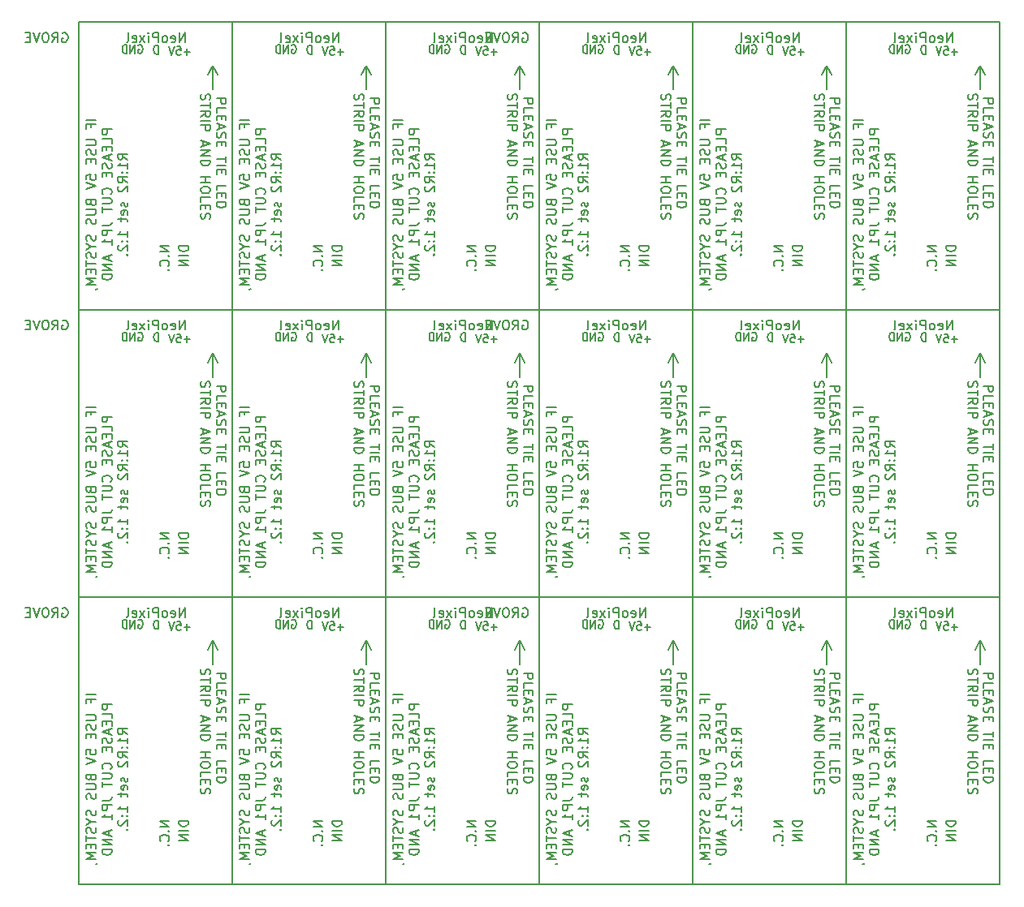
<source format=gbr>
G04 #@! TF.GenerationSoftware,KiCad,Pcbnew,5.1.9-73d0e3b20d~88~ubuntu20.04.1*
G04 #@! TF.CreationDate,2021-02-02T19:01:36+09:00*
G04 #@! TF.ProjectId,NeoPixel-Grove,4e656f50-6978-4656-9c2d-47726f76652e,rev?*
G04 #@! TF.SameCoordinates,Original*
G04 #@! TF.FileFunction,Legend,Bot*
G04 #@! TF.FilePolarity,Positive*
%FSLAX46Y46*%
G04 Gerber Fmt 4.6, Leading zero omitted, Abs format (unit mm)*
G04 Created by KiCad (PCBNEW 5.1.9-73d0e3b20d~88~ubuntu20.04.1) date 2021-02-02 19:01:36*
%MOMM*%
%LPD*%
G01*
G04 APERTURE LIST*
%ADD10C,0.150000*%
%ADD11C,0.200000*%
G04 APERTURE END LIST*
D10*
X220000000Y-56000000D02*
X236000000Y-56000000D01*
X236000000Y-56000000D02*
X220000000Y-56000000D01*
X298000000Y-63000000D02*
X298000000Y-60500000D01*
D11*
X290228103Y-58394120D02*
X290304294Y-58351262D01*
X290418580Y-58351262D01*
X290532865Y-58394120D01*
X290609056Y-58479834D01*
X290647151Y-58565548D01*
X290685246Y-58736977D01*
X290685246Y-58865548D01*
X290647151Y-59036977D01*
X290609056Y-59122691D01*
X290532865Y-59208405D01*
X290418580Y-59251262D01*
X290342389Y-59251262D01*
X290228103Y-59208405D01*
X290190008Y-59165548D01*
X290190008Y-58865548D01*
X290342389Y-58865548D01*
X289847151Y-59251262D02*
X289847151Y-58351262D01*
X289390008Y-59251262D01*
X289390008Y-58351262D01*
X289009056Y-59251262D02*
X289009056Y-58351262D01*
X288818580Y-58351262D01*
X288704294Y-58394120D01*
X288628103Y-58479834D01*
X288590008Y-58565548D01*
X288551913Y-58736977D01*
X288551913Y-58865548D01*
X288590008Y-59036977D01*
X288628103Y-59122691D01*
X288704294Y-59208405D01*
X288818580Y-59251262D01*
X289009056Y-59251262D01*
D10*
X265500000Y-61500000D02*
X266000000Y-60500000D01*
D11*
X292299523Y-59307142D02*
X292299523Y-58407142D01*
X292109047Y-58407142D01*
X291994761Y-58450000D01*
X291918571Y-58535714D01*
X291880476Y-58621428D01*
X291842380Y-58792857D01*
X291842380Y-58921428D01*
X291880476Y-59092857D01*
X291918571Y-59178571D01*
X291994761Y-59264285D01*
X292109047Y-59307142D01*
X292299523Y-59307142D01*
D10*
X298500000Y-61500000D02*
X298000000Y-60500000D01*
D11*
X295090000Y-58082380D02*
X295090000Y-57082380D01*
X294518571Y-58082380D01*
X294518571Y-57082380D01*
X293661428Y-58034761D02*
X293756666Y-58082380D01*
X293947142Y-58082380D01*
X294042380Y-58034761D01*
X294090000Y-57939523D01*
X294090000Y-57558571D01*
X294042380Y-57463333D01*
X293947142Y-57415714D01*
X293756666Y-57415714D01*
X293661428Y-57463333D01*
X293613809Y-57558571D01*
X293613809Y-57653809D01*
X294090000Y-57749047D01*
X293042380Y-58082380D02*
X293137619Y-58034761D01*
X293185238Y-57987142D01*
X293232857Y-57891904D01*
X293232857Y-57606190D01*
X293185238Y-57510952D01*
X293137619Y-57463333D01*
X293042380Y-57415714D01*
X292899523Y-57415714D01*
X292804285Y-57463333D01*
X292756666Y-57510952D01*
X292709047Y-57606190D01*
X292709047Y-57891904D01*
X292756666Y-57987142D01*
X292804285Y-58034761D01*
X292899523Y-58082380D01*
X293042380Y-58082380D01*
X292280476Y-58082380D02*
X292280476Y-57082380D01*
X291899523Y-57082380D01*
X291804285Y-57130000D01*
X291756666Y-57177619D01*
X291709047Y-57272857D01*
X291709047Y-57415714D01*
X291756666Y-57510952D01*
X291804285Y-57558571D01*
X291899523Y-57606190D01*
X292280476Y-57606190D01*
X291280476Y-58082380D02*
X291280476Y-57415714D01*
X291280476Y-57082380D02*
X291328095Y-57130000D01*
X291280476Y-57177619D01*
X291232857Y-57130000D01*
X291280476Y-57082380D01*
X291280476Y-57177619D01*
X290899523Y-58082380D02*
X290375714Y-57415714D01*
X290899523Y-57415714D02*
X290375714Y-58082380D01*
X289613809Y-58034761D02*
X289709047Y-58082380D01*
X289899523Y-58082380D01*
X289994761Y-58034761D01*
X290042380Y-57939523D01*
X290042380Y-57558571D01*
X289994761Y-57463333D01*
X289899523Y-57415714D01*
X289709047Y-57415714D01*
X289613809Y-57463333D01*
X289566190Y-57558571D01*
X289566190Y-57653809D01*
X290042380Y-57749047D01*
X288994761Y-58082380D02*
X289090000Y-58034761D01*
X289137619Y-57939523D01*
X289137619Y-57082380D01*
D10*
X266500000Y-61500000D02*
X266000000Y-60500000D01*
X266000000Y-63000000D02*
X266000000Y-60500000D01*
D11*
X263610311Y-59083665D02*
X263000787Y-59083665D01*
X263305549Y-59426522D02*
X263305549Y-58740808D01*
X262238882Y-58526522D02*
X262619835Y-58526522D01*
X262657930Y-58955094D01*
X262619835Y-58912237D01*
X262543644Y-58869380D01*
X262353168Y-58869380D01*
X262276978Y-58912237D01*
X262238882Y-58955094D01*
X262200787Y-59040808D01*
X262200787Y-59255094D01*
X262238882Y-59340808D01*
X262276978Y-59383665D01*
X262353168Y-59426522D01*
X262543644Y-59426522D01*
X262619835Y-59383665D01*
X262657930Y-59340808D01*
X261972216Y-58526522D02*
X261705549Y-59426522D01*
X261438882Y-58526522D01*
X260299523Y-59307142D02*
X260299523Y-58407142D01*
X260109047Y-58407142D01*
X259994761Y-58450000D01*
X259918571Y-58535714D01*
X259880476Y-58621428D01*
X259842380Y-58792857D01*
X259842380Y-58921428D01*
X259880476Y-59092857D01*
X259918571Y-59178571D01*
X259994761Y-59264285D01*
X260109047Y-59307142D01*
X260299523Y-59307142D01*
X258228103Y-58394120D02*
X258304294Y-58351262D01*
X258418580Y-58351262D01*
X258532865Y-58394120D01*
X258609056Y-58479834D01*
X258647151Y-58565548D01*
X258685246Y-58736977D01*
X258685246Y-58865548D01*
X258647151Y-59036977D01*
X258609056Y-59122691D01*
X258532865Y-59208405D01*
X258418580Y-59251262D01*
X258342389Y-59251262D01*
X258228103Y-59208405D01*
X258190008Y-59165548D01*
X258190008Y-58865548D01*
X258342389Y-58865548D01*
X257847151Y-59251262D02*
X257847151Y-58351262D01*
X257390008Y-59251262D01*
X257390008Y-58351262D01*
X257009056Y-59251262D02*
X257009056Y-58351262D01*
X256818580Y-58351262D01*
X256704294Y-58394120D01*
X256628103Y-58479834D01*
X256590008Y-58565548D01*
X256551913Y-58736977D01*
X256551913Y-58865548D01*
X256590008Y-59036977D01*
X256628103Y-59122691D01*
X256704294Y-59208405D01*
X256818580Y-59251262D01*
X257009056Y-59251262D01*
D10*
X298372619Y-63952380D02*
X299372619Y-63952380D01*
X299372619Y-64333333D01*
X299325000Y-64428571D01*
X299277380Y-64476190D01*
X299182142Y-64523809D01*
X299039285Y-64523809D01*
X298944047Y-64476190D01*
X298896428Y-64428571D01*
X298848809Y-64333333D01*
X298848809Y-63952380D01*
X298372619Y-65428571D02*
X298372619Y-64952380D01*
X299372619Y-64952380D01*
X298896428Y-65761904D02*
X298896428Y-66095238D01*
X298372619Y-66238095D02*
X298372619Y-65761904D01*
X299372619Y-65761904D01*
X299372619Y-66238095D01*
X298658333Y-66619047D02*
X298658333Y-67095238D01*
X298372619Y-66523809D02*
X299372619Y-66857142D01*
X298372619Y-67190476D01*
X298420238Y-67476190D02*
X298372619Y-67619047D01*
X298372619Y-67857142D01*
X298420238Y-67952380D01*
X298467857Y-68000000D01*
X298563095Y-68047619D01*
X298658333Y-68047619D01*
X298753571Y-68000000D01*
X298801190Y-67952380D01*
X298848809Y-67857142D01*
X298896428Y-67666666D01*
X298944047Y-67571428D01*
X298991666Y-67523809D01*
X299086904Y-67476190D01*
X299182142Y-67476190D01*
X299277380Y-67523809D01*
X299325000Y-67571428D01*
X299372619Y-67666666D01*
X299372619Y-67904761D01*
X299325000Y-68047619D01*
X298896428Y-68476190D02*
X298896428Y-68809523D01*
X298372619Y-68952380D02*
X298372619Y-68476190D01*
X299372619Y-68476190D01*
X299372619Y-68952380D01*
X299372619Y-70000000D02*
X299372619Y-70571428D01*
X298372619Y-70285714D02*
X299372619Y-70285714D01*
X298372619Y-70904761D02*
X299372619Y-70904761D01*
X298896428Y-71380952D02*
X298896428Y-71714285D01*
X298372619Y-71857142D02*
X298372619Y-71380952D01*
X299372619Y-71380952D01*
X299372619Y-71857142D01*
X298372619Y-73523809D02*
X298372619Y-73047619D01*
X299372619Y-73047619D01*
X298896428Y-73857142D02*
X298896428Y-74190476D01*
X298372619Y-74333333D02*
X298372619Y-73857142D01*
X299372619Y-73857142D01*
X299372619Y-74333333D01*
X298372619Y-74761904D02*
X299372619Y-74761904D01*
X299372619Y-75000000D01*
X299325000Y-75142857D01*
X299229761Y-75238095D01*
X299134523Y-75285714D01*
X298944047Y-75333333D01*
X298801190Y-75333333D01*
X298610714Y-75285714D01*
X298515476Y-75238095D01*
X298420238Y-75142857D01*
X298372619Y-75000000D01*
X298372619Y-74761904D01*
X296770238Y-63500000D02*
X296722619Y-63642857D01*
X296722619Y-63880952D01*
X296770238Y-63976190D01*
X296817857Y-64023809D01*
X296913095Y-64071428D01*
X297008333Y-64071428D01*
X297103571Y-64023809D01*
X297151190Y-63976190D01*
X297198809Y-63880952D01*
X297246428Y-63690476D01*
X297294047Y-63595238D01*
X297341666Y-63547619D01*
X297436904Y-63500000D01*
X297532142Y-63500000D01*
X297627380Y-63547619D01*
X297675000Y-63595238D01*
X297722619Y-63690476D01*
X297722619Y-63928571D01*
X297675000Y-64071428D01*
X297722619Y-64357142D02*
X297722619Y-64928571D01*
X296722619Y-64642857D02*
X297722619Y-64642857D01*
X296722619Y-65833333D02*
X297198809Y-65500000D01*
X296722619Y-65261904D02*
X297722619Y-65261904D01*
X297722619Y-65642857D01*
X297675000Y-65738095D01*
X297627380Y-65785714D01*
X297532142Y-65833333D01*
X297389285Y-65833333D01*
X297294047Y-65785714D01*
X297246428Y-65738095D01*
X297198809Y-65642857D01*
X297198809Y-65261904D01*
X296722619Y-66261904D02*
X297722619Y-66261904D01*
X296722619Y-66738095D02*
X297722619Y-66738095D01*
X297722619Y-67119047D01*
X297675000Y-67214285D01*
X297627380Y-67261904D01*
X297532142Y-67309523D01*
X297389285Y-67309523D01*
X297294047Y-67261904D01*
X297246428Y-67214285D01*
X297198809Y-67119047D01*
X297198809Y-66738095D01*
X297008333Y-68452380D02*
X297008333Y-68928571D01*
X296722619Y-68357142D02*
X297722619Y-68690476D01*
X296722619Y-69023809D01*
X296722619Y-69357142D02*
X297722619Y-69357142D01*
X296722619Y-69928571D01*
X297722619Y-69928571D01*
X296722619Y-70404761D02*
X297722619Y-70404761D01*
X297722619Y-70642857D01*
X297675000Y-70785714D01*
X297579761Y-70880952D01*
X297484523Y-70928571D01*
X297294047Y-70976190D01*
X297151190Y-70976190D01*
X296960714Y-70928571D01*
X296865476Y-70880952D01*
X296770238Y-70785714D01*
X296722619Y-70642857D01*
X296722619Y-70404761D01*
X296722619Y-72166666D02*
X297722619Y-72166666D01*
X297246428Y-72166666D02*
X297246428Y-72738095D01*
X296722619Y-72738095D02*
X297722619Y-72738095D01*
X297722619Y-73404761D02*
X297722619Y-73595238D01*
X297675000Y-73690476D01*
X297579761Y-73785714D01*
X297389285Y-73833333D01*
X297055952Y-73833333D01*
X296865476Y-73785714D01*
X296770238Y-73690476D01*
X296722619Y-73595238D01*
X296722619Y-73404761D01*
X296770238Y-73309523D01*
X296865476Y-73214285D01*
X297055952Y-73166666D01*
X297389285Y-73166666D01*
X297579761Y-73214285D01*
X297675000Y-73309523D01*
X297722619Y-73404761D01*
X296722619Y-74738095D02*
X296722619Y-74261904D01*
X297722619Y-74261904D01*
X297246428Y-75071428D02*
X297246428Y-75404761D01*
X296722619Y-75547619D02*
X296722619Y-75071428D01*
X297722619Y-75071428D01*
X297722619Y-75547619D01*
X296770238Y-75928571D02*
X296722619Y-76071428D01*
X296722619Y-76309523D01*
X296770238Y-76404761D01*
X296817857Y-76452380D01*
X296913095Y-76500000D01*
X297008333Y-76500000D01*
X297103571Y-76452380D01*
X297151190Y-76404761D01*
X297198809Y-76309523D01*
X297246428Y-76119047D01*
X297294047Y-76023809D01*
X297341666Y-75976190D01*
X297436904Y-75928571D01*
X297532142Y-75928571D01*
X297627380Y-75976190D01*
X297675000Y-76023809D01*
X297722619Y-76119047D01*
X297722619Y-76357142D01*
X297675000Y-76500000D01*
X268000000Y-86000000D02*
X268000000Y-56000000D01*
D11*
X250302857Y-57130000D02*
X250398095Y-57082380D01*
X250540952Y-57082380D01*
X250683809Y-57130000D01*
X250779047Y-57225238D01*
X250826666Y-57320476D01*
X250874285Y-57510952D01*
X250874285Y-57653809D01*
X250826666Y-57844285D01*
X250779047Y-57939523D01*
X250683809Y-58034761D01*
X250540952Y-58082380D01*
X250445714Y-58082380D01*
X250302857Y-58034761D01*
X250255238Y-57987142D01*
X250255238Y-57653809D01*
X250445714Y-57653809D01*
X249255238Y-58082380D02*
X249588571Y-57606190D01*
X249826666Y-58082380D02*
X249826666Y-57082380D01*
X249445714Y-57082380D01*
X249350476Y-57130000D01*
X249302857Y-57177619D01*
X249255238Y-57272857D01*
X249255238Y-57415714D01*
X249302857Y-57510952D01*
X249350476Y-57558571D01*
X249445714Y-57606190D01*
X249826666Y-57606190D01*
X248636190Y-57082380D02*
X248445714Y-57082380D01*
X248350476Y-57130000D01*
X248255238Y-57225238D01*
X248207619Y-57415714D01*
X248207619Y-57749047D01*
X248255238Y-57939523D01*
X248350476Y-58034761D01*
X248445714Y-58082380D01*
X248636190Y-58082380D01*
X248731428Y-58034761D01*
X248826666Y-57939523D01*
X248874285Y-57749047D01*
X248874285Y-57415714D01*
X248826666Y-57225238D01*
X248731428Y-57130000D01*
X248636190Y-57082380D01*
X247921904Y-57082380D02*
X247588571Y-58082380D01*
X247255238Y-57082380D01*
X246921904Y-57558571D02*
X246588571Y-57558571D01*
X246445714Y-58082380D02*
X246921904Y-58082380D01*
X246921904Y-57082380D01*
X246445714Y-57082380D01*
X263090000Y-58082380D02*
X263090000Y-57082380D01*
X262518571Y-58082380D01*
X262518571Y-57082380D01*
X261661428Y-58034761D02*
X261756666Y-58082380D01*
X261947142Y-58082380D01*
X262042380Y-58034761D01*
X262090000Y-57939523D01*
X262090000Y-57558571D01*
X262042380Y-57463333D01*
X261947142Y-57415714D01*
X261756666Y-57415714D01*
X261661428Y-57463333D01*
X261613809Y-57558571D01*
X261613809Y-57653809D01*
X262090000Y-57749047D01*
X261042380Y-58082380D02*
X261137619Y-58034761D01*
X261185238Y-57987142D01*
X261232857Y-57891904D01*
X261232857Y-57606190D01*
X261185238Y-57510952D01*
X261137619Y-57463333D01*
X261042380Y-57415714D01*
X260899523Y-57415714D01*
X260804285Y-57463333D01*
X260756666Y-57510952D01*
X260709047Y-57606190D01*
X260709047Y-57891904D01*
X260756666Y-57987142D01*
X260804285Y-58034761D01*
X260899523Y-58082380D01*
X261042380Y-58082380D01*
X260280476Y-58082380D02*
X260280476Y-57082380D01*
X259899523Y-57082380D01*
X259804285Y-57130000D01*
X259756666Y-57177619D01*
X259709047Y-57272857D01*
X259709047Y-57415714D01*
X259756666Y-57510952D01*
X259804285Y-57558571D01*
X259899523Y-57606190D01*
X260280476Y-57606190D01*
X259280476Y-58082380D02*
X259280476Y-57415714D01*
X259280476Y-57082380D02*
X259328095Y-57130000D01*
X259280476Y-57177619D01*
X259232857Y-57130000D01*
X259280476Y-57082380D01*
X259280476Y-57177619D01*
X258899523Y-58082380D02*
X258375714Y-57415714D01*
X258899523Y-57415714D02*
X258375714Y-58082380D01*
X257613809Y-58034761D02*
X257709047Y-58082380D01*
X257899523Y-58082380D01*
X257994761Y-58034761D01*
X258042380Y-57939523D01*
X258042380Y-57558571D01*
X257994761Y-57463333D01*
X257899523Y-57415714D01*
X257709047Y-57415714D01*
X257613809Y-57463333D01*
X257566190Y-57558571D01*
X257566190Y-57653809D01*
X258042380Y-57749047D01*
X256994761Y-58082380D02*
X257090000Y-58034761D01*
X257137619Y-57939523D01*
X257137619Y-57082380D01*
D10*
X261452380Y-79335595D02*
X260452380Y-79335595D01*
X261452380Y-79907023D01*
X260452380Y-79907023D01*
X261357142Y-80383214D02*
X261404761Y-80430833D01*
X261452380Y-80383214D01*
X261404761Y-80335595D01*
X261357142Y-80383214D01*
X261452380Y-80383214D01*
X261357142Y-81430833D02*
X261404761Y-81383214D01*
X261452380Y-81240357D01*
X261452380Y-81145119D01*
X261404761Y-81002261D01*
X261309523Y-80907023D01*
X261214285Y-80859404D01*
X261023809Y-80811785D01*
X260880952Y-80811785D01*
X260690476Y-80859404D01*
X260595238Y-80907023D01*
X260500000Y-81002261D01*
X260452380Y-81145119D01*
X260452380Y-81240357D01*
X260500000Y-81383214D01*
X260547619Y-81430833D01*
X261357142Y-81859404D02*
X261404761Y-81907023D01*
X261452380Y-81859404D01*
X261404761Y-81811785D01*
X261357142Y-81859404D01*
X261452380Y-81859404D01*
X263452380Y-79335595D02*
X262452380Y-79335595D01*
X262452380Y-79573690D01*
X262500000Y-79716547D01*
X262595238Y-79811785D01*
X262690476Y-79859404D01*
X262880952Y-79907023D01*
X263023809Y-79907023D01*
X263214285Y-79859404D01*
X263309523Y-79811785D01*
X263404761Y-79716547D01*
X263452380Y-79573690D01*
X263452380Y-79335595D01*
X263452380Y-80335595D02*
X262452380Y-80335595D01*
X263452380Y-80811785D02*
X262452380Y-80811785D01*
X263452380Y-81383214D01*
X262452380Y-81383214D01*
X279452380Y-79335595D02*
X278452380Y-79335595D01*
X278452380Y-79573690D01*
X278500000Y-79716547D01*
X278595238Y-79811785D01*
X278690476Y-79859404D01*
X278880952Y-79907023D01*
X279023809Y-79907023D01*
X279214285Y-79859404D01*
X279309523Y-79811785D01*
X279404761Y-79716547D01*
X279452380Y-79573690D01*
X279452380Y-79335595D01*
X279452380Y-80335595D02*
X278452380Y-80335595D01*
X279452380Y-80811785D02*
X278452380Y-80811785D01*
X279452380Y-81383214D01*
X278452380Y-81383214D01*
X252000000Y-86000000D02*
X252000000Y-56000000D01*
X285802380Y-66166666D02*
X284802380Y-66166666D01*
X285278571Y-66976190D02*
X285278571Y-66642857D01*
X285802380Y-66642857D02*
X284802380Y-66642857D01*
X284802380Y-67119047D01*
X284802380Y-68261904D02*
X285611904Y-68261904D01*
X285707142Y-68309523D01*
X285754761Y-68357142D01*
X285802380Y-68452380D01*
X285802380Y-68642857D01*
X285754761Y-68738095D01*
X285707142Y-68785714D01*
X285611904Y-68833333D01*
X284802380Y-68833333D01*
X285754761Y-69261904D02*
X285802380Y-69404761D01*
X285802380Y-69642857D01*
X285754761Y-69738095D01*
X285707142Y-69785714D01*
X285611904Y-69833333D01*
X285516666Y-69833333D01*
X285421428Y-69785714D01*
X285373809Y-69738095D01*
X285326190Y-69642857D01*
X285278571Y-69452380D01*
X285230952Y-69357142D01*
X285183333Y-69309523D01*
X285088095Y-69261904D01*
X284992857Y-69261904D01*
X284897619Y-69309523D01*
X284850000Y-69357142D01*
X284802380Y-69452380D01*
X284802380Y-69690476D01*
X284850000Y-69833333D01*
X285278571Y-70261904D02*
X285278571Y-70595238D01*
X285802380Y-70738095D02*
X285802380Y-70261904D01*
X284802380Y-70261904D01*
X284802380Y-70738095D01*
X284802380Y-72404761D02*
X284802380Y-71928571D01*
X285278571Y-71880952D01*
X285230952Y-71928571D01*
X285183333Y-72023809D01*
X285183333Y-72261904D01*
X285230952Y-72357142D01*
X285278571Y-72404761D01*
X285373809Y-72452380D01*
X285611904Y-72452380D01*
X285707142Y-72404761D01*
X285754761Y-72357142D01*
X285802380Y-72261904D01*
X285802380Y-72023809D01*
X285754761Y-71928571D01*
X285707142Y-71880952D01*
X284802380Y-72738095D02*
X285802380Y-73071428D01*
X284802380Y-73404761D01*
X285278571Y-74833333D02*
X285326190Y-74976190D01*
X285373809Y-75023809D01*
X285469047Y-75071428D01*
X285611904Y-75071428D01*
X285707142Y-75023809D01*
X285754761Y-74976190D01*
X285802380Y-74880952D01*
X285802380Y-74500000D01*
X284802380Y-74500000D01*
X284802380Y-74833333D01*
X284850000Y-74928571D01*
X284897619Y-74976190D01*
X284992857Y-75023809D01*
X285088095Y-75023809D01*
X285183333Y-74976190D01*
X285230952Y-74928571D01*
X285278571Y-74833333D01*
X285278571Y-74500000D01*
X284802380Y-75500000D02*
X285611904Y-75500000D01*
X285707142Y-75547619D01*
X285754761Y-75595238D01*
X285802380Y-75690476D01*
X285802380Y-75880952D01*
X285754761Y-75976190D01*
X285707142Y-76023809D01*
X285611904Y-76071428D01*
X284802380Y-76071428D01*
X285754761Y-76500000D02*
X285802380Y-76642857D01*
X285802380Y-76880952D01*
X285754761Y-76976190D01*
X285707142Y-77023809D01*
X285611904Y-77071428D01*
X285516666Y-77071428D01*
X285421428Y-77023809D01*
X285373809Y-76976190D01*
X285326190Y-76880952D01*
X285278571Y-76690476D01*
X285230952Y-76595238D01*
X285183333Y-76547619D01*
X285088095Y-76500000D01*
X284992857Y-76500000D01*
X284897619Y-76547619D01*
X284850000Y-76595238D01*
X284802380Y-76690476D01*
X284802380Y-76928571D01*
X284850000Y-77071428D01*
X285754761Y-78214285D02*
X285802380Y-78357142D01*
X285802380Y-78595238D01*
X285754761Y-78690476D01*
X285707142Y-78738095D01*
X285611904Y-78785714D01*
X285516666Y-78785714D01*
X285421428Y-78738095D01*
X285373809Y-78690476D01*
X285326190Y-78595238D01*
X285278571Y-78404761D01*
X285230952Y-78309523D01*
X285183333Y-78261904D01*
X285088095Y-78214285D01*
X284992857Y-78214285D01*
X284897619Y-78261904D01*
X284850000Y-78309523D01*
X284802380Y-78404761D01*
X284802380Y-78642857D01*
X284850000Y-78785714D01*
X285326190Y-79404761D02*
X285802380Y-79404761D01*
X284802380Y-79071428D02*
X285326190Y-79404761D01*
X284802380Y-79738095D01*
X285754761Y-80023809D02*
X285802380Y-80166666D01*
X285802380Y-80404761D01*
X285754761Y-80500000D01*
X285707142Y-80547619D01*
X285611904Y-80595238D01*
X285516666Y-80595238D01*
X285421428Y-80547619D01*
X285373809Y-80500000D01*
X285326190Y-80404761D01*
X285278571Y-80214285D01*
X285230952Y-80119047D01*
X285183333Y-80071428D01*
X285088095Y-80023809D01*
X284992857Y-80023809D01*
X284897619Y-80071428D01*
X284850000Y-80119047D01*
X284802380Y-80214285D01*
X284802380Y-80452380D01*
X284850000Y-80595238D01*
X284802380Y-80880952D02*
X284802380Y-81452380D01*
X285802380Y-81166666D02*
X284802380Y-81166666D01*
X285278571Y-81785714D02*
X285278571Y-82119047D01*
X285802380Y-82261904D02*
X285802380Y-81785714D01*
X284802380Y-81785714D01*
X284802380Y-82261904D01*
X285802380Y-82690476D02*
X284802380Y-82690476D01*
X285516666Y-83023809D01*
X284802380Y-83357142D01*
X285802380Y-83357142D01*
X285754761Y-83880952D02*
X285802380Y-83880952D01*
X285897619Y-83833333D01*
X285945238Y-83785714D01*
X287452380Y-67166666D02*
X286452380Y-67166666D01*
X286452380Y-67547619D01*
X286500000Y-67642857D01*
X286547619Y-67690476D01*
X286642857Y-67738095D01*
X286785714Y-67738095D01*
X286880952Y-67690476D01*
X286928571Y-67642857D01*
X286976190Y-67547619D01*
X286976190Y-67166666D01*
X287452380Y-68642857D02*
X287452380Y-68166666D01*
X286452380Y-68166666D01*
X286928571Y-68976190D02*
X286928571Y-69309523D01*
X287452380Y-69452380D02*
X287452380Y-68976190D01*
X286452380Y-68976190D01*
X286452380Y-69452380D01*
X287166666Y-69833333D02*
X287166666Y-70309523D01*
X287452380Y-69738095D02*
X286452380Y-70071428D01*
X287452380Y-70404761D01*
X287404761Y-70690476D02*
X287452380Y-70833333D01*
X287452380Y-71071428D01*
X287404761Y-71166666D01*
X287357142Y-71214285D01*
X287261904Y-71261904D01*
X287166666Y-71261904D01*
X287071428Y-71214285D01*
X287023809Y-71166666D01*
X286976190Y-71071428D01*
X286928571Y-70880952D01*
X286880952Y-70785714D01*
X286833333Y-70738095D01*
X286738095Y-70690476D01*
X286642857Y-70690476D01*
X286547619Y-70738095D01*
X286500000Y-70785714D01*
X286452380Y-70880952D01*
X286452380Y-71119047D01*
X286500000Y-71261904D01*
X286928571Y-71690476D02*
X286928571Y-72023809D01*
X287452380Y-72166666D02*
X287452380Y-71690476D01*
X286452380Y-71690476D01*
X286452380Y-72166666D01*
X287357142Y-73928571D02*
X287404761Y-73880952D01*
X287452380Y-73738095D01*
X287452380Y-73642857D01*
X287404761Y-73500000D01*
X287309523Y-73404761D01*
X287214285Y-73357142D01*
X287023809Y-73309523D01*
X286880952Y-73309523D01*
X286690476Y-73357142D01*
X286595238Y-73404761D01*
X286500000Y-73500000D01*
X286452380Y-73642857D01*
X286452380Y-73738095D01*
X286500000Y-73880952D01*
X286547619Y-73928571D01*
X286452380Y-74357142D02*
X287261904Y-74357142D01*
X287357142Y-74404761D01*
X287404761Y-74452380D01*
X287452380Y-74547619D01*
X287452380Y-74738095D01*
X287404761Y-74833333D01*
X287357142Y-74880952D01*
X287261904Y-74928571D01*
X286452380Y-74928571D01*
X286452380Y-75261904D02*
X286452380Y-75833333D01*
X287452380Y-75547619D02*
X286452380Y-75547619D01*
X286452380Y-77214285D02*
X287166666Y-77214285D01*
X287309523Y-77166666D01*
X287404761Y-77071428D01*
X287452380Y-76928571D01*
X287452380Y-76833333D01*
X287452380Y-77690476D02*
X286452380Y-77690476D01*
X286452380Y-78071428D01*
X286500000Y-78166666D01*
X286547619Y-78214285D01*
X286642857Y-78261904D01*
X286785714Y-78261904D01*
X286880952Y-78214285D01*
X286928571Y-78166666D01*
X286976190Y-78071428D01*
X286976190Y-77690476D01*
X287452380Y-79214285D02*
X287452380Y-78642857D01*
X287452380Y-78928571D02*
X286452380Y-78928571D01*
X286595238Y-78833333D01*
X286690476Y-78738095D01*
X286738095Y-78642857D01*
X287166666Y-80357142D02*
X287166666Y-80833333D01*
X287452380Y-80261904D02*
X286452380Y-80595238D01*
X287452380Y-80928571D01*
X287452380Y-81261904D02*
X286452380Y-81261904D01*
X287452380Y-81833333D01*
X286452380Y-81833333D01*
X287452380Y-82309523D02*
X286452380Y-82309523D01*
X286452380Y-82547619D01*
X286500000Y-82690476D01*
X286595238Y-82785714D01*
X286690476Y-82833333D01*
X286880952Y-82880952D01*
X287023809Y-82880952D01*
X287214285Y-82833333D01*
X287309523Y-82785714D01*
X287404761Y-82690476D01*
X287452380Y-82547619D01*
X287452380Y-82309523D01*
X289102380Y-70309523D02*
X288626190Y-69976190D01*
X289102380Y-69738095D02*
X288102380Y-69738095D01*
X288102380Y-70119047D01*
X288150000Y-70214285D01*
X288197619Y-70261904D01*
X288292857Y-70309523D01*
X288435714Y-70309523D01*
X288530952Y-70261904D01*
X288578571Y-70214285D01*
X288626190Y-70119047D01*
X288626190Y-69738095D01*
X289102380Y-71261904D02*
X289102380Y-70690476D01*
X289102380Y-70976190D02*
X288102380Y-70976190D01*
X288245238Y-70880952D01*
X288340476Y-70785714D01*
X288388095Y-70690476D01*
X289007142Y-71690476D02*
X289054761Y-71738095D01*
X289102380Y-71690476D01*
X289054761Y-71642857D01*
X289007142Y-71690476D01*
X289102380Y-71690476D01*
X288483333Y-71690476D02*
X288530952Y-71738095D01*
X288578571Y-71690476D01*
X288530952Y-71642857D01*
X288483333Y-71690476D01*
X288578571Y-71690476D01*
X289102380Y-72738095D02*
X288626190Y-72404761D01*
X289102380Y-72166666D02*
X288102380Y-72166666D01*
X288102380Y-72547619D01*
X288150000Y-72642857D01*
X288197619Y-72690476D01*
X288292857Y-72738095D01*
X288435714Y-72738095D01*
X288530952Y-72690476D01*
X288578571Y-72642857D01*
X288626190Y-72547619D01*
X288626190Y-72166666D01*
X288197619Y-73119047D02*
X288150000Y-73166666D01*
X288102380Y-73261904D01*
X288102380Y-73500000D01*
X288150000Y-73595238D01*
X288197619Y-73642857D01*
X288292857Y-73690476D01*
X288388095Y-73690476D01*
X288530952Y-73642857D01*
X289102380Y-73071428D01*
X289102380Y-73690476D01*
X289054761Y-74833333D02*
X289102380Y-74928571D01*
X289102380Y-75119047D01*
X289054761Y-75214285D01*
X288959523Y-75261904D01*
X288911904Y-75261904D01*
X288816666Y-75214285D01*
X288769047Y-75119047D01*
X288769047Y-74976190D01*
X288721428Y-74880952D01*
X288626190Y-74833333D01*
X288578571Y-74833333D01*
X288483333Y-74880952D01*
X288435714Y-74976190D01*
X288435714Y-75119047D01*
X288483333Y-75214285D01*
X289054761Y-76071428D02*
X289102380Y-75976190D01*
X289102380Y-75785714D01*
X289054761Y-75690476D01*
X288959523Y-75642857D01*
X288578571Y-75642857D01*
X288483333Y-75690476D01*
X288435714Y-75785714D01*
X288435714Y-75976190D01*
X288483333Y-76071428D01*
X288578571Y-76119047D01*
X288673809Y-76119047D01*
X288769047Y-75642857D01*
X288435714Y-76404761D02*
X288435714Y-76785714D01*
X288102380Y-76547619D02*
X288959523Y-76547619D01*
X289054761Y-76595238D01*
X289102380Y-76690476D01*
X289102380Y-76785714D01*
X289102380Y-78404761D02*
X289102380Y-77833333D01*
X289102380Y-78119047D02*
X288102380Y-78119047D01*
X288245238Y-78023809D01*
X288340476Y-77928571D01*
X288388095Y-77833333D01*
X289007142Y-78833333D02*
X289054761Y-78880952D01*
X289102380Y-78833333D01*
X289054761Y-78785714D01*
X289007142Y-78833333D01*
X289102380Y-78833333D01*
X288483333Y-78833333D02*
X288530952Y-78880952D01*
X288578571Y-78833333D01*
X288530952Y-78785714D01*
X288483333Y-78833333D01*
X288578571Y-78833333D01*
X288197619Y-79261904D02*
X288150000Y-79309523D01*
X288102380Y-79404761D01*
X288102380Y-79642857D01*
X288150000Y-79738095D01*
X288197619Y-79785714D01*
X288292857Y-79833333D01*
X288388095Y-79833333D01*
X288530952Y-79785714D01*
X289102380Y-79214285D01*
X289102380Y-79833333D01*
X289007142Y-80261904D02*
X289054761Y-80309523D01*
X289102380Y-80261904D01*
X289054761Y-80214285D01*
X289007142Y-80261904D01*
X289102380Y-80261904D01*
D11*
X231090000Y-58082380D02*
X231090000Y-57082380D01*
X230518571Y-58082380D01*
X230518571Y-57082380D01*
X229661428Y-58034761D02*
X229756666Y-58082380D01*
X229947142Y-58082380D01*
X230042380Y-58034761D01*
X230090000Y-57939523D01*
X230090000Y-57558571D01*
X230042380Y-57463333D01*
X229947142Y-57415714D01*
X229756666Y-57415714D01*
X229661428Y-57463333D01*
X229613809Y-57558571D01*
X229613809Y-57653809D01*
X230090000Y-57749047D01*
X229042380Y-58082380D02*
X229137619Y-58034761D01*
X229185238Y-57987142D01*
X229232857Y-57891904D01*
X229232857Y-57606190D01*
X229185238Y-57510952D01*
X229137619Y-57463333D01*
X229042380Y-57415714D01*
X228899523Y-57415714D01*
X228804285Y-57463333D01*
X228756666Y-57510952D01*
X228709047Y-57606190D01*
X228709047Y-57891904D01*
X228756666Y-57987142D01*
X228804285Y-58034761D01*
X228899523Y-58082380D01*
X229042380Y-58082380D01*
X228280476Y-58082380D02*
X228280476Y-57082380D01*
X227899523Y-57082380D01*
X227804285Y-57130000D01*
X227756666Y-57177619D01*
X227709047Y-57272857D01*
X227709047Y-57415714D01*
X227756666Y-57510952D01*
X227804285Y-57558571D01*
X227899523Y-57606190D01*
X228280476Y-57606190D01*
X227280476Y-58082380D02*
X227280476Y-57415714D01*
X227280476Y-57082380D02*
X227328095Y-57130000D01*
X227280476Y-57177619D01*
X227232857Y-57130000D01*
X227280476Y-57082380D01*
X227280476Y-57177619D01*
X226899523Y-58082380D02*
X226375714Y-57415714D01*
X226899523Y-57415714D02*
X226375714Y-58082380D01*
X225613809Y-58034761D02*
X225709047Y-58082380D01*
X225899523Y-58082380D01*
X225994761Y-58034761D01*
X226042380Y-57939523D01*
X226042380Y-57558571D01*
X225994761Y-57463333D01*
X225899523Y-57415714D01*
X225709047Y-57415714D01*
X225613809Y-57463333D01*
X225566190Y-57558571D01*
X225566190Y-57653809D01*
X226042380Y-57749047D01*
X224994761Y-58082380D02*
X225090000Y-58034761D01*
X225137619Y-57939523D01*
X225137619Y-57082380D01*
D10*
X220000000Y-56000000D02*
X220000000Y-86000000D01*
X250000000Y-63000000D02*
X250000000Y-60500000D01*
D11*
X242228103Y-58394120D02*
X242304294Y-58351262D01*
X242418580Y-58351262D01*
X242532865Y-58394120D01*
X242609056Y-58479834D01*
X242647151Y-58565548D01*
X242685246Y-58736977D01*
X242685246Y-58865548D01*
X242647151Y-59036977D01*
X242609056Y-59122691D01*
X242532865Y-59208405D01*
X242418580Y-59251262D01*
X242342389Y-59251262D01*
X242228103Y-59208405D01*
X242190008Y-59165548D01*
X242190008Y-58865548D01*
X242342389Y-58865548D01*
X241847151Y-59251262D02*
X241847151Y-58351262D01*
X241390008Y-59251262D01*
X241390008Y-58351262D01*
X241009056Y-59251262D02*
X241009056Y-58351262D01*
X240818580Y-58351262D01*
X240704294Y-58394120D01*
X240628103Y-58479834D01*
X240590008Y-58565548D01*
X240551913Y-58736977D01*
X240551913Y-58865548D01*
X240590008Y-59036977D01*
X240628103Y-59122691D01*
X240704294Y-59208405D01*
X240818580Y-59251262D01*
X241009056Y-59251262D01*
D10*
X217500000Y-61500000D02*
X218000000Y-60500000D01*
D11*
X244299523Y-59307142D02*
X244299523Y-58407142D01*
X244109047Y-58407142D01*
X243994761Y-58450000D01*
X243918571Y-58535714D01*
X243880476Y-58621428D01*
X243842380Y-58792857D01*
X243842380Y-58921428D01*
X243880476Y-59092857D01*
X243918571Y-59178571D01*
X243994761Y-59264285D01*
X244109047Y-59307142D01*
X244299523Y-59307142D01*
D10*
X250500000Y-61500000D02*
X250000000Y-60500000D01*
D11*
X247090000Y-58082380D02*
X247090000Y-57082380D01*
X246518571Y-58082380D01*
X246518571Y-57082380D01*
X245661428Y-58034761D02*
X245756666Y-58082380D01*
X245947142Y-58082380D01*
X246042380Y-58034761D01*
X246090000Y-57939523D01*
X246090000Y-57558571D01*
X246042380Y-57463333D01*
X245947142Y-57415714D01*
X245756666Y-57415714D01*
X245661428Y-57463333D01*
X245613809Y-57558571D01*
X245613809Y-57653809D01*
X246090000Y-57749047D01*
X245042380Y-58082380D02*
X245137619Y-58034761D01*
X245185238Y-57987142D01*
X245232857Y-57891904D01*
X245232857Y-57606190D01*
X245185238Y-57510952D01*
X245137619Y-57463333D01*
X245042380Y-57415714D01*
X244899523Y-57415714D01*
X244804285Y-57463333D01*
X244756666Y-57510952D01*
X244709047Y-57606190D01*
X244709047Y-57891904D01*
X244756666Y-57987142D01*
X244804285Y-58034761D01*
X244899523Y-58082380D01*
X245042380Y-58082380D01*
X244280476Y-58082380D02*
X244280476Y-57082380D01*
X243899523Y-57082380D01*
X243804285Y-57130000D01*
X243756666Y-57177619D01*
X243709047Y-57272857D01*
X243709047Y-57415714D01*
X243756666Y-57510952D01*
X243804285Y-57558571D01*
X243899523Y-57606190D01*
X244280476Y-57606190D01*
X243280476Y-58082380D02*
X243280476Y-57415714D01*
X243280476Y-57082380D02*
X243328095Y-57130000D01*
X243280476Y-57177619D01*
X243232857Y-57130000D01*
X243280476Y-57082380D01*
X243280476Y-57177619D01*
X242899523Y-58082380D02*
X242375714Y-57415714D01*
X242899523Y-57415714D02*
X242375714Y-58082380D01*
X241613809Y-58034761D02*
X241709047Y-58082380D01*
X241899523Y-58082380D01*
X241994761Y-58034761D01*
X242042380Y-57939523D01*
X242042380Y-57558571D01*
X241994761Y-57463333D01*
X241899523Y-57415714D01*
X241709047Y-57415714D01*
X241613809Y-57463333D01*
X241566190Y-57558571D01*
X241566190Y-57653809D01*
X242042380Y-57749047D01*
X240994761Y-58082380D02*
X241090000Y-58034761D01*
X241137619Y-57939523D01*
X241137619Y-57082380D01*
D10*
X218500000Y-61500000D02*
X218000000Y-60500000D01*
D11*
X279090000Y-58082380D02*
X279090000Y-57082380D01*
X278518571Y-58082380D01*
X278518571Y-57082380D01*
X277661428Y-58034761D02*
X277756666Y-58082380D01*
X277947142Y-58082380D01*
X278042380Y-58034761D01*
X278090000Y-57939523D01*
X278090000Y-57558571D01*
X278042380Y-57463333D01*
X277947142Y-57415714D01*
X277756666Y-57415714D01*
X277661428Y-57463333D01*
X277613809Y-57558571D01*
X277613809Y-57653809D01*
X278090000Y-57749047D01*
X277042380Y-58082380D02*
X277137619Y-58034761D01*
X277185238Y-57987142D01*
X277232857Y-57891904D01*
X277232857Y-57606190D01*
X277185238Y-57510952D01*
X277137619Y-57463333D01*
X277042380Y-57415714D01*
X276899523Y-57415714D01*
X276804285Y-57463333D01*
X276756666Y-57510952D01*
X276709047Y-57606190D01*
X276709047Y-57891904D01*
X276756666Y-57987142D01*
X276804285Y-58034761D01*
X276899523Y-58082380D01*
X277042380Y-58082380D01*
X276280476Y-58082380D02*
X276280476Y-57082380D01*
X275899523Y-57082380D01*
X275804285Y-57130000D01*
X275756666Y-57177619D01*
X275709047Y-57272857D01*
X275709047Y-57415714D01*
X275756666Y-57510952D01*
X275804285Y-57558571D01*
X275899523Y-57606190D01*
X276280476Y-57606190D01*
X275280476Y-58082380D02*
X275280476Y-57415714D01*
X275280476Y-57082380D02*
X275328095Y-57130000D01*
X275280476Y-57177619D01*
X275232857Y-57130000D01*
X275280476Y-57082380D01*
X275280476Y-57177619D01*
X274899523Y-58082380D02*
X274375714Y-57415714D01*
X274899523Y-57415714D02*
X274375714Y-58082380D01*
X273613809Y-58034761D02*
X273709047Y-58082380D01*
X273899523Y-58082380D01*
X273994761Y-58034761D01*
X274042380Y-57939523D01*
X274042380Y-57558571D01*
X273994761Y-57463333D01*
X273899523Y-57415714D01*
X273709047Y-57415714D01*
X273613809Y-57463333D01*
X273566190Y-57558571D01*
X273566190Y-57653809D01*
X274042380Y-57749047D01*
X272994761Y-58082380D02*
X273090000Y-58034761D01*
X273137619Y-57939523D01*
X273137619Y-57082380D01*
D10*
X268000000Y-56000000D02*
X268000000Y-86000000D01*
X218000000Y-63000000D02*
X218000000Y-60500000D01*
D11*
X215610311Y-59083665D02*
X215000787Y-59083665D01*
X215305549Y-59426522D02*
X215305549Y-58740808D01*
X214238882Y-58526522D02*
X214619835Y-58526522D01*
X214657930Y-58955094D01*
X214619835Y-58912237D01*
X214543644Y-58869380D01*
X214353168Y-58869380D01*
X214276978Y-58912237D01*
X214238882Y-58955094D01*
X214200787Y-59040808D01*
X214200787Y-59255094D01*
X214238882Y-59340808D01*
X214276978Y-59383665D01*
X214353168Y-59426522D01*
X214543644Y-59426522D01*
X214619835Y-59383665D01*
X214657930Y-59340808D01*
X213972216Y-58526522D02*
X213705549Y-59426522D01*
X213438882Y-58526522D01*
X212299523Y-59307142D02*
X212299523Y-58407142D01*
X212109047Y-58407142D01*
X211994761Y-58450000D01*
X211918571Y-58535714D01*
X211880476Y-58621428D01*
X211842380Y-58792857D01*
X211842380Y-58921428D01*
X211880476Y-59092857D01*
X211918571Y-59178571D01*
X211994761Y-59264285D01*
X212109047Y-59307142D01*
X212299523Y-59307142D01*
X210228103Y-58394120D02*
X210304294Y-58351262D01*
X210418580Y-58351262D01*
X210532865Y-58394120D01*
X210609056Y-58479834D01*
X210647151Y-58565548D01*
X210685246Y-58736977D01*
X210685246Y-58865548D01*
X210647151Y-59036977D01*
X210609056Y-59122691D01*
X210532865Y-59208405D01*
X210418580Y-59251262D01*
X210342389Y-59251262D01*
X210228103Y-59208405D01*
X210190008Y-59165548D01*
X210190008Y-58865548D01*
X210342389Y-58865548D01*
X209847151Y-59251262D02*
X209847151Y-58351262D01*
X209390008Y-59251262D01*
X209390008Y-58351262D01*
X209009056Y-59251262D02*
X209009056Y-58351262D01*
X208818580Y-58351262D01*
X208704294Y-58394120D01*
X208628103Y-58479834D01*
X208590008Y-58565548D01*
X208551913Y-58736977D01*
X208551913Y-58865548D01*
X208590008Y-59036977D01*
X208628103Y-59122691D01*
X208704294Y-59208405D01*
X208818580Y-59251262D01*
X209009056Y-59251262D01*
D10*
X250372619Y-63952380D02*
X251372619Y-63952380D01*
X251372619Y-64333333D01*
X251325000Y-64428571D01*
X251277380Y-64476190D01*
X251182142Y-64523809D01*
X251039285Y-64523809D01*
X250944047Y-64476190D01*
X250896428Y-64428571D01*
X250848809Y-64333333D01*
X250848809Y-63952380D01*
X250372619Y-65428571D02*
X250372619Y-64952380D01*
X251372619Y-64952380D01*
X250896428Y-65761904D02*
X250896428Y-66095238D01*
X250372619Y-66238095D02*
X250372619Y-65761904D01*
X251372619Y-65761904D01*
X251372619Y-66238095D01*
X250658333Y-66619047D02*
X250658333Y-67095238D01*
X250372619Y-66523809D02*
X251372619Y-66857142D01*
X250372619Y-67190476D01*
X250420238Y-67476190D02*
X250372619Y-67619047D01*
X250372619Y-67857142D01*
X250420238Y-67952380D01*
X250467857Y-68000000D01*
X250563095Y-68047619D01*
X250658333Y-68047619D01*
X250753571Y-68000000D01*
X250801190Y-67952380D01*
X250848809Y-67857142D01*
X250896428Y-67666666D01*
X250944047Y-67571428D01*
X250991666Y-67523809D01*
X251086904Y-67476190D01*
X251182142Y-67476190D01*
X251277380Y-67523809D01*
X251325000Y-67571428D01*
X251372619Y-67666666D01*
X251372619Y-67904761D01*
X251325000Y-68047619D01*
X250896428Y-68476190D02*
X250896428Y-68809523D01*
X250372619Y-68952380D02*
X250372619Y-68476190D01*
X251372619Y-68476190D01*
X251372619Y-68952380D01*
X251372619Y-70000000D02*
X251372619Y-70571428D01*
X250372619Y-70285714D02*
X251372619Y-70285714D01*
X250372619Y-70904761D02*
X251372619Y-70904761D01*
X250896428Y-71380952D02*
X250896428Y-71714285D01*
X250372619Y-71857142D02*
X250372619Y-71380952D01*
X251372619Y-71380952D01*
X251372619Y-71857142D01*
X250372619Y-73523809D02*
X250372619Y-73047619D01*
X251372619Y-73047619D01*
X250896428Y-73857142D02*
X250896428Y-74190476D01*
X250372619Y-74333333D02*
X250372619Y-73857142D01*
X251372619Y-73857142D01*
X251372619Y-74333333D01*
X250372619Y-74761904D02*
X251372619Y-74761904D01*
X251372619Y-75000000D01*
X251325000Y-75142857D01*
X251229761Y-75238095D01*
X251134523Y-75285714D01*
X250944047Y-75333333D01*
X250801190Y-75333333D01*
X250610714Y-75285714D01*
X250515476Y-75238095D01*
X250420238Y-75142857D01*
X250372619Y-75000000D01*
X250372619Y-74761904D01*
X248770238Y-63500000D02*
X248722619Y-63642857D01*
X248722619Y-63880952D01*
X248770238Y-63976190D01*
X248817857Y-64023809D01*
X248913095Y-64071428D01*
X249008333Y-64071428D01*
X249103571Y-64023809D01*
X249151190Y-63976190D01*
X249198809Y-63880952D01*
X249246428Y-63690476D01*
X249294047Y-63595238D01*
X249341666Y-63547619D01*
X249436904Y-63500000D01*
X249532142Y-63500000D01*
X249627380Y-63547619D01*
X249675000Y-63595238D01*
X249722619Y-63690476D01*
X249722619Y-63928571D01*
X249675000Y-64071428D01*
X249722619Y-64357142D02*
X249722619Y-64928571D01*
X248722619Y-64642857D02*
X249722619Y-64642857D01*
X248722619Y-65833333D02*
X249198809Y-65500000D01*
X248722619Y-65261904D02*
X249722619Y-65261904D01*
X249722619Y-65642857D01*
X249675000Y-65738095D01*
X249627380Y-65785714D01*
X249532142Y-65833333D01*
X249389285Y-65833333D01*
X249294047Y-65785714D01*
X249246428Y-65738095D01*
X249198809Y-65642857D01*
X249198809Y-65261904D01*
X248722619Y-66261904D02*
X249722619Y-66261904D01*
X248722619Y-66738095D02*
X249722619Y-66738095D01*
X249722619Y-67119047D01*
X249675000Y-67214285D01*
X249627380Y-67261904D01*
X249532142Y-67309523D01*
X249389285Y-67309523D01*
X249294047Y-67261904D01*
X249246428Y-67214285D01*
X249198809Y-67119047D01*
X249198809Y-66738095D01*
X249008333Y-68452380D02*
X249008333Y-68928571D01*
X248722619Y-68357142D02*
X249722619Y-68690476D01*
X248722619Y-69023809D01*
X248722619Y-69357142D02*
X249722619Y-69357142D01*
X248722619Y-69928571D01*
X249722619Y-69928571D01*
X248722619Y-70404761D02*
X249722619Y-70404761D01*
X249722619Y-70642857D01*
X249675000Y-70785714D01*
X249579761Y-70880952D01*
X249484523Y-70928571D01*
X249294047Y-70976190D01*
X249151190Y-70976190D01*
X248960714Y-70928571D01*
X248865476Y-70880952D01*
X248770238Y-70785714D01*
X248722619Y-70642857D01*
X248722619Y-70404761D01*
X248722619Y-72166666D02*
X249722619Y-72166666D01*
X249246428Y-72166666D02*
X249246428Y-72738095D01*
X248722619Y-72738095D02*
X249722619Y-72738095D01*
X249722619Y-73404761D02*
X249722619Y-73595238D01*
X249675000Y-73690476D01*
X249579761Y-73785714D01*
X249389285Y-73833333D01*
X249055952Y-73833333D01*
X248865476Y-73785714D01*
X248770238Y-73690476D01*
X248722619Y-73595238D01*
X248722619Y-73404761D01*
X248770238Y-73309523D01*
X248865476Y-73214285D01*
X249055952Y-73166666D01*
X249389285Y-73166666D01*
X249579761Y-73214285D01*
X249675000Y-73309523D01*
X249722619Y-73404761D01*
X248722619Y-74738095D02*
X248722619Y-74261904D01*
X249722619Y-74261904D01*
X249246428Y-75071428D02*
X249246428Y-75404761D01*
X248722619Y-75547619D02*
X248722619Y-75071428D01*
X249722619Y-75071428D01*
X249722619Y-75547619D01*
X248770238Y-75928571D02*
X248722619Y-76071428D01*
X248722619Y-76309523D01*
X248770238Y-76404761D01*
X248817857Y-76452380D01*
X248913095Y-76500000D01*
X249008333Y-76500000D01*
X249103571Y-76452380D01*
X249151190Y-76404761D01*
X249198809Y-76309523D01*
X249246428Y-76119047D01*
X249294047Y-76023809D01*
X249341666Y-75976190D01*
X249436904Y-75928571D01*
X249532142Y-75928571D01*
X249627380Y-75976190D01*
X249675000Y-76023809D01*
X249722619Y-76119047D01*
X249722619Y-76357142D01*
X249675000Y-76500000D01*
X220000000Y-86000000D02*
X220000000Y-56000000D01*
D11*
X202302857Y-57130000D02*
X202398095Y-57082380D01*
X202540952Y-57082380D01*
X202683809Y-57130000D01*
X202779047Y-57225238D01*
X202826666Y-57320476D01*
X202874285Y-57510952D01*
X202874285Y-57653809D01*
X202826666Y-57844285D01*
X202779047Y-57939523D01*
X202683809Y-58034761D01*
X202540952Y-58082380D01*
X202445714Y-58082380D01*
X202302857Y-58034761D01*
X202255238Y-57987142D01*
X202255238Y-57653809D01*
X202445714Y-57653809D01*
X201255238Y-58082380D02*
X201588571Y-57606190D01*
X201826666Y-58082380D02*
X201826666Y-57082380D01*
X201445714Y-57082380D01*
X201350476Y-57130000D01*
X201302857Y-57177619D01*
X201255238Y-57272857D01*
X201255238Y-57415714D01*
X201302857Y-57510952D01*
X201350476Y-57558571D01*
X201445714Y-57606190D01*
X201826666Y-57606190D01*
X200636190Y-57082380D02*
X200445714Y-57082380D01*
X200350476Y-57130000D01*
X200255238Y-57225238D01*
X200207619Y-57415714D01*
X200207619Y-57749047D01*
X200255238Y-57939523D01*
X200350476Y-58034761D01*
X200445714Y-58082380D01*
X200636190Y-58082380D01*
X200731428Y-58034761D01*
X200826666Y-57939523D01*
X200874285Y-57749047D01*
X200874285Y-57415714D01*
X200826666Y-57225238D01*
X200731428Y-57130000D01*
X200636190Y-57082380D01*
X199921904Y-57082380D02*
X199588571Y-58082380D01*
X199255238Y-57082380D01*
X198921904Y-57558571D02*
X198588571Y-57558571D01*
X198445714Y-58082380D02*
X198921904Y-58082380D01*
X198921904Y-57082380D01*
X198445714Y-57082380D01*
X215090000Y-58082380D02*
X215090000Y-57082380D01*
X214518571Y-58082380D01*
X214518571Y-57082380D01*
X213661428Y-58034761D02*
X213756666Y-58082380D01*
X213947142Y-58082380D01*
X214042380Y-58034761D01*
X214090000Y-57939523D01*
X214090000Y-57558571D01*
X214042380Y-57463333D01*
X213947142Y-57415714D01*
X213756666Y-57415714D01*
X213661428Y-57463333D01*
X213613809Y-57558571D01*
X213613809Y-57653809D01*
X214090000Y-57749047D01*
X213042380Y-58082380D02*
X213137619Y-58034761D01*
X213185238Y-57987142D01*
X213232857Y-57891904D01*
X213232857Y-57606190D01*
X213185238Y-57510952D01*
X213137619Y-57463333D01*
X213042380Y-57415714D01*
X212899523Y-57415714D01*
X212804285Y-57463333D01*
X212756666Y-57510952D01*
X212709047Y-57606190D01*
X212709047Y-57891904D01*
X212756666Y-57987142D01*
X212804285Y-58034761D01*
X212899523Y-58082380D01*
X213042380Y-58082380D01*
X212280476Y-58082380D02*
X212280476Y-57082380D01*
X211899523Y-57082380D01*
X211804285Y-57130000D01*
X211756666Y-57177619D01*
X211709047Y-57272857D01*
X211709047Y-57415714D01*
X211756666Y-57510952D01*
X211804285Y-57558571D01*
X211899523Y-57606190D01*
X212280476Y-57606190D01*
X211280476Y-58082380D02*
X211280476Y-57415714D01*
X211280476Y-57082380D02*
X211328095Y-57130000D01*
X211280476Y-57177619D01*
X211232857Y-57130000D01*
X211280476Y-57082380D01*
X211280476Y-57177619D01*
X210899523Y-58082380D02*
X210375714Y-57415714D01*
X210899523Y-57415714D02*
X210375714Y-58082380D01*
X209613809Y-58034761D02*
X209709047Y-58082380D01*
X209899523Y-58082380D01*
X209994761Y-58034761D01*
X210042380Y-57939523D01*
X210042380Y-57558571D01*
X209994761Y-57463333D01*
X209899523Y-57415714D01*
X209709047Y-57415714D01*
X209613809Y-57463333D01*
X209566190Y-57558571D01*
X209566190Y-57653809D01*
X210042380Y-57749047D01*
X208994761Y-58082380D02*
X209090000Y-58034761D01*
X209137619Y-57939523D01*
X209137619Y-57082380D01*
D10*
X213452380Y-79335595D02*
X212452380Y-79335595D01*
X213452380Y-79907023D01*
X212452380Y-79907023D01*
X213357142Y-80383214D02*
X213404761Y-80430833D01*
X213452380Y-80383214D01*
X213404761Y-80335595D01*
X213357142Y-80383214D01*
X213452380Y-80383214D01*
X213357142Y-81430833D02*
X213404761Y-81383214D01*
X213452380Y-81240357D01*
X213452380Y-81145119D01*
X213404761Y-81002261D01*
X213309523Y-80907023D01*
X213214285Y-80859404D01*
X213023809Y-80811785D01*
X212880952Y-80811785D01*
X212690476Y-80859404D01*
X212595238Y-80907023D01*
X212500000Y-81002261D01*
X212452380Y-81145119D01*
X212452380Y-81240357D01*
X212500000Y-81383214D01*
X212547619Y-81430833D01*
X213357142Y-81859404D02*
X213404761Y-81907023D01*
X213452380Y-81859404D01*
X213404761Y-81811785D01*
X213357142Y-81859404D01*
X213452380Y-81859404D01*
X215452380Y-79335595D02*
X214452380Y-79335595D01*
X214452380Y-79573690D01*
X214500000Y-79716547D01*
X214595238Y-79811785D01*
X214690476Y-79859404D01*
X214880952Y-79907023D01*
X215023809Y-79907023D01*
X215214285Y-79859404D01*
X215309523Y-79811785D01*
X215404761Y-79716547D01*
X215452380Y-79573690D01*
X215452380Y-79335595D01*
X215452380Y-80335595D02*
X214452380Y-80335595D01*
X215452380Y-80811785D02*
X214452380Y-80811785D01*
X215452380Y-81383214D01*
X214452380Y-81383214D01*
X231452380Y-79335595D02*
X230452380Y-79335595D01*
X230452380Y-79573690D01*
X230500000Y-79716547D01*
X230595238Y-79811785D01*
X230690476Y-79859404D01*
X230880952Y-79907023D01*
X231023809Y-79907023D01*
X231214285Y-79859404D01*
X231309523Y-79811785D01*
X231404761Y-79716547D01*
X231452380Y-79573690D01*
X231452380Y-79335595D01*
X231452380Y-80335595D02*
X230452380Y-80335595D01*
X231452380Y-80811785D02*
X230452380Y-80811785D01*
X231452380Y-81383214D01*
X230452380Y-81383214D01*
X204000000Y-86000000D02*
X204000000Y-56000000D01*
X284000000Y-56000000D02*
X300000000Y-56000000D01*
X237802380Y-66166666D02*
X236802380Y-66166666D01*
X237278571Y-66976190D02*
X237278571Y-66642857D01*
X237802380Y-66642857D02*
X236802380Y-66642857D01*
X236802380Y-67119047D01*
X236802380Y-68261904D02*
X237611904Y-68261904D01*
X237707142Y-68309523D01*
X237754761Y-68357142D01*
X237802380Y-68452380D01*
X237802380Y-68642857D01*
X237754761Y-68738095D01*
X237707142Y-68785714D01*
X237611904Y-68833333D01*
X236802380Y-68833333D01*
X237754761Y-69261904D02*
X237802380Y-69404761D01*
X237802380Y-69642857D01*
X237754761Y-69738095D01*
X237707142Y-69785714D01*
X237611904Y-69833333D01*
X237516666Y-69833333D01*
X237421428Y-69785714D01*
X237373809Y-69738095D01*
X237326190Y-69642857D01*
X237278571Y-69452380D01*
X237230952Y-69357142D01*
X237183333Y-69309523D01*
X237088095Y-69261904D01*
X236992857Y-69261904D01*
X236897619Y-69309523D01*
X236850000Y-69357142D01*
X236802380Y-69452380D01*
X236802380Y-69690476D01*
X236850000Y-69833333D01*
X237278571Y-70261904D02*
X237278571Y-70595238D01*
X237802380Y-70738095D02*
X237802380Y-70261904D01*
X236802380Y-70261904D01*
X236802380Y-70738095D01*
X236802380Y-72404761D02*
X236802380Y-71928571D01*
X237278571Y-71880952D01*
X237230952Y-71928571D01*
X237183333Y-72023809D01*
X237183333Y-72261904D01*
X237230952Y-72357142D01*
X237278571Y-72404761D01*
X237373809Y-72452380D01*
X237611904Y-72452380D01*
X237707142Y-72404761D01*
X237754761Y-72357142D01*
X237802380Y-72261904D01*
X237802380Y-72023809D01*
X237754761Y-71928571D01*
X237707142Y-71880952D01*
X236802380Y-72738095D02*
X237802380Y-73071428D01*
X236802380Y-73404761D01*
X237278571Y-74833333D02*
X237326190Y-74976190D01*
X237373809Y-75023809D01*
X237469047Y-75071428D01*
X237611904Y-75071428D01*
X237707142Y-75023809D01*
X237754761Y-74976190D01*
X237802380Y-74880952D01*
X237802380Y-74500000D01*
X236802380Y-74500000D01*
X236802380Y-74833333D01*
X236850000Y-74928571D01*
X236897619Y-74976190D01*
X236992857Y-75023809D01*
X237088095Y-75023809D01*
X237183333Y-74976190D01*
X237230952Y-74928571D01*
X237278571Y-74833333D01*
X237278571Y-74500000D01*
X236802380Y-75500000D02*
X237611904Y-75500000D01*
X237707142Y-75547619D01*
X237754761Y-75595238D01*
X237802380Y-75690476D01*
X237802380Y-75880952D01*
X237754761Y-75976190D01*
X237707142Y-76023809D01*
X237611904Y-76071428D01*
X236802380Y-76071428D01*
X237754761Y-76500000D02*
X237802380Y-76642857D01*
X237802380Y-76880952D01*
X237754761Y-76976190D01*
X237707142Y-77023809D01*
X237611904Y-77071428D01*
X237516666Y-77071428D01*
X237421428Y-77023809D01*
X237373809Y-76976190D01*
X237326190Y-76880952D01*
X237278571Y-76690476D01*
X237230952Y-76595238D01*
X237183333Y-76547619D01*
X237088095Y-76500000D01*
X236992857Y-76500000D01*
X236897619Y-76547619D01*
X236850000Y-76595238D01*
X236802380Y-76690476D01*
X236802380Y-76928571D01*
X236850000Y-77071428D01*
X237754761Y-78214285D02*
X237802380Y-78357142D01*
X237802380Y-78595238D01*
X237754761Y-78690476D01*
X237707142Y-78738095D01*
X237611904Y-78785714D01*
X237516666Y-78785714D01*
X237421428Y-78738095D01*
X237373809Y-78690476D01*
X237326190Y-78595238D01*
X237278571Y-78404761D01*
X237230952Y-78309523D01*
X237183333Y-78261904D01*
X237088095Y-78214285D01*
X236992857Y-78214285D01*
X236897619Y-78261904D01*
X236850000Y-78309523D01*
X236802380Y-78404761D01*
X236802380Y-78642857D01*
X236850000Y-78785714D01*
X237326190Y-79404761D02*
X237802380Y-79404761D01*
X236802380Y-79071428D02*
X237326190Y-79404761D01*
X236802380Y-79738095D01*
X237754761Y-80023809D02*
X237802380Y-80166666D01*
X237802380Y-80404761D01*
X237754761Y-80500000D01*
X237707142Y-80547619D01*
X237611904Y-80595238D01*
X237516666Y-80595238D01*
X237421428Y-80547619D01*
X237373809Y-80500000D01*
X237326190Y-80404761D01*
X237278571Y-80214285D01*
X237230952Y-80119047D01*
X237183333Y-80071428D01*
X237088095Y-80023809D01*
X236992857Y-80023809D01*
X236897619Y-80071428D01*
X236850000Y-80119047D01*
X236802380Y-80214285D01*
X236802380Y-80452380D01*
X236850000Y-80595238D01*
X236802380Y-80880952D02*
X236802380Y-81452380D01*
X237802380Y-81166666D02*
X236802380Y-81166666D01*
X237278571Y-81785714D02*
X237278571Y-82119047D01*
X237802380Y-82261904D02*
X237802380Y-81785714D01*
X236802380Y-81785714D01*
X236802380Y-82261904D01*
X237802380Y-82690476D02*
X236802380Y-82690476D01*
X237516666Y-83023809D01*
X236802380Y-83357142D01*
X237802380Y-83357142D01*
X237754761Y-83880952D02*
X237802380Y-83880952D01*
X237897619Y-83833333D01*
X237945238Y-83785714D01*
X239452380Y-67166666D02*
X238452380Y-67166666D01*
X238452380Y-67547619D01*
X238500000Y-67642857D01*
X238547619Y-67690476D01*
X238642857Y-67738095D01*
X238785714Y-67738095D01*
X238880952Y-67690476D01*
X238928571Y-67642857D01*
X238976190Y-67547619D01*
X238976190Y-67166666D01*
X239452380Y-68642857D02*
X239452380Y-68166666D01*
X238452380Y-68166666D01*
X238928571Y-68976190D02*
X238928571Y-69309523D01*
X239452380Y-69452380D02*
X239452380Y-68976190D01*
X238452380Y-68976190D01*
X238452380Y-69452380D01*
X239166666Y-69833333D02*
X239166666Y-70309523D01*
X239452380Y-69738095D02*
X238452380Y-70071428D01*
X239452380Y-70404761D01*
X239404761Y-70690476D02*
X239452380Y-70833333D01*
X239452380Y-71071428D01*
X239404761Y-71166666D01*
X239357142Y-71214285D01*
X239261904Y-71261904D01*
X239166666Y-71261904D01*
X239071428Y-71214285D01*
X239023809Y-71166666D01*
X238976190Y-71071428D01*
X238928571Y-70880952D01*
X238880952Y-70785714D01*
X238833333Y-70738095D01*
X238738095Y-70690476D01*
X238642857Y-70690476D01*
X238547619Y-70738095D01*
X238500000Y-70785714D01*
X238452380Y-70880952D01*
X238452380Y-71119047D01*
X238500000Y-71261904D01*
X238928571Y-71690476D02*
X238928571Y-72023809D01*
X239452380Y-72166666D02*
X239452380Y-71690476D01*
X238452380Y-71690476D01*
X238452380Y-72166666D01*
X239357142Y-73928571D02*
X239404761Y-73880952D01*
X239452380Y-73738095D01*
X239452380Y-73642857D01*
X239404761Y-73500000D01*
X239309523Y-73404761D01*
X239214285Y-73357142D01*
X239023809Y-73309523D01*
X238880952Y-73309523D01*
X238690476Y-73357142D01*
X238595238Y-73404761D01*
X238500000Y-73500000D01*
X238452380Y-73642857D01*
X238452380Y-73738095D01*
X238500000Y-73880952D01*
X238547619Y-73928571D01*
X238452380Y-74357142D02*
X239261904Y-74357142D01*
X239357142Y-74404761D01*
X239404761Y-74452380D01*
X239452380Y-74547619D01*
X239452380Y-74738095D01*
X239404761Y-74833333D01*
X239357142Y-74880952D01*
X239261904Y-74928571D01*
X238452380Y-74928571D01*
X238452380Y-75261904D02*
X238452380Y-75833333D01*
X239452380Y-75547619D02*
X238452380Y-75547619D01*
X238452380Y-77214285D02*
X239166666Y-77214285D01*
X239309523Y-77166666D01*
X239404761Y-77071428D01*
X239452380Y-76928571D01*
X239452380Y-76833333D01*
X239452380Y-77690476D02*
X238452380Y-77690476D01*
X238452380Y-78071428D01*
X238500000Y-78166666D01*
X238547619Y-78214285D01*
X238642857Y-78261904D01*
X238785714Y-78261904D01*
X238880952Y-78214285D01*
X238928571Y-78166666D01*
X238976190Y-78071428D01*
X238976190Y-77690476D01*
X239452380Y-79214285D02*
X239452380Y-78642857D01*
X239452380Y-78928571D02*
X238452380Y-78928571D01*
X238595238Y-78833333D01*
X238690476Y-78738095D01*
X238738095Y-78642857D01*
X239166666Y-80357142D02*
X239166666Y-80833333D01*
X239452380Y-80261904D02*
X238452380Y-80595238D01*
X239452380Y-80928571D01*
X239452380Y-81261904D02*
X238452380Y-81261904D01*
X239452380Y-81833333D01*
X238452380Y-81833333D01*
X239452380Y-82309523D02*
X238452380Y-82309523D01*
X238452380Y-82547619D01*
X238500000Y-82690476D01*
X238595238Y-82785714D01*
X238690476Y-82833333D01*
X238880952Y-82880952D01*
X239023809Y-82880952D01*
X239214285Y-82833333D01*
X239309523Y-82785714D01*
X239404761Y-82690476D01*
X239452380Y-82547619D01*
X239452380Y-82309523D01*
X241102380Y-70309523D02*
X240626190Y-69976190D01*
X241102380Y-69738095D02*
X240102380Y-69738095D01*
X240102380Y-70119047D01*
X240150000Y-70214285D01*
X240197619Y-70261904D01*
X240292857Y-70309523D01*
X240435714Y-70309523D01*
X240530952Y-70261904D01*
X240578571Y-70214285D01*
X240626190Y-70119047D01*
X240626190Y-69738095D01*
X241102380Y-71261904D02*
X241102380Y-70690476D01*
X241102380Y-70976190D02*
X240102380Y-70976190D01*
X240245238Y-70880952D01*
X240340476Y-70785714D01*
X240388095Y-70690476D01*
X241007142Y-71690476D02*
X241054761Y-71738095D01*
X241102380Y-71690476D01*
X241054761Y-71642857D01*
X241007142Y-71690476D01*
X241102380Y-71690476D01*
X240483333Y-71690476D02*
X240530952Y-71738095D01*
X240578571Y-71690476D01*
X240530952Y-71642857D01*
X240483333Y-71690476D01*
X240578571Y-71690476D01*
X241102380Y-72738095D02*
X240626190Y-72404761D01*
X241102380Y-72166666D02*
X240102380Y-72166666D01*
X240102380Y-72547619D01*
X240150000Y-72642857D01*
X240197619Y-72690476D01*
X240292857Y-72738095D01*
X240435714Y-72738095D01*
X240530952Y-72690476D01*
X240578571Y-72642857D01*
X240626190Y-72547619D01*
X240626190Y-72166666D01*
X240197619Y-73119047D02*
X240150000Y-73166666D01*
X240102380Y-73261904D01*
X240102380Y-73500000D01*
X240150000Y-73595238D01*
X240197619Y-73642857D01*
X240292857Y-73690476D01*
X240388095Y-73690476D01*
X240530952Y-73642857D01*
X241102380Y-73071428D01*
X241102380Y-73690476D01*
X241054761Y-74833333D02*
X241102380Y-74928571D01*
X241102380Y-75119047D01*
X241054761Y-75214285D01*
X240959523Y-75261904D01*
X240911904Y-75261904D01*
X240816666Y-75214285D01*
X240769047Y-75119047D01*
X240769047Y-74976190D01*
X240721428Y-74880952D01*
X240626190Y-74833333D01*
X240578571Y-74833333D01*
X240483333Y-74880952D01*
X240435714Y-74976190D01*
X240435714Y-75119047D01*
X240483333Y-75214285D01*
X241054761Y-76071428D02*
X241102380Y-75976190D01*
X241102380Y-75785714D01*
X241054761Y-75690476D01*
X240959523Y-75642857D01*
X240578571Y-75642857D01*
X240483333Y-75690476D01*
X240435714Y-75785714D01*
X240435714Y-75976190D01*
X240483333Y-76071428D01*
X240578571Y-76119047D01*
X240673809Y-76119047D01*
X240769047Y-75642857D01*
X240435714Y-76404761D02*
X240435714Y-76785714D01*
X240102380Y-76547619D02*
X240959523Y-76547619D01*
X241054761Y-76595238D01*
X241102380Y-76690476D01*
X241102380Y-76785714D01*
X241102380Y-78404761D02*
X241102380Y-77833333D01*
X241102380Y-78119047D02*
X240102380Y-78119047D01*
X240245238Y-78023809D01*
X240340476Y-77928571D01*
X240388095Y-77833333D01*
X241007142Y-78833333D02*
X241054761Y-78880952D01*
X241102380Y-78833333D01*
X241054761Y-78785714D01*
X241007142Y-78833333D01*
X241102380Y-78833333D01*
X240483333Y-78833333D02*
X240530952Y-78880952D01*
X240578571Y-78833333D01*
X240530952Y-78785714D01*
X240483333Y-78833333D01*
X240578571Y-78833333D01*
X240197619Y-79261904D02*
X240150000Y-79309523D01*
X240102380Y-79404761D01*
X240102380Y-79642857D01*
X240150000Y-79738095D01*
X240197619Y-79785714D01*
X240292857Y-79833333D01*
X240388095Y-79833333D01*
X240530952Y-79785714D01*
X241102380Y-79214285D01*
X241102380Y-79833333D01*
X241007142Y-80261904D02*
X241054761Y-80309523D01*
X241102380Y-80261904D01*
X241054761Y-80214285D01*
X241007142Y-80261904D01*
X241102380Y-80261904D01*
X252000000Y-56000000D02*
X252000000Y-86000000D01*
X300000000Y-86000000D02*
X284000000Y-86000000D01*
X233500000Y-61500000D02*
X234000000Y-60500000D01*
D11*
X295610311Y-59083665D02*
X295000787Y-59083665D01*
X295305549Y-59426522D02*
X295305549Y-58740808D01*
X294238882Y-58526522D02*
X294619835Y-58526522D01*
X294657930Y-58955094D01*
X294619835Y-58912237D01*
X294543644Y-58869380D01*
X294353168Y-58869380D01*
X294276978Y-58912237D01*
X294238882Y-58955094D01*
X294200787Y-59040808D01*
X294200787Y-59255094D01*
X294238882Y-59340808D01*
X294276978Y-59383665D01*
X294353168Y-59426522D01*
X294543644Y-59426522D01*
X294619835Y-59383665D01*
X294657930Y-59340808D01*
X293972216Y-58526522D02*
X293705549Y-59426522D01*
X293438882Y-58526522D01*
D10*
X236000000Y-56000000D02*
X236000000Y-86000000D01*
X249500000Y-61500000D02*
X250000000Y-60500000D01*
X221802380Y-66166666D02*
X220802380Y-66166666D01*
X221278571Y-66976190D02*
X221278571Y-66642857D01*
X221802380Y-66642857D02*
X220802380Y-66642857D01*
X220802380Y-67119047D01*
X220802380Y-68261904D02*
X221611904Y-68261904D01*
X221707142Y-68309523D01*
X221754761Y-68357142D01*
X221802380Y-68452380D01*
X221802380Y-68642857D01*
X221754761Y-68738095D01*
X221707142Y-68785714D01*
X221611904Y-68833333D01*
X220802380Y-68833333D01*
X221754761Y-69261904D02*
X221802380Y-69404761D01*
X221802380Y-69642857D01*
X221754761Y-69738095D01*
X221707142Y-69785714D01*
X221611904Y-69833333D01*
X221516666Y-69833333D01*
X221421428Y-69785714D01*
X221373809Y-69738095D01*
X221326190Y-69642857D01*
X221278571Y-69452380D01*
X221230952Y-69357142D01*
X221183333Y-69309523D01*
X221088095Y-69261904D01*
X220992857Y-69261904D01*
X220897619Y-69309523D01*
X220850000Y-69357142D01*
X220802380Y-69452380D01*
X220802380Y-69690476D01*
X220850000Y-69833333D01*
X221278571Y-70261904D02*
X221278571Y-70595238D01*
X221802380Y-70738095D02*
X221802380Y-70261904D01*
X220802380Y-70261904D01*
X220802380Y-70738095D01*
X220802380Y-72404761D02*
X220802380Y-71928571D01*
X221278571Y-71880952D01*
X221230952Y-71928571D01*
X221183333Y-72023809D01*
X221183333Y-72261904D01*
X221230952Y-72357142D01*
X221278571Y-72404761D01*
X221373809Y-72452380D01*
X221611904Y-72452380D01*
X221707142Y-72404761D01*
X221754761Y-72357142D01*
X221802380Y-72261904D01*
X221802380Y-72023809D01*
X221754761Y-71928571D01*
X221707142Y-71880952D01*
X220802380Y-72738095D02*
X221802380Y-73071428D01*
X220802380Y-73404761D01*
X221278571Y-74833333D02*
X221326190Y-74976190D01*
X221373809Y-75023809D01*
X221469047Y-75071428D01*
X221611904Y-75071428D01*
X221707142Y-75023809D01*
X221754761Y-74976190D01*
X221802380Y-74880952D01*
X221802380Y-74500000D01*
X220802380Y-74500000D01*
X220802380Y-74833333D01*
X220850000Y-74928571D01*
X220897619Y-74976190D01*
X220992857Y-75023809D01*
X221088095Y-75023809D01*
X221183333Y-74976190D01*
X221230952Y-74928571D01*
X221278571Y-74833333D01*
X221278571Y-74500000D01*
X220802380Y-75500000D02*
X221611904Y-75500000D01*
X221707142Y-75547619D01*
X221754761Y-75595238D01*
X221802380Y-75690476D01*
X221802380Y-75880952D01*
X221754761Y-75976190D01*
X221707142Y-76023809D01*
X221611904Y-76071428D01*
X220802380Y-76071428D01*
X221754761Y-76500000D02*
X221802380Y-76642857D01*
X221802380Y-76880952D01*
X221754761Y-76976190D01*
X221707142Y-77023809D01*
X221611904Y-77071428D01*
X221516666Y-77071428D01*
X221421428Y-77023809D01*
X221373809Y-76976190D01*
X221326190Y-76880952D01*
X221278571Y-76690476D01*
X221230952Y-76595238D01*
X221183333Y-76547619D01*
X221088095Y-76500000D01*
X220992857Y-76500000D01*
X220897619Y-76547619D01*
X220850000Y-76595238D01*
X220802380Y-76690476D01*
X220802380Y-76928571D01*
X220850000Y-77071428D01*
X221754761Y-78214285D02*
X221802380Y-78357142D01*
X221802380Y-78595238D01*
X221754761Y-78690476D01*
X221707142Y-78738095D01*
X221611904Y-78785714D01*
X221516666Y-78785714D01*
X221421428Y-78738095D01*
X221373809Y-78690476D01*
X221326190Y-78595238D01*
X221278571Y-78404761D01*
X221230952Y-78309523D01*
X221183333Y-78261904D01*
X221088095Y-78214285D01*
X220992857Y-78214285D01*
X220897619Y-78261904D01*
X220850000Y-78309523D01*
X220802380Y-78404761D01*
X220802380Y-78642857D01*
X220850000Y-78785714D01*
X221326190Y-79404761D02*
X221802380Y-79404761D01*
X220802380Y-79071428D02*
X221326190Y-79404761D01*
X220802380Y-79738095D01*
X221754761Y-80023809D02*
X221802380Y-80166666D01*
X221802380Y-80404761D01*
X221754761Y-80500000D01*
X221707142Y-80547619D01*
X221611904Y-80595238D01*
X221516666Y-80595238D01*
X221421428Y-80547619D01*
X221373809Y-80500000D01*
X221326190Y-80404761D01*
X221278571Y-80214285D01*
X221230952Y-80119047D01*
X221183333Y-80071428D01*
X221088095Y-80023809D01*
X220992857Y-80023809D01*
X220897619Y-80071428D01*
X220850000Y-80119047D01*
X220802380Y-80214285D01*
X220802380Y-80452380D01*
X220850000Y-80595238D01*
X220802380Y-80880952D02*
X220802380Y-81452380D01*
X221802380Y-81166666D02*
X220802380Y-81166666D01*
X221278571Y-81785714D02*
X221278571Y-82119047D01*
X221802380Y-82261904D02*
X221802380Y-81785714D01*
X220802380Y-81785714D01*
X220802380Y-82261904D01*
X221802380Y-82690476D02*
X220802380Y-82690476D01*
X221516666Y-83023809D01*
X220802380Y-83357142D01*
X221802380Y-83357142D01*
X221754761Y-83880952D02*
X221802380Y-83880952D01*
X221897619Y-83833333D01*
X221945238Y-83785714D01*
X223452380Y-67166666D02*
X222452380Y-67166666D01*
X222452380Y-67547619D01*
X222500000Y-67642857D01*
X222547619Y-67690476D01*
X222642857Y-67738095D01*
X222785714Y-67738095D01*
X222880952Y-67690476D01*
X222928571Y-67642857D01*
X222976190Y-67547619D01*
X222976190Y-67166666D01*
X223452380Y-68642857D02*
X223452380Y-68166666D01*
X222452380Y-68166666D01*
X222928571Y-68976190D02*
X222928571Y-69309523D01*
X223452380Y-69452380D02*
X223452380Y-68976190D01*
X222452380Y-68976190D01*
X222452380Y-69452380D01*
X223166666Y-69833333D02*
X223166666Y-70309523D01*
X223452380Y-69738095D02*
X222452380Y-70071428D01*
X223452380Y-70404761D01*
X223404761Y-70690476D02*
X223452380Y-70833333D01*
X223452380Y-71071428D01*
X223404761Y-71166666D01*
X223357142Y-71214285D01*
X223261904Y-71261904D01*
X223166666Y-71261904D01*
X223071428Y-71214285D01*
X223023809Y-71166666D01*
X222976190Y-71071428D01*
X222928571Y-70880952D01*
X222880952Y-70785714D01*
X222833333Y-70738095D01*
X222738095Y-70690476D01*
X222642857Y-70690476D01*
X222547619Y-70738095D01*
X222500000Y-70785714D01*
X222452380Y-70880952D01*
X222452380Y-71119047D01*
X222500000Y-71261904D01*
X222928571Y-71690476D02*
X222928571Y-72023809D01*
X223452380Y-72166666D02*
X223452380Y-71690476D01*
X222452380Y-71690476D01*
X222452380Y-72166666D01*
X223357142Y-73928571D02*
X223404761Y-73880952D01*
X223452380Y-73738095D01*
X223452380Y-73642857D01*
X223404761Y-73500000D01*
X223309523Y-73404761D01*
X223214285Y-73357142D01*
X223023809Y-73309523D01*
X222880952Y-73309523D01*
X222690476Y-73357142D01*
X222595238Y-73404761D01*
X222500000Y-73500000D01*
X222452380Y-73642857D01*
X222452380Y-73738095D01*
X222500000Y-73880952D01*
X222547619Y-73928571D01*
X222452380Y-74357142D02*
X223261904Y-74357142D01*
X223357142Y-74404761D01*
X223404761Y-74452380D01*
X223452380Y-74547619D01*
X223452380Y-74738095D01*
X223404761Y-74833333D01*
X223357142Y-74880952D01*
X223261904Y-74928571D01*
X222452380Y-74928571D01*
X222452380Y-75261904D02*
X222452380Y-75833333D01*
X223452380Y-75547619D02*
X222452380Y-75547619D01*
X222452380Y-77214285D02*
X223166666Y-77214285D01*
X223309523Y-77166666D01*
X223404761Y-77071428D01*
X223452380Y-76928571D01*
X223452380Y-76833333D01*
X223452380Y-77690476D02*
X222452380Y-77690476D01*
X222452380Y-78071428D01*
X222500000Y-78166666D01*
X222547619Y-78214285D01*
X222642857Y-78261904D01*
X222785714Y-78261904D01*
X222880952Y-78214285D01*
X222928571Y-78166666D01*
X222976190Y-78071428D01*
X222976190Y-77690476D01*
X223452380Y-79214285D02*
X223452380Y-78642857D01*
X223452380Y-78928571D02*
X222452380Y-78928571D01*
X222595238Y-78833333D01*
X222690476Y-78738095D01*
X222738095Y-78642857D01*
X223166666Y-80357142D02*
X223166666Y-80833333D01*
X223452380Y-80261904D02*
X222452380Y-80595238D01*
X223452380Y-80928571D01*
X223452380Y-81261904D02*
X222452380Y-81261904D01*
X223452380Y-81833333D01*
X222452380Y-81833333D01*
X223452380Y-82309523D02*
X222452380Y-82309523D01*
X222452380Y-82547619D01*
X222500000Y-82690476D01*
X222595238Y-82785714D01*
X222690476Y-82833333D01*
X222880952Y-82880952D01*
X223023809Y-82880952D01*
X223214285Y-82833333D01*
X223309523Y-82785714D01*
X223404761Y-82690476D01*
X223452380Y-82547619D01*
X223452380Y-82309523D01*
X225102380Y-70309523D02*
X224626190Y-69976190D01*
X225102380Y-69738095D02*
X224102380Y-69738095D01*
X224102380Y-70119047D01*
X224150000Y-70214285D01*
X224197619Y-70261904D01*
X224292857Y-70309523D01*
X224435714Y-70309523D01*
X224530952Y-70261904D01*
X224578571Y-70214285D01*
X224626190Y-70119047D01*
X224626190Y-69738095D01*
X225102380Y-71261904D02*
X225102380Y-70690476D01*
X225102380Y-70976190D02*
X224102380Y-70976190D01*
X224245238Y-70880952D01*
X224340476Y-70785714D01*
X224388095Y-70690476D01*
X225007142Y-71690476D02*
X225054761Y-71738095D01*
X225102380Y-71690476D01*
X225054761Y-71642857D01*
X225007142Y-71690476D01*
X225102380Y-71690476D01*
X224483333Y-71690476D02*
X224530952Y-71738095D01*
X224578571Y-71690476D01*
X224530952Y-71642857D01*
X224483333Y-71690476D01*
X224578571Y-71690476D01*
X225102380Y-72738095D02*
X224626190Y-72404761D01*
X225102380Y-72166666D02*
X224102380Y-72166666D01*
X224102380Y-72547619D01*
X224150000Y-72642857D01*
X224197619Y-72690476D01*
X224292857Y-72738095D01*
X224435714Y-72738095D01*
X224530952Y-72690476D01*
X224578571Y-72642857D01*
X224626190Y-72547619D01*
X224626190Y-72166666D01*
X224197619Y-73119047D02*
X224150000Y-73166666D01*
X224102380Y-73261904D01*
X224102380Y-73500000D01*
X224150000Y-73595238D01*
X224197619Y-73642857D01*
X224292857Y-73690476D01*
X224388095Y-73690476D01*
X224530952Y-73642857D01*
X225102380Y-73071428D01*
X225102380Y-73690476D01*
X225054761Y-74833333D02*
X225102380Y-74928571D01*
X225102380Y-75119047D01*
X225054761Y-75214285D01*
X224959523Y-75261904D01*
X224911904Y-75261904D01*
X224816666Y-75214285D01*
X224769047Y-75119047D01*
X224769047Y-74976190D01*
X224721428Y-74880952D01*
X224626190Y-74833333D01*
X224578571Y-74833333D01*
X224483333Y-74880952D01*
X224435714Y-74976190D01*
X224435714Y-75119047D01*
X224483333Y-75214285D01*
X225054761Y-76071428D02*
X225102380Y-75976190D01*
X225102380Y-75785714D01*
X225054761Y-75690476D01*
X224959523Y-75642857D01*
X224578571Y-75642857D01*
X224483333Y-75690476D01*
X224435714Y-75785714D01*
X224435714Y-75976190D01*
X224483333Y-76071428D01*
X224578571Y-76119047D01*
X224673809Y-76119047D01*
X224769047Y-75642857D01*
X224435714Y-76404761D02*
X224435714Y-76785714D01*
X224102380Y-76547619D02*
X224959523Y-76547619D01*
X225054761Y-76595238D01*
X225102380Y-76690476D01*
X225102380Y-76785714D01*
X225102380Y-78404761D02*
X225102380Y-77833333D01*
X225102380Y-78119047D02*
X224102380Y-78119047D01*
X224245238Y-78023809D01*
X224340476Y-77928571D01*
X224388095Y-77833333D01*
X225007142Y-78833333D02*
X225054761Y-78880952D01*
X225102380Y-78833333D01*
X225054761Y-78785714D01*
X225007142Y-78833333D01*
X225102380Y-78833333D01*
X224483333Y-78833333D02*
X224530952Y-78880952D01*
X224578571Y-78833333D01*
X224530952Y-78785714D01*
X224483333Y-78833333D01*
X224578571Y-78833333D01*
X224197619Y-79261904D02*
X224150000Y-79309523D01*
X224102380Y-79404761D01*
X224102380Y-79642857D01*
X224150000Y-79738095D01*
X224197619Y-79785714D01*
X224292857Y-79833333D01*
X224388095Y-79833333D01*
X224530952Y-79785714D01*
X225102380Y-79214285D01*
X225102380Y-79833333D01*
X225007142Y-80261904D02*
X225054761Y-80309523D01*
X225102380Y-80261904D01*
X225054761Y-80214285D01*
X225007142Y-80261904D01*
X225102380Y-80261904D01*
X234372619Y-63952380D02*
X235372619Y-63952380D01*
X235372619Y-64333333D01*
X235325000Y-64428571D01*
X235277380Y-64476190D01*
X235182142Y-64523809D01*
X235039285Y-64523809D01*
X234944047Y-64476190D01*
X234896428Y-64428571D01*
X234848809Y-64333333D01*
X234848809Y-63952380D01*
X234372619Y-65428571D02*
X234372619Y-64952380D01*
X235372619Y-64952380D01*
X234896428Y-65761904D02*
X234896428Y-66095238D01*
X234372619Y-66238095D02*
X234372619Y-65761904D01*
X235372619Y-65761904D01*
X235372619Y-66238095D01*
X234658333Y-66619047D02*
X234658333Y-67095238D01*
X234372619Y-66523809D02*
X235372619Y-66857142D01*
X234372619Y-67190476D01*
X234420238Y-67476190D02*
X234372619Y-67619047D01*
X234372619Y-67857142D01*
X234420238Y-67952380D01*
X234467857Y-68000000D01*
X234563095Y-68047619D01*
X234658333Y-68047619D01*
X234753571Y-68000000D01*
X234801190Y-67952380D01*
X234848809Y-67857142D01*
X234896428Y-67666666D01*
X234944047Y-67571428D01*
X234991666Y-67523809D01*
X235086904Y-67476190D01*
X235182142Y-67476190D01*
X235277380Y-67523809D01*
X235325000Y-67571428D01*
X235372619Y-67666666D01*
X235372619Y-67904761D01*
X235325000Y-68047619D01*
X234896428Y-68476190D02*
X234896428Y-68809523D01*
X234372619Y-68952380D02*
X234372619Y-68476190D01*
X235372619Y-68476190D01*
X235372619Y-68952380D01*
X235372619Y-70000000D02*
X235372619Y-70571428D01*
X234372619Y-70285714D02*
X235372619Y-70285714D01*
X234372619Y-70904761D02*
X235372619Y-70904761D01*
X234896428Y-71380952D02*
X234896428Y-71714285D01*
X234372619Y-71857142D02*
X234372619Y-71380952D01*
X235372619Y-71380952D01*
X235372619Y-71857142D01*
X234372619Y-73523809D02*
X234372619Y-73047619D01*
X235372619Y-73047619D01*
X234896428Y-73857142D02*
X234896428Y-74190476D01*
X234372619Y-74333333D02*
X234372619Y-73857142D01*
X235372619Y-73857142D01*
X235372619Y-74333333D01*
X234372619Y-74761904D02*
X235372619Y-74761904D01*
X235372619Y-75000000D01*
X235325000Y-75142857D01*
X235229761Y-75238095D01*
X235134523Y-75285714D01*
X234944047Y-75333333D01*
X234801190Y-75333333D01*
X234610714Y-75285714D01*
X234515476Y-75238095D01*
X234420238Y-75142857D01*
X234372619Y-75000000D01*
X234372619Y-74761904D01*
X232770238Y-63500000D02*
X232722619Y-63642857D01*
X232722619Y-63880952D01*
X232770238Y-63976190D01*
X232817857Y-64023809D01*
X232913095Y-64071428D01*
X233008333Y-64071428D01*
X233103571Y-64023809D01*
X233151190Y-63976190D01*
X233198809Y-63880952D01*
X233246428Y-63690476D01*
X233294047Y-63595238D01*
X233341666Y-63547619D01*
X233436904Y-63500000D01*
X233532142Y-63500000D01*
X233627380Y-63547619D01*
X233675000Y-63595238D01*
X233722619Y-63690476D01*
X233722619Y-63928571D01*
X233675000Y-64071428D01*
X233722619Y-64357142D02*
X233722619Y-64928571D01*
X232722619Y-64642857D02*
X233722619Y-64642857D01*
X232722619Y-65833333D02*
X233198809Y-65500000D01*
X232722619Y-65261904D02*
X233722619Y-65261904D01*
X233722619Y-65642857D01*
X233675000Y-65738095D01*
X233627380Y-65785714D01*
X233532142Y-65833333D01*
X233389285Y-65833333D01*
X233294047Y-65785714D01*
X233246428Y-65738095D01*
X233198809Y-65642857D01*
X233198809Y-65261904D01*
X232722619Y-66261904D02*
X233722619Y-66261904D01*
X232722619Y-66738095D02*
X233722619Y-66738095D01*
X233722619Y-67119047D01*
X233675000Y-67214285D01*
X233627380Y-67261904D01*
X233532142Y-67309523D01*
X233389285Y-67309523D01*
X233294047Y-67261904D01*
X233246428Y-67214285D01*
X233198809Y-67119047D01*
X233198809Y-66738095D01*
X233008333Y-68452380D02*
X233008333Y-68928571D01*
X232722619Y-68357142D02*
X233722619Y-68690476D01*
X232722619Y-69023809D01*
X232722619Y-69357142D02*
X233722619Y-69357142D01*
X232722619Y-69928571D01*
X233722619Y-69928571D01*
X232722619Y-70404761D02*
X233722619Y-70404761D01*
X233722619Y-70642857D01*
X233675000Y-70785714D01*
X233579761Y-70880952D01*
X233484523Y-70928571D01*
X233294047Y-70976190D01*
X233151190Y-70976190D01*
X232960714Y-70928571D01*
X232865476Y-70880952D01*
X232770238Y-70785714D01*
X232722619Y-70642857D01*
X232722619Y-70404761D01*
X232722619Y-72166666D02*
X233722619Y-72166666D01*
X233246428Y-72166666D02*
X233246428Y-72738095D01*
X232722619Y-72738095D02*
X233722619Y-72738095D01*
X233722619Y-73404761D02*
X233722619Y-73595238D01*
X233675000Y-73690476D01*
X233579761Y-73785714D01*
X233389285Y-73833333D01*
X233055952Y-73833333D01*
X232865476Y-73785714D01*
X232770238Y-73690476D01*
X232722619Y-73595238D01*
X232722619Y-73404761D01*
X232770238Y-73309523D01*
X232865476Y-73214285D01*
X233055952Y-73166666D01*
X233389285Y-73166666D01*
X233579761Y-73214285D01*
X233675000Y-73309523D01*
X233722619Y-73404761D01*
X232722619Y-74738095D02*
X232722619Y-74261904D01*
X233722619Y-74261904D01*
X233246428Y-75071428D02*
X233246428Y-75404761D01*
X232722619Y-75547619D02*
X232722619Y-75071428D01*
X233722619Y-75071428D01*
X233722619Y-75547619D01*
X232770238Y-75928571D02*
X232722619Y-76071428D01*
X232722619Y-76309523D01*
X232770238Y-76404761D01*
X232817857Y-76452380D01*
X232913095Y-76500000D01*
X233008333Y-76500000D01*
X233103571Y-76452380D01*
X233151190Y-76404761D01*
X233198809Y-76309523D01*
X233246428Y-76119047D01*
X233294047Y-76023809D01*
X233341666Y-75976190D01*
X233436904Y-75928571D01*
X233532142Y-75928571D01*
X233627380Y-75976190D01*
X233675000Y-76023809D01*
X233722619Y-76119047D01*
X233722619Y-76357142D01*
X233675000Y-76500000D01*
X277452380Y-79335595D02*
X276452380Y-79335595D01*
X277452380Y-79907023D01*
X276452380Y-79907023D01*
X277357142Y-80383214D02*
X277404761Y-80430833D01*
X277452380Y-80383214D01*
X277404761Y-80335595D01*
X277357142Y-80383214D01*
X277452380Y-80383214D01*
X277357142Y-81430833D02*
X277404761Y-81383214D01*
X277452380Y-81240357D01*
X277452380Y-81145119D01*
X277404761Y-81002261D01*
X277309523Y-80907023D01*
X277214285Y-80859404D01*
X277023809Y-80811785D01*
X276880952Y-80811785D01*
X276690476Y-80859404D01*
X276595238Y-80907023D01*
X276500000Y-81002261D01*
X276452380Y-81145119D01*
X276452380Y-81240357D01*
X276500000Y-81383214D01*
X276547619Y-81430833D01*
X277357142Y-81859404D02*
X277404761Y-81907023D01*
X277452380Y-81859404D01*
X277404761Y-81811785D01*
X277357142Y-81859404D01*
X277452380Y-81859404D01*
X220000000Y-86000000D02*
X204000000Y-86000000D01*
X284000000Y-56000000D02*
X268000000Y-56000000D01*
X284000000Y-86000000D02*
X268000000Y-86000000D01*
X282500000Y-61500000D02*
X282000000Y-60500000D01*
X300000000Y-56000000D02*
X284000000Y-56000000D01*
D11*
X247610311Y-59083665D02*
X247000787Y-59083665D01*
X247305549Y-59426522D02*
X247305549Y-58740808D01*
X246238882Y-58526522D02*
X246619835Y-58526522D01*
X246657930Y-58955094D01*
X246619835Y-58912237D01*
X246543644Y-58869380D01*
X246353168Y-58869380D01*
X246276978Y-58912237D01*
X246238882Y-58955094D01*
X246200787Y-59040808D01*
X246200787Y-59255094D01*
X246238882Y-59340808D01*
X246276978Y-59383665D01*
X246353168Y-59426522D01*
X246543644Y-59426522D01*
X246619835Y-59383665D01*
X246657930Y-59340808D01*
X245972216Y-58526522D02*
X245705549Y-59426522D01*
X245438882Y-58526522D01*
D10*
X229452380Y-79335595D02*
X228452380Y-79335595D01*
X229452380Y-79907023D01*
X228452380Y-79907023D01*
X229357142Y-80383214D02*
X229404761Y-80430833D01*
X229452380Y-80383214D01*
X229404761Y-80335595D01*
X229357142Y-80383214D01*
X229452380Y-80383214D01*
X229357142Y-81430833D02*
X229404761Y-81383214D01*
X229452380Y-81240357D01*
X229452380Y-81145119D01*
X229404761Y-81002261D01*
X229309523Y-80907023D01*
X229214285Y-80859404D01*
X229023809Y-80811785D01*
X228880952Y-80811785D01*
X228690476Y-80859404D01*
X228595238Y-80907023D01*
X228500000Y-81002261D01*
X228452380Y-81145119D01*
X228452380Y-81240357D01*
X228500000Y-81383214D01*
X228547619Y-81430833D01*
X229357142Y-81859404D02*
X229404761Y-81907023D01*
X229452380Y-81859404D01*
X229404761Y-81811785D01*
X229357142Y-81859404D01*
X229452380Y-81859404D01*
X220000000Y-56000000D02*
X204000000Y-56000000D01*
X268000000Y-56000000D02*
X252000000Y-56000000D01*
X236000000Y-56000000D02*
X252000000Y-56000000D01*
X252000000Y-56000000D02*
X236000000Y-56000000D01*
X268000000Y-86000000D02*
X252000000Y-86000000D01*
D11*
X231610311Y-59083665D02*
X231000787Y-59083665D01*
X231305549Y-59426522D02*
X231305549Y-58740808D01*
X230238882Y-58526522D02*
X230619835Y-58526522D01*
X230657930Y-58955094D01*
X230619835Y-58912237D01*
X230543644Y-58869380D01*
X230353168Y-58869380D01*
X230276978Y-58912237D01*
X230238882Y-58955094D01*
X230200787Y-59040808D01*
X230200787Y-59255094D01*
X230238882Y-59340808D01*
X230276978Y-59383665D01*
X230353168Y-59426522D01*
X230543644Y-59426522D01*
X230619835Y-59383665D01*
X230657930Y-59340808D01*
X229972216Y-58526522D02*
X229705549Y-59426522D01*
X229438882Y-58526522D01*
X228299523Y-59307142D02*
X228299523Y-58407142D01*
X228109047Y-58407142D01*
X227994761Y-58450000D01*
X227918571Y-58535714D01*
X227880476Y-58621428D01*
X227842380Y-58792857D01*
X227842380Y-58921428D01*
X227880476Y-59092857D01*
X227918571Y-59178571D01*
X227994761Y-59264285D01*
X228109047Y-59307142D01*
X228299523Y-59307142D01*
D10*
X268000000Y-56000000D02*
X284000000Y-56000000D01*
X297500000Y-61500000D02*
X298000000Y-60500000D01*
X236000000Y-86000000D02*
X220000000Y-86000000D01*
X234500000Y-61500000D02*
X234000000Y-60500000D01*
X204000000Y-56000000D02*
X220000000Y-56000000D01*
X234000000Y-63000000D02*
X234000000Y-60500000D01*
X205802380Y-66166666D02*
X204802380Y-66166666D01*
X205278571Y-66976190D02*
X205278571Y-66642857D01*
X205802380Y-66642857D02*
X204802380Y-66642857D01*
X204802380Y-67119047D01*
X204802380Y-68261904D02*
X205611904Y-68261904D01*
X205707142Y-68309523D01*
X205754761Y-68357142D01*
X205802380Y-68452380D01*
X205802380Y-68642857D01*
X205754761Y-68738095D01*
X205707142Y-68785714D01*
X205611904Y-68833333D01*
X204802380Y-68833333D01*
X205754761Y-69261904D02*
X205802380Y-69404761D01*
X205802380Y-69642857D01*
X205754761Y-69738095D01*
X205707142Y-69785714D01*
X205611904Y-69833333D01*
X205516666Y-69833333D01*
X205421428Y-69785714D01*
X205373809Y-69738095D01*
X205326190Y-69642857D01*
X205278571Y-69452380D01*
X205230952Y-69357142D01*
X205183333Y-69309523D01*
X205088095Y-69261904D01*
X204992857Y-69261904D01*
X204897619Y-69309523D01*
X204850000Y-69357142D01*
X204802380Y-69452380D01*
X204802380Y-69690476D01*
X204850000Y-69833333D01*
X205278571Y-70261904D02*
X205278571Y-70595238D01*
X205802380Y-70738095D02*
X205802380Y-70261904D01*
X204802380Y-70261904D01*
X204802380Y-70738095D01*
X204802380Y-72404761D02*
X204802380Y-71928571D01*
X205278571Y-71880952D01*
X205230952Y-71928571D01*
X205183333Y-72023809D01*
X205183333Y-72261904D01*
X205230952Y-72357142D01*
X205278571Y-72404761D01*
X205373809Y-72452380D01*
X205611904Y-72452380D01*
X205707142Y-72404761D01*
X205754761Y-72357142D01*
X205802380Y-72261904D01*
X205802380Y-72023809D01*
X205754761Y-71928571D01*
X205707142Y-71880952D01*
X204802380Y-72738095D02*
X205802380Y-73071428D01*
X204802380Y-73404761D01*
X205278571Y-74833333D02*
X205326190Y-74976190D01*
X205373809Y-75023809D01*
X205469047Y-75071428D01*
X205611904Y-75071428D01*
X205707142Y-75023809D01*
X205754761Y-74976190D01*
X205802380Y-74880952D01*
X205802380Y-74500000D01*
X204802380Y-74500000D01*
X204802380Y-74833333D01*
X204850000Y-74928571D01*
X204897619Y-74976190D01*
X204992857Y-75023809D01*
X205088095Y-75023809D01*
X205183333Y-74976190D01*
X205230952Y-74928571D01*
X205278571Y-74833333D01*
X205278571Y-74500000D01*
X204802380Y-75500000D02*
X205611904Y-75500000D01*
X205707142Y-75547619D01*
X205754761Y-75595238D01*
X205802380Y-75690476D01*
X205802380Y-75880952D01*
X205754761Y-75976190D01*
X205707142Y-76023809D01*
X205611904Y-76071428D01*
X204802380Y-76071428D01*
X205754761Y-76500000D02*
X205802380Y-76642857D01*
X205802380Y-76880952D01*
X205754761Y-76976190D01*
X205707142Y-77023809D01*
X205611904Y-77071428D01*
X205516666Y-77071428D01*
X205421428Y-77023809D01*
X205373809Y-76976190D01*
X205326190Y-76880952D01*
X205278571Y-76690476D01*
X205230952Y-76595238D01*
X205183333Y-76547619D01*
X205088095Y-76500000D01*
X204992857Y-76500000D01*
X204897619Y-76547619D01*
X204850000Y-76595238D01*
X204802380Y-76690476D01*
X204802380Y-76928571D01*
X204850000Y-77071428D01*
X205754761Y-78214285D02*
X205802380Y-78357142D01*
X205802380Y-78595238D01*
X205754761Y-78690476D01*
X205707142Y-78738095D01*
X205611904Y-78785714D01*
X205516666Y-78785714D01*
X205421428Y-78738095D01*
X205373809Y-78690476D01*
X205326190Y-78595238D01*
X205278571Y-78404761D01*
X205230952Y-78309523D01*
X205183333Y-78261904D01*
X205088095Y-78214285D01*
X204992857Y-78214285D01*
X204897619Y-78261904D01*
X204850000Y-78309523D01*
X204802380Y-78404761D01*
X204802380Y-78642857D01*
X204850000Y-78785714D01*
X205326190Y-79404761D02*
X205802380Y-79404761D01*
X204802380Y-79071428D02*
X205326190Y-79404761D01*
X204802380Y-79738095D01*
X205754761Y-80023809D02*
X205802380Y-80166666D01*
X205802380Y-80404761D01*
X205754761Y-80500000D01*
X205707142Y-80547619D01*
X205611904Y-80595238D01*
X205516666Y-80595238D01*
X205421428Y-80547619D01*
X205373809Y-80500000D01*
X205326190Y-80404761D01*
X205278571Y-80214285D01*
X205230952Y-80119047D01*
X205183333Y-80071428D01*
X205088095Y-80023809D01*
X204992857Y-80023809D01*
X204897619Y-80071428D01*
X204850000Y-80119047D01*
X204802380Y-80214285D01*
X204802380Y-80452380D01*
X204850000Y-80595238D01*
X204802380Y-80880952D02*
X204802380Y-81452380D01*
X205802380Y-81166666D02*
X204802380Y-81166666D01*
X205278571Y-81785714D02*
X205278571Y-82119047D01*
X205802380Y-82261904D02*
X205802380Y-81785714D01*
X204802380Y-81785714D01*
X204802380Y-82261904D01*
X205802380Y-82690476D02*
X204802380Y-82690476D01*
X205516666Y-83023809D01*
X204802380Y-83357142D01*
X205802380Y-83357142D01*
X205754761Y-83880952D02*
X205802380Y-83880952D01*
X205897619Y-83833333D01*
X205945238Y-83785714D01*
X207452380Y-67166666D02*
X206452380Y-67166666D01*
X206452380Y-67547619D01*
X206500000Y-67642857D01*
X206547619Y-67690476D01*
X206642857Y-67738095D01*
X206785714Y-67738095D01*
X206880952Y-67690476D01*
X206928571Y-67642857D01*
X206976190Y-67547619D01*
X206976190Y-67166666D01*
X207452380Y-68642857D02*
X207452380Y-68166666D01*
X206452380Y-68166666D01*
X206928571Y-68976190D02*
X206928571Y-69309523D01*
X207452380Y-69452380D02*
X207452380Y-68976190D01*
X206452380Y-68976190D01*
X206452380Y-69452380D01*
X207166666Y-69833333D02*
X207166666Y-70309523D01*
X207452380Y-69738095D02*
X206452380Y-70071428D01*
X207452380Y-70404761D01*
X207404761Y-70690476D02*
X207452380Y-70833333D01*
X207452380Y-71071428D01*
X207404761Y-71166666D01*
X207357142Y-71214285D01*
X207261904Y-71261904D01*
X207166666Y-71261904D01*
X207071428Y-71214285D01*
X207023809Y-71166666D01*
X206976190Y-71071428D01*
X206928571Y-70880952D01*
X206880952Y-70785714D01*
X206833333Y-70738095D01*
X206738095Y-70690476D01*
X206642857Y-70690476D01*
X206547619Y-70738095D01*
X206500000Y-70785714D01*
X206452380Y-70880952D01*
X206452380Y-71119047D01*
X206500000Y-71261904D01*
X206928571Y-71690476D02*
X206928571Y-72023809D01*
X207452380Y-72166666D02*
X207452380Y-71690476D01*
X206452380Y-71690476D01*
X206452380Y-72166666D01*
X207357142Y-73928571D02*
X207404761Y-73880952D01*
X207452380Y-73738095D01*
X207452380Y-73642857D01*
X207404761Y-73500000D01*
X207309523Y-73404761D01*
X207214285Y-73357142D01*
X207023809Y-73309523D01*
X206880952Y-73309523D01*
X206690476Y-73357142D01*
X206595238Y-73404761D01*
X206500000Y-73500000D01*
X206452380Y-73642857D01*
X206452380Y-73738095D01*
X206500000Y-73880952D01*
X206547619Y-73928571D01*
X206452380Y-74357142D02*
X207261904Y-74357142D01*
X207357142Y-74404761D01*
X207404761Y-74452380D01*
X207452380Y-74547619D01*
X207452380Y-74738095D01*
X207404761Y-74833333D01*
X207357142Y-74880952D01*
X207261904Y-74928571D01*
X206452380Y-74928571D01*
X206452380Y-75261904D02*
X206452380Y-75833333D01*
X207452380Y-75547619D02*
X206452380Y-75547619D01*
X206452380Y-77214285D02*
X207166666Y-77214285D01*
X207309523Y-77166666D01*
X207404761Y-77071428D01*
X207452380Y-76928571D01*
X207452380Y-76833333D01*
X207452380Y-77690476D02*
X206452380Y-77690476D01*
X206452380Y-78071428D01*
X206500000Y-78166666D01*
X206547619Y-78214285D01*
X206642857Y-78261904D01*
X206785714Y-78261904D01*
X206880952Y-78214285D01*
X206928571Y-78166666D01*
X206976190Y-78071428D01*
X206976190Y-77690476D01*
X207452380Y-79214285D02*
X207452380Y-78642857D01*
X207452380Y-78928571D02*
X206452380Y-78928571D01*
X206595238Y-78833333D01*
X206690476Y-78738095D01*
X206738095Y-78642857D01*
X207166666Y-80357142D02*
X207166666Y-80833333D01*
X207452380Y-80261904D02*
X206452380Y-80595238D01*
X207452380Y-80928571D01*
X207452380Y-81261904D02*
X206452380Y-81261904D01*
X207452380Y-81833333D01*
X206452380Y-81833333D01*
X207452380Y-82309523D02*
X206452380Y-82309523D01*
X206452380Y-82547619D01*
X206500000Y-82690476D01*
X206595238Y-82785714D01*
X206690476Y-82833333D01*
X206880952Y-82880952D01*
X207023809Y-82880952D01*
X207214285Y-82833333D01*
X207309523Y-82785714D01*
X207404761Y-82690476D01*
X207452380Y-82547619D01*
X207452380Y-82309523D01*
X209102380Y-70309523D02*
X208626190Y-69976190D01*
X209102380Y-69738095D02*
X208102380Y-69738095D01*
X208102380Y-70119047D01*
X208150000Y-70214285D01*
X208197619Y-70261904D01*
X208292857Y-70309523D01*
X208435714Y-70309523D01*
X208530952Y-70261904D01*
X208578571Y-70214285D01*
X208626190Y-70119047D01*
X208626190Y-69738095D01*
X209102380Y-71261904D02*
X209102380Y-70690476D01*
X209102380Y-70976190D02*
X208102380Y-70976190D01*
X208245238Y-70880952D01*
X208340476Y-70785714D01*
X208388095Y-70690476D01*
X209007142Y-71690476D02*
X209054761Y-71738095D01*
X209102380Y-71690476D01*
X209054761Y-71642857D01*
X209007142Y-71690476D01*
X209102380Y-71690476D01*
X208483333Y-71690476D02*
X208530952Y-71738095D01*
X208578571Y-71690476D01*
X208530952Y-71642857D01*
X208483333Y-71690476D01*
X208578571Y-71690476D01*
X209102380Y-72738095D02*
X208626190Y-72404761D01*
X209102380Y-72166666D02*
X208102380Y-72166666D01*
X208102380Y-72547619D01*
X208150000Y-72642857D01*
X208197619Y-72690476D01*
X208292857Y-72738095D01*
X208435714Y-72738095D01*
X208530952Y-72690476D01*
X208578571Y-72642857D01*
X208626190Y-72547619D01*
X208626190Y-72166666D01*
X208197619Y-73119047D02*
X208150000Y-73166666D01*
X208102380Y-73261904D01*
X208102380Y-73500000D01*
X208150000Y-73595238D01*
X208197619Y-73642857D01*
X208292857Y-73690476D01*
X208388095Y-73690476D01*
X208530952Y-73642857D01*
X209102380Y-73071428D01*
X209102380Y-73690476D01*
X209054761Y-74833333D02*
X209102380Y-74928571D01*
X209102380Y-75119047D01*
X209054761Y-75214285D01*
X208959523Y-75261904D01*
X208911904Y-75261904D01*
X208816666Y-75214285D01*
X208769047Y-75119047D01*
X208769047Y-74976190D01*
X208721428Y-74880952D01*
X208626190Y-74833333D01*
X208578571Y-74833333D01*
X208483333Y-74880952D01*
X208435714Y-74976190D01*
X208435714Y-75119047D01*
X208483333Y-75214285D01*
X209054761Y-76071428D02*
X209102380Y-75976190D01*
X209102380Y-75785714D01*
X209054761Y-75690476D01*
X208959523Y-75642857D01*
X208578571Y-75642857D01*
X208483333Y-75690476D01*
X208435714Y-75785714D01*
X208435714Y-75976190D01*
X208483333Y-76071428D01*
X208578571Y-76119047D01*
X208673809Y-76119047D01*
X208769047Y-75642857D01*
X208435714Y-76404761D02*
X208435714Y-76785714D01*
X208102380Y-76547619D02*
X208959523Y-76547619D01*
X209054761Y-76595238D01*
X209102380Y-76690476D01*
X209102380Y-76785714D01*
X209102380Y-78404761D02*
X209102380Y-77833333D01*
X209102380Y-78119047D02*
X208102380Y-78119047D01*
X208245238Y-78023809D01*
X208340476Y-77928571D01*
X208388095Y-77833333D01*
X209007142Y-78833333D02*
X209054761Y-78880952D01*
X209102380Y-78833333D01*
X209054761Y-78785714D01*
X209007142Y-78833333D01*
X209102380Y-78833333D01*
X208483333Y-78833333D02*
X208530952Y-78880952D01*
X208578571Y-78833333D01*
X208530952Y-78785714D01*
X208483333Y-78833333D01*
X208578571Y-78833333D01*
X208197619Y-79261904D02*
X208150000Y-79309523D01*
X208102380Y-79404761D01*
X208102380Y-79642857D01*
X208150000Y-79738095D01*
X208197619Y-79785714D01*
X208292857Y-79833333D01*
X208388095Y-79833333D01*
X208530952Y-79785714D01*
X209102380Y-79214285D01*
X209102380Y-79833333D01*
X209007142Y-80261904D02*
X209054761Y-80309523D01*
X209102380Y-80261904D01*
X209054761Y-80214285D01*
X209007142Y-80261904D01*
X209102380Y-80261904D01*
D11*
X226228103Y-58394120D02*
X226304294Y-58351262D01*
X226418580Y-58351262D01*
X226532865Y-58394120D01*
X226609056Y-58479834D01*
X226647151Y-58565548D01*
X226685246Y-58736977D01*
X226685246Y-58865548D01*
X226647151Y-59036977D01*
X226609056Y-59122691D01*
X226532865Y-59208405D01*
X226418580Y-59251262D01*
X226342389Y-59251262D01*
X226228103Y-59208405D01*
X226190008Y-59165548D01*
X226190008Y-58865548D01*
X226342389Y-58865548D01*
X225847151Y-59251262D02*
X225847151Y-58351262D01*
X225390008Y-59251262D01*
X225390008Y-58351262D01*
X225009056Y-59251262D02*
X225009056Y-58351262D01*
X224818580Y-58351262D01*
X224704294Y-58394120D01*
X224628103Y-58479834D01*
X224590008Y-58565548D01*
X224551913Y-58736977D01*
X224551913Y-58865548D01*
X224590008Y-59036977D01*
X224628103Y-59122691D01*
X224704294Y-59208405D01*
X224818580Y-59251262D01*
X225009056Y-59251262D01*
D10*
X218372619Y-63952380D02*
X219372619Y-63952380D01*
X219372619Y-64333333D01*
X219325000Y-64428571D01*
X219277380Y-64476190D01*
X219182142Y-64523809D01*
X219039285Y-64523809D01*
X218944047Y-64476190D01*
X218896428Y-64428571D01*
X218848809Y-64333333D01*
X218848809Y-63952380D01*
X218372619Y-65428571D02*
X218372619Y-64952380D01*
X219372619Y-64952380D01*
X218896428Y-65761904D02*
X218896428Y-66095238D01*
X218372619Y-66238095D02*
X218372619Y-65761904D01*
X219372619Y-65761904D01*
X219372619Y-66238095D01*
X218658333Y-66619047D02*
X218658333Y-67095238D01*
X218372619Y-66523809D02*
X219372619Y-66857142D01*
X218372619Y-67190476D01*
X218420238Y-67476190D02*
X218372619Y-67619047D01*
X218372619Y-67857142D01*
X218420238Y-67952380D01*
X218467857Y-68000000D01*
X218563095Y-68047619D01*
X218658333Y-68047619D01*
X218753571Y-68000000D01*
X218801190Y-67952380D01*
X218848809Y-67857142D01*
X218896428Y-67666666D01*
X218944047Y-67571428D01*
X218991666Y-67523809D01*
X219086904Y-67476190D01*
X219182142Y-67476190D01*
X219277380Y-67523809D01*
X219325000Y-67571428D01*
X219372619Y-67666666D01*
X219372619Y-67904761D01*
X219325000Y-68047619D01*
X218896428Y-68476190D02*
X218896428Y-68809523D01*
X218372619Y-68952380D02*
X218372619Y-68476190D01*
X219372619Y-68476190D01*
X219372619Y-68952380D01*
X219372619Y-70000000D02*
X219372619Y-70571428D01*
X218372619Y-70285714D02*
X219372619Y-70285714D01*
X218372619Y-70904761D02*
X219372619Y-70904761D01*
X218896428Y-71380952D02*
X218896428Y-71714285D01*
X218372619Y-71857142D02*
X218372619Y-71380952D01*
X219372619Y-71380952D01*
X219372619Y-71857142D01*
X218372619Y-73523809D02*
X218372619Y-73047619D01*
X219372619Y-73047619D01*
X218896428Y-73857142D02*
X218896428Y-74190476D01*
X218372619Y-74333333D02*
X218372619Y-73857142D01*
X219372619Y-73857142D01*
X219372619Y-74333333D01*
X218372619Y-74761904D02*
X219372619Y-74761904D01*
X219372619Y-75000000D01*
X219325000Y-75142857D01*
X219229761Y-75238095D01*
X219134523Y-75285714D01*
X218944047Y-75333333D01*
X218801190Y-75333333D01*
X218610714Y-75285714D01*
X218515476Y-75238095D01*
X218420238Y-75142857D01*
X218372619Y-75000000D01*
X218372619Y-74761904D01*
X216770238Y-63500000D02*
X216722619Y-63642857D01*
X216722619Y-63880952D01*
X216770238Y-63976190D01*
X216817857Y-64023809D01*
X216913095Y-64071428D01*
X217008333Y-64071428D01*
X217103571Y-64023809D01*
X217151190Y-63976190D01*
X217198809Y-63880952D01*
X217246428Y-63690476D01*
X217294047Y-63595238D01*
X217341666Y-63547619D01*
X217436904Y-63500000D01*
X217532142Y-63500000D01*
X217627380Y-63547619D01*
X217675000Y-63595238D01*
X217722619Y-63690476D01*
X217722619Y-63928571D01*
X217675000Y-64071428D01*
X217722619Y-64357142D02*
X217722619Y-64928571D01*
X216722619Y-64642857D02*
X217722619Y-64642857D01*
X216722619Y-65833333D02*
X217198809Y-65500000D01*
X216722619Y-65261904D02*
X217722619Y-65261904D01*
X217722619Y-65642857D01*
X217675000Y-65738095D01*
X217627380Y-65785714D01*
X217532142Y-65833333D01*
X217389285Y-65833333D01*
X217294047Y-65785714D01*
X217246428Y-65738095D01*
X217198809Y-65642857D01*
X217198809Y-65261904D01*
X216722619Y-66261904D02*
X217722619Y-66261904D01*
X216722619Y-66738095D02*
X217722619Y-66738095D01*
X217722619Y-67119047D01*
X217675000Y-67214285D01*
X217627380Y-67261904D01*
X217532142Y-67309523D01*
X217389285Y-67309523D01*
X217294047Y-67261904D01*
X217246428Y-67214285D01*
X217198809Y-67119047D01*
X217198809Y-66738095D01*
X217008333Y-68452380D02*
X217008333Y-68928571D01*
X216722619Y-68357142D02*
X217722619Y-68690476D01*
X216722619Y-69023809D01*
X216722619Y-69357142D02*
X217722619Y-69357142D01*
X216722619Y-69928571D01*
X217722619Y-69928571D01*
X216722619Y-70404761D02*
X217722619Y-70404761D01*
X217722619Y-70642857D01*
X217675000Y-70785714D01*
X217579761Y-70880952D01*
X217484523Y-70928571D01*
X217294047Y-70976190D01*
X217151190Y-70976190D01*
X216960714Y-70928571D01*
X216865476Y-70880952D01*
X216770238Y-70785714D01*
X216722619Y-70642857D01*
X216722619Y-70404761D01*
X216722619Y-72166666D02*
X217722619Y-72166666D01*
X217246428Y-72166666D02*
X217246428Y-72738095D01*
X216722619Y-72738095D02*
X217722619Y-72738095D01*
X217722619Y-73404761D02*
X217722619Y-73595238D01*
X217675000Y-73690476D01*
X217579761Y-73785714D01*
X217389285Y-73833333D01*
X217055952Y-73833333D01*
X216865476Y-73785714D01*
X216770238Y-73690476D01*
X216722619Y-73595238D01*
X216722619Y-73404761D01*
X216770238Y-73309523D01*
X216865476Y-73214285D01*
X217055952Y-73166666D01*
X217389285Y-73166666D01*
X217579761Y-73214285D01*
X217675000Y-73309523D01*
X217722619Y-73404761D01*
X216722619Y-74738095D02*
X216722619Y-74261904D01*
X217722619Y-74261904D01*
X217246428Y-75071428D02*
X217246428Y-75404761D01*
X216722619Y-75547619D02*
X216722619Y-75071428D01*
X217722619Y-75071428D01*
X217722619Y-75547619D01*
X216770238Y-75928571D02*
X216722619Y-76071428D01*
X216722619Y-76309523D01*
X216770238Y-76404761D01*
X216817857Y-76452380D01*
X216913095Y-76500000D01*
X217008333Y-76500000D01*
X217103571Y-76452380D01*
X217151190Y-76404761D01*
X217198809Y-76309523D01*
X217246428Y-76119047D01*
X217294047Y-76023809D01*
X217341666Y-75976190D01*
X217436904Y-75928571D01*
X217532142Y-75928571D01*
X217627380Y-75976190D01*
X217675000Y-76023809D01*
X217722619Y-76119047D01*
X217722619Y-76357142D01*
X217675000Y-76500000D01*
X245452380Y-79335595D02*
X244452380Y-79335595D01*
X245452380Y-79907023D01*
X244452380Y-79907023D01*
X245357142Y-80383214D02*
X245404761Y-80430833D01*
X245452380Y-80383214D01*
X245404761Y-80335595D01*
X245357142Y-80383214D01*
X245452380Y-80383214D01*
X245357142Y-81430833D02*
X245404761Y-81383214D01*
X245452380Y-81240357D01*
X245452380Y-81145119D01*
X245404761Y-81002261D01*
X245309523Y-80907023D01*
X245214285Y-80859404D01*
X245023809Y-80811785D01*
X244880952Y-80811785D01*
X244690476Y-80859404D01*
X244595238Y-80907023D01*
X244500000Y-81002261D01*
X244452380Y-81145119D01*
X244452380Y-81240357D01*
X244500000Y-81383214D01*
X244547619Y-81430833D01*
X245357142Y-81859404D02*
X245404761Y-81907023D01*
X245452380Y-81859404D01*
X245404761Y-81811785D01*
X245357142Y-81859404D01*
X245452380Y-81859404D01*
X300000000Y-56000000D02*
X300000000Y-86000000D01*
X281500000Y-61500000D02*
X282000000Y-60500000D01*
X284000000Y-56000000D02*
X284000000Y-86000000D01*
X269802380Y-66166666D02*
X268802380Y-66166666D01*
X269278571Y-66976190D02*
X269278571Y-66642857D01*
X269802380Y-66642857D02*
X268802380Y-66642857D01*
X268802380Y-67119047D01*
X268802380Y-68261904D02*
X269611904Y-68261904D01*
X269707142Y-68309523D01*
X269754761Y-68357142D01*
X269802380Y-68452380D01*
X269802380Y-68642857D01*
X269754761Y-68738095D01*
X269707142Y-68785714D01*
X269611904Y-68833333D01*
X268802380Y-68833333D01*
X269754761Y-69261904D02*
X269802380Y-69404761D01*
X269802380Y-69642857D01*
X269754761Y-69738095D01*
X269707142Y-69785714D01*
X269611904Y-69833333D01*
X269516666Y-69833333D01*
X269421428Y-69785714D01*
X269373809Y-69738095D01*
X269326190Y-69642857D01*
X269278571Y-69452380D01*
X269230952Y-69357142D01*
X269183333Y-69309523D01*
X269088095Y-69261904D01*
X268992857Y-69261904D01*
X268897619Y-69309523D01*
X268850000Y-69357142D01*
X268802380Y-69452380D01*
X268802380Y-69690476D01*
X268850000Y-69833333D01*
X269278571Y-70261904D02*
X269278571Y-70595238D01*
X269802380Y-70738095D02*
X269802380Y-70261904D01*
X268802380Y-70261904D01*
X268802380Y-70738095D01*
X268802380Y-72404761D02*
X268802380Y-71928571D01*
X269278571Y-71880952D01*
X269230952Y-71928571D01*
X269183333Y-72023809D01*
X269183333Y-72261904D01*
X269230952Y-72357142D01*
X269278571Y-72404761D01*
X269373809Y-72452380D01*
X269611904Y-72452380D01*
X269707142Y-72404761D01*
X269754761Y-72357142D01*
X269802380Y-72261904D01*
X269802380Y-72023809D01*
X269754761Y-71928571D01*
X269707142Y-71880952D01*
X268802380Y-72738095D02*
X269802380Y-73071428D01*
X268802380Y-73404761D01*
X269278571Y-74833333D02*
X269326190Y-74976190D01*
X269373809Y-75023809D01*
X269469047Y-75071428D01*
X269611904Y-75071428D01*
X269707142Y-75023809D01*
X269754761Y-74976190D01*
X269802380Y-74880952D01*
X269802380Y-74500000D01*
X268802380Y-74500000D01*
X268802380Y-74833333D01*
X268850000Y-74928571D01*
X268897619Y-74976190D01*
X268992857Y-75023809D01*
X269088095Y-75023809D01*
X269183333Y-74976190D01*
X269230952Y-74928571D01*
X269278571Y-74833333D01*
X269278571Y-74500000D01*
X268802380Y-75500000D02*
X269611904Y-75500000D01*
X269707142Y-75547619D01*
X269754761Y-75595238D01*
X269802380Y-75690476D01*
X269802380Y-75880952D01*
X269754761Y-75976190D01*
X269707142Y-76023809D01*
X269611904Y-76071428D01*
X268802380Y-76071428D01*
X269754761Y-76500000D02*
X269802380Y-76642857D01*
X269802380Y-76880952D01*
X269754761Y-76976190D01*
X269707142Y-77023809D01*
X269611904Y-77071428D01*
X269516666Y-77071428D01*
X269421428Y-77023809D01*
X269373809Y-76976190D01*
X269326190Y-76880952D01*
X269278571Y-76690476D01*
X269230952Y-76595238D01*
X269183333Y-76547619D01*
X269088095Y-76500000D01*
X268992857Y-76500000D01*
X268897619Y-76547619D01*
X268850000Y-76595238D01*
X268802380Y-76690476D01*
X268802380Y-76928571D01*
X268850000Y-77071428D01*
X269754761Y-78214285D02*
X269802380Y-78357142D01*
X269802380Y-78595238D01*
X269754761Y-78690476D01*
X269707142Y-78738095D01*
X269611904Y-78785714D01*
X269516666Y-78785714D01*
X269421428Y-78738095D01*
X269373809Y-78690476D01*
X269326190Y-78595238D01*
X269278571Y-78404761D01*
X269230952Y-78309523D01*
X269183333Y-78261904D01*
X269088095Y-78214285D01*
X268992857Y-78214285D01*
X268897619Y-78261904D01*
X268850000Y-78309523D01*
X268802380Y-78404761D01*
X268802380Y-78642857D01*
X268850000Y-78785714D01*
X269326190Y-79404761D02*
X269802380Y-79404761D01*
X268802380Y-79071428D02*
X269326190Y-79404761D01*
X268802380Y-79738095D01*
X269754761Y-80023809D02*
X269802380Y-80166666D01*
X269802380Y-80404761D01*
X269754761Y-80500000D01*
X269707142Y-80547619D01*
X269611904Y-80595238D01*
X269516666Y-80595238D01*
X269421428Y-80547619D01*
X269373809Y-80500000D01*
X269326190Y-80404761D01*
X269278571Y-80214285D01*
X269230952Y-80119047D01*
X269183333Y-80071428D01*
X269088095Y-80023809D01*
X268992857Y-80023809D01*
X268897619Y-80071428D01*
X268850000Y-80119047D01*
X268802380Y-80214285D01*
X268802380Y-80452380D01*
X268850000Y-80595238D01*
X268802380Y-80880952D02*
X268802380Y-81452380D01*
X269802380Y-81166666D02*
X268802380Y-81166666D01*
X269278571Y-81785714D02*
X269278571Y-82119047D01*
X269802380Y-82261904D02*
X269802380Y-81785714D01*
X268802380Y-81785714D01*
X268802380Y-82261904D01*
X269802380Y-82690476D02*
X268802380Y-82690476D01*
X269516666Y-83023809D01*
X268802380Y-83357142D01*
X269802380Y-83357142D01*
X269754761Y-83880952D02*
X269802380Y-83880952D01*
X269897619Y-83833333D01*
X269945238Y-83785714D01*
X271452380Y-67166666D02*
X270452380Y-67166666D01*
X270452380Y-67547619D01*
X270500000Y-67642857D01*
X270547619Y-67690476D01*
X270642857Y-67738095D01*
X270785714Y-67738095D01*
X270880952Y-67690476D01*
X270928571Y-67642857D01*
X270976190Y-67547619D01*
X270976190Y-67166666D01*
X271452380Y-68642857D02*
X271452380Y-68166666D01*
X270452380Y-68166666D01*
X270928571Y-68976190D02*
X270928571Y-69309523D01*
X271452380Y-69452380D02*
X271452380Y-68976190D01*
X270452380Y-68976190D01*
X270452380Y-69452380D01*
X271166666Y-69833333D02*
X271166666Y-70309523D01*
X271452380Y-69738095D02*
X270452380Y-70071428D01*
X271452380Y-70404761D01*
X271404761Y-70690476D02*
X271452380Y-70833333D01*
X271452380Y-71071428D01*
X271404761Y-71166666D01*
X271357142Y-71214285D01*
X271261904Y-71261904D01*
X271166666Y-71261904D01*
X271071428Y-71214285D01*
X271023809Y-71166666D01*
X270976190Y-71071428D01*
X270928571Y-70880952D01*
X270880952Y-70785714D01*
X270833333Y-70738095D01*
X270738095Y-70690476D01*
X270642857Y-70690476D01*
X270547619Y-70738095D01*
X270500000Y-70785714D01*
X270452380Y-70880952D01*
X270452380Y-71119047D01*
X270500000Y-71261904D01*
X270928571Y-71690476D02*
X270928571Y-72023809D01*
X271452380Y-72166666D02*
X271452380Y-71690476D01*
X270452380Y-71690476D01*
X270452380Y-72166666D01*
X271357142Y-73928571D02*
X271404761Y-73880952D01*
X271452380Y-73738095D01*
X271452380Y-73642857D01*
X271404761Y-73500000D01*
X271309523Y-73404761D01*
X271214285Y-73357142D01*
X271023809Y-73309523D01*
X270880952Y-73309523D01*
X270690476Y-73357142D01*
X270595238Y-73404761D01*
X270500000Y-73500000D01*
X270452380Y-73642857D01*
X270452380Y-73738095D01*
X270500000Y-73880952D01*
X270547619Y-73928571D01*
X270452380Y-74357142D02*
X271261904Y-74357142D01*
X271357142Y-74404761D01*
X271404761Y-74452380D01*
X271452380Y-74547619D01*
X271452380Y-74738095D01*
X271404761Y-74833333D01*
X271357142Y-74880952D01*
X271261904Y-74928571D01*
X270452380Y-74928571D01*
X270452380Y-75261904D02*
X270452380Y-75833333D01*
X271452380Y-75547619D02*
X270452380Y-75547619D01*
X270452380Y-77214285D02*
X271166666Y-77214285D01*
X271309523Y-77166666D01*
X271404761Y-77071428D01*
X271452380Y-76928571D01*
X271452380Y-76833333D01*
X271452380Y-77690476D02*
X270452380Y-77690476D01*
X270452380Y-78071428D01*
X270500000Y-78166666D01*
X270547619Y-78214285D01*
X270642857Y-78261904D01*
X270785714Y-78261904D01*
X270880952Y-78214285D01*
X270928571Y-78166666D01*
X270976190Y-78071428D01*
X270976190Y-77690476D01*
X271452380Y-79214285D02*
X271452380Y-78642857D01*
X271452380Y-78928571D02*
X270452380Y-78928571D01*
X270595238Y-78833333D01*
X270690476Y-78738095D01*
X270738095Y-78642857D01*
X271166666Y-80357142D02*
X271166666Y-80833333D01*
X271452380Y-80261904D02*
X270452380Y-80595238D01*
X271452380Y-80928571D01*
X271452380Y-81261904D02*
X270452380Y-81261904D01*
X271452380Y-81833333D01*
X270452380Y-81833333D01*
X271452380Y-82309523D02*
X270452380Y-82309523D01*
X270452380Y-82547619D01*
X270500000Y-82690476D01*
X270595238Y-82785714D01*
X270690476Y-82833333D01*
X270880952Y-82880952D01*
X271023809Y-82880952D01*
X271214285Y-82833333D01*
X271309523Y-82785714D01*
X271404761Y-82690476D01*
X271452380Y-82547619D01*
X271452380Y-82309523D01*
X273102380Y-70309523D02*
X272626190Y-69976190D01*
X273102380Y-69738095D02*
X272102380Y-69738095D01*
X272102380Y-70119047D01*
X272150000Y-70214285D01*
X272197619Y-70261904D01*
X272292857Y-70309523D01*
X272435714Y-70309523D01*
X272530952Y-70261904D01*
X272578571Y-70214285D01*
X272626190Y-70119047D01*
X272626190Y-69738095D01*
X273102380Y-71261904D02*
X273102380Y-70690476D01*
X273102380Y-70976190D02*
X272102380Y-70976190D01*
X272245238Y-70880952D01*
X272340476Y-70785714D01*
X272388095Y-70690476D01*
X273007142Y-71690476D02*
X273054761Y-71738095D01*
X273102380Y-71690476D01*
X273054761Y-71642857D01*
X273007142Y-71690476D01*
X273102380Y-71690476D01*
X272483333Y-71690476D02*
X272530952Y-71738095D01*
X272578571Y-71690476D01*
X272530952Y-71642857D01*
X272483333Y-71690476D01*
X272578571Y-71690476D01*
X273102380Y-72738095D02*
X272626190Y-72404761D01*
X273102380Y-72166666D02*
X272102380Y-72166666D01*
X272102380Y-72547619D01*
X272150000Y-72642857D01*
X272197619Y-72690476D01*
X272292857Y-72738095D01*
X272435714Y-72738095D01*
X272530952Y-72690476D01*
X272578571Y-72642857D01*
X272626190Y-72547619D01*
X272626190Y-72166666D01*
X272197619Y-73119047D02*
X272150000Y-73166666D01*
X272102380Y-73261904D01*
X272102380Y-73500000D01*
X272150000Y-73595238D01*
X272197619Y-73642857D01*
X272292857Y-73690476D01*
X272388095Y-73690476D01*
X272530952Y-73642857D01*
X273102380Y-73071428D01*
X273102380Y-73690476D01*
X273054761Y-74833333D02*
X273102380Y-74928571D01*
X273102380Y-75119047D01*
X273054761Y-75214285D01*
X272959523Y-75261904D01*
X272911904Y-75261904D01*
X272816666Y-75214285D01*
X272769047Y-75119047D01*
X272769047Y-74976190D01*
X272721428Y-74880952D01*
X272626190Y-74833333D01*
X272578571Y-74833333D01*
X272483333Y-74880952D01*
X272435714Y-74976190D01*
X272435714Y-75119047D01*
X272483333Y-75214285D01*
X273054761Y-76071428D02*
X273102380Y-75976190D01*
X273102380Y-75785714D01*
X273054761Y-75690476D01*
X272959523Y-75642857D01*
X272578571Y-75642857D01*
X272483333Y-75690476D01*
X272435714Y-75785714D01*
X272435714Y-75976190D01*
X272483333Y-76071428D01*
X272578571Y-76119047D01*
X272673809Y-76119047D01*
X272769047Y-75642857D01*
X272435714Y-76404761D02*
X272435714Y-76785714D01*
X272102380Y-76547619D02*
X272959523Y-76547619D01*
X273054761Y-76595238D01*
X273102380Y-76690476D01*
X273102380Y-76785714D01*
X273102380Y-78404761D02*
X273102380Y-77833333D01*
X273102380Y-78119047D02*
X272102380Y-78119047D01*
X272245238Y-78023809D01*
X272340476Y-77928571D01*
X272388095Y-77833333D01*
X273007142Y-78833333D02*
X273054761Y-78880952D01*
X273102380Y-78833333D01*
X273054761Y-78785714D01*
X273007142Y-78833333D01*
X273102380Y-78833333D01*
X272483333Y-78833333D02*
X272530952Y-78880952D01*
X272578571Y-78833333D01*
X272530952Y-78785714D01*
X272483333Y-78833333D01*
X272578571Y-78833333D01*
X272197619Y-79261904D02*
X272150000Y-79309523D01*
X272102380Y-79404761D01*
X272102380Y-79642857D01*
X272150000Y-79738095D01*
X272197619Y-79785714D01*
X272292857Y-79833333D01*
X272388095Y-79833333D01*
X272530952Y-79785714D01*
X273102380Y-79214285D01*
X273102380Y-79833333D01*
X273007142Y-80261904D02*
X273054761Y-80309523D01*
X273102380Y-80261904D01*
X273054761Y-80214285D01*
X273007142Y-80261904D01*
X273102380Y-80261904D01*
X282372619Y-63952380D02*
X283372619Y-63952380D01*
X283372619Y-64333333D01*
X283325000Y-64428571D01*
X283277380Y-64476190D01*
X283182142Y-64523809D01*
X283039285Y-64523809D01*
X282944047Y-64476190D01*
X282896428Y-64428571D01*
X282848809Y-64333333D01*
X282848809Y-63952380D01*
X282372619Y-65428571D02*
X282372619Y-64952380D01*
X283372619Y-64952380D01*
X282896428Y-65761904D02*
X282896428Y-66095238D01*
X282372619Y-66238095D02*
X282372619Y-65761904D01*
X283372619Y-65761904D01*
X283372619Y-66238095D01*
X282658333Y-66619047D02*
X282658333Y-67095238D01*
X282372619Y-66523809D02*
X283372619Y-66857142D01*
X282372619Y-67190476D01*
X282420238Y-67476190D02*
X282372619Y-67619047D01*
X282372619Y-67857142D01*
X282420238Y-67952380D01*
X282467857Y-68000000D01*
X282563095Y-68047619D01*
X282658333Y-68047619D01*
X282753571Y-68000000D01*
X282801190Y-67952380D01*
X282848809Y-67857142D01*
X282896428Y-67666666D01*
X282944047Y-67571428D01*
X282991666Y-67523809D01*
X283086904Y-67476190D01*
X283182142Y-67476190D01*
X283277380Y-67523809D01*
X283325000Y-67571428D01*
X283372619Y-67666666D01*
X283372619Y-67904761D01*
X283325000Y-68047619D01*
X282896428Y-68476190D02*
X282896428Y-68809523D01*
X282372619Y-68952380D02*
X282372619Y-68476190D01*
X283372619Y-68476190D01*
X283372619Y-68952380D01*
X283372619Y-70000000D02*
X283372619Y-70571428D01*
X282372619Y-70285714D02*
X283372619Y-70285714D01*
X282372619Y-70904761D02*
X283372619Y-70904761D01*
X282896428Y-71380952D02*
X282896428Y-71714285D01*
X282372619Y-71857142D02*
X282372619Y-71380952D01*
X283372619Y-71380952D01*
X283372619Y-71857142D01*
X282372619Y-73523809D02*
X282372619Y-73047619D01*
X283372619Y-73047619D01*
X282896428Y-73857142D02*
X282896428Y-74190476D01*
X282372619Y-74333333D02*
X282372619Y-73857142D01*
X283372619Y-73857142D01*
X283372619Y-74333333D01*
X282372619Y-74761904D02*
X283372619Y-74761904D01*
X283372619Y-75000000D01*
X283325000Y-75142857D01*
X283229761Y-75238095D01*
X283134523Y-75285714D01*
X282944047Y-75333333D01*
X282801190Y-75333333D01*
X282610714Y-75285714D01*
X282515476Y-75238095D01*
X282420238Y-75142857D01*
X282372619Y-75000000D01*
X282372619Y-74761904D01*
X280770238Y-63500000D02*
X280722619Y-63642857D01*
X280722619Y-63880952D01*
X280770238Y-63976190D01*
X280817857Y-64023809D01*
X280913095Y-64071428D01*
X281008333Y-64071428D01*
X281103571Y-64023809D01*
X281151190Y-63976190D01*
X281198809Y-63880952D01*
X281246428Y-63690476D01*
X281294047Y-63595238D01*
X281341666Y-63547619D01*
X281436904Y-63500000D01*
X281532142Y-63500000D01*
X281627380Y-63547619D01*
X281675000Y-63595238D01*
X281722619Y-63690476D01*
X281722619Y-63928571D01*
X281675000Y-64071428D01*
X281722619Y-64357142D02*
X281722619Y-64928571D01*
X280722619Y-64642857D02*
X281722619Y-64642857D01*
X280722619Y-65833333D02*
X281198809Y-65500000D01*
X280722619Y-65261904D02*
X281722619Y-65261904D01*
X281722619Y-65642857D01*
X281675000Y-65738095D01*
X281627380Y-65785714D01*
X281532142Y-65833333D01*
X281389285Y-65833333D01*
X281294047Y-65785714D01*
X281246428Y-65738095D01*
X281198809Y-65642857D01*
X281198809Y-65261904D01*
X280722619Y-66261904D02*
X281722619Y-66261904D01*
X280722619Y-66738095D02*
X281722619Y-66738095D01*
X281722619Y-67119047D01*
X281675000Y-67214285D01*
X281627380Y-67261904D01*
X281532142Y-67309523D01*
X281389285Y-67309523D01*
X281294047Y-67261904D01*
X281246428Y-67214285D01*
X281198809Y-67119047D01*
X281198809Y-66738095D01*
X281008333Y-68452380D02*
X281008333Y-68928571D01*
X280722619Y-68357142D02*
X281722619Y-68690476D01*
X280722619Y-69023809D01*
X280722619Y-69357142D02*
X281722619Y-69357142D01*
X280722619Y-69928571D01*
X281722619Y-69928571D01*
X280722619Y-70404761D02*
X281722619Y-70404761D01*
X281722619Y-70642857D01*
X281675000Y-70785714D01*
X281579761Y-70880952D01*
X281484523Y-70928571D01*
X281294047Y-70976190D01*
X281151190Y-70976190D01*
X280960714Y-70928571D01*
X280865476Y-70880952D01*
X280770238Y-70785714D01*
X280722619Y-70642857D01*
X280722619Y-70404761D01*
X280722619Y-72166666D02*
X281722619Y-72166666D01*
X281246428Y-72166666D02*
X281246428Y-72738095D01*
X280722619Y-72738095D02*
X281722619Y-72738095D01*
X281722619Y-73404761D02*
X281722619Y-73595238D01*
X281675000Y-73690476D01*
X281579761Y-73785714D01*
X281389285Y-73833333D01*
X281055952Y-73833333D01*
X280865476Y-73785714D01*
X280770238Y-73690476D01*
X280722619Y-73595238D01*
X280722619Y-73404761D01*
X280770238Y-73309523D01*
X280865476Y-73214285D01*
X281055952Y-73166666D01*
X281389285Y-73166666D01*
X281579761Y-73214285D01*
X281675000Y-73309523D01*
X281722619Y-73404761D01*
X280722619Y-74738095D02*
X280722619Y-74261904D01*
X281722619Y-74261904D01*
X281246428Y-75071428D02*
X281246428Y-75404761D01*
X280722619Y-75547619D02*
X280722619Y-75071428D01*
X281722619Y-75071428D01*
X281722619Y-75547619D01*
X280770238Y-75928571D02*
X280722619Y-76071428D01*
X280722619Y-76309523D01*
X280770238Y-76404761D01*
X280817857Y-76452380D01*
X280913095Y-76500000D01*
X281008333Y-76500000D01*
X281103571Y-76452380D01*
X281151190Y-76404761D01*
X281198809Y-76309523D01*
X281246428Y-76119047D01*
X281294047Y-76023809D01*
X281341666Y-75976190D01*
X281436904Y-75928571D01*
X281532142Y-75928571D01*
X281627380Y-75976190D01*
X281675000Y-76023809D01*
X281722619Y-76119047D01*
X281722619Y-76357142D01*
X281675000Y-76500000D01*
X236000000Y-86000000D02*
X236000000Y-56000000D01*
X247452380Y-79335595D02*
X246452380Y-79335595D01*
X246452380Y-79573690D01*
X246500000Y-79716547D01*
X246595238Y-79811785D01*
X246690476Y-79859404D01*
X246880952Y-79907023D01*
X247023809Y-79907023D01*
X247214285Y-79859404D01*
X247309523Y-79811785D01*
X247404761Y-79716547D01*
X247452380Y-79573690D01*
X247452380Y-79335595D01*
X247452380Y-80335595D02*
X246452380Y-80335595D01*
X247452380Y-80811785D02*
X246452380Y-80811785D01*
X247452380Y-81383214D01*
X246452380Y-81383214D01*
D11*
X279610311Y-59083665D02*
X279000787Y-59083665D01*
X279305549Y-59426522D02*
X279305549Y-58740808D01*
X278238882Y-58526522D02*
X278619835Y-58526522D01*
X278657930Y-58955094D01*
X278619835Y-58912237D01*
X278543644Y-58869380D01*
X278353168Y-58869380D01*
X278276978Y-58912237D01*
X278238882Y-58955094D01*
X278200787Y-59040808D01*
X278200787Y-59255094D01*
X278238882Y-59340808D01*
X278276978Y-59383665D01*
X278353168Y-59426522D01*
X278543644Y-59426522D01*
X278619835Y-59383665D01*
X278657930Y-59340808D01*
X277972216Y-58526522D02*
X277705549Y-59426522D01*
X277438882Y-58526522D01*
X276299523Y-59307142D02*
X276299523Y-58407142D01*
X276109047Y-58407142D01*
X275994761Y-58450000D01*
X275918571Y-58535714D01*
X275880476Y-58621428D01*
X275842380Y-58792857D01*
X275842380Y-58921428D01*
X275880476Y-59092857D01*
X275918571Y-59178571D01*
X275994761Y-59264285D01*
X276109047Y-59307142D01*
X276299523Y-59307142D01*
D10*
X252000000Y-56000000D02*
X268000000Y-56000000D01*
X282000000Y-63000000D02*
X282000000Y-60500000D01*
X253802380Y-66166666D02*
X252802380Y-66166666D01*
X253278571Y-66976190D02*
X253278571Y-66642857D01*
X253802380Y-66642857D02*
X252802380Y-66642857D01*
X252802380Y-67119047D01*
X252802380Y-68261904D02*
X253611904Y-68261904D01*
X253707142Y-68309523D01*
X253754761Y-68357142D01*
X253802380Y-68452380D01*
X253802380Y-68642857D01*
X253754761Y-68738095D01*
X253707142Y-68785714D01*
X253611904Y-68833333D01*
X252802380Y-68833333D01*
X253754761Y-69261904D02*
X253802380Y-69404761D01*
X253802380Y-69642857D01*
X253754761Y-69738095D01*
X253707142Y-69785714D01*
X253611904Y-69833333D01*
X253516666Y-69833333D01*
X253421428Y-69785714D01*
X253373809Y-69738095D01*
X253326190Y-69642857D01*
X253278571Y-69452380D01*
X253230952Y-69357142D01*
X253183333Y-69309523D01*
X253088095Y-69261904D01*
X252992857Y-69261904D01*
X252897619Y-69309523D01*
X252850000Y-69357142D01*
X252802380Y-69452380D01*
X252802380Y-69690476D01*
X252850000Y-69833333D01*
X253278571Y-70261904D02*
X253278571Y-70595238D01*
X253802380Y-70738095D02*
X253802380Y-70261904D01*
X252802380Y-70261904D01*
X252802380Y-70738095D01*
X252802380Y-72404761D02*
X252802380Y-71928571D01*
X253278571Y-71880952D01*
X253230952Y-71928571D01*
X253183333Y-72023809D01*
X253183333Y-72261904D01*
X253230952Y-72357142D01*
X253278571Y-72404761D01*
X253373809Y-72452380D01*
X253611904Y-72452380D01*
X253707142Y-72404761D01*
X253754761Y-72357142D01*
X253802380Y-72261904D01*
X253802380Y-72023809D01*
X253754761Y-71928571D01*
X253707142Y-71880952D01*
X252802380Y-72738095D02*
X253802380Y-73071428D01*
X252802380Y-73404761D01*
X253278571Y-74833333D02*
X253326190Y-74976190D01*
X253373809Y-75023809D01*
X253469047Y-75071428D01*
X253611904Y-75071428D01*
X253707142Y-75023809D01*
X253754761Y-74976190D01*
X253802380Y-74880952D01*
X253802380Y-74500000D01*
X252802380Y-74500000D01*
X252802380Y-74833333D01*
X252850000Y-74928571D01*
X252897619Y-74976190D01*
X252992857Y-75023809D01*
X253088095Y-75023809D01*
X253183333Y-74976190D01*
X253230952Y-74928571D01*
X253278571Y-74833333D01*
X253278571Y-74500000D01*
X252802380Y-75500000D02*
X253611904Y-75500000D01*
X253707142Y-75547619D01*
X253754761Y-75595238D01*
X253802380Y-75690476D01*
X253802380Y-75880952D01*
X253754761Y-75976190D01*
X253707142Y-76023809D01*
X253611904Y-76071428D01*
X252802380Y-76071428D01*
X253754761Y-76500000D02*
X253802380Y-76642857D01*
X253802380Y-76880952D01*
X253754761Y-76976190D01*
X253707142Y-77023809D01*
X253611904Y-77071428D01*
X253516666Y-77071428D01*
X253421428Y-77023809D01*
X253373809Y-76976190D01*
X253326190Y-76880952D01*
X253278571Y-76690476D01*
X253230952Y-76595238D01*
X253183333Y-76547619D01*
X253088095Y-76500000D01*
X252992857Y-76500000D01*
X252897619Y-76547619D01*
X252850000Y-76595238D01*
X252802380Y-76690476D01*
X252802380Y-76928571D01*
X252850000Y-77071428D01*
X253754761Y-78214285D02*
X253802380Y-78357142D01*
X253802380Y-78595238D01*
X253754761Y-78690476D01*
X253707142Y-78738095D01*
X253611904Y-78785714D01*
X253516666Y-78785714D01*
X253421428Y-78738095D01*
X253373809Y-78690476D01*
X253326190Y-78595238D01*
X253278571Y-78404761D01*
X253230952Y-78309523D01*
X253183333Y-78261904D01*
X253088095Y-78214285D01*
X252992857Y-78214285D01*
X252897619Y-78261904D01*
X252850000Y-78309523D01*
X252802380Y-78404761D01*
X252802380Y-78642857D01*
X252850000Y-78785714D01*
X253326190Y-79404761D02*
X253802380Y-79404761D01*
X252802380Y-79071428D02*
X253326190Y-79404761D01*
X252802380Y-79738095D01*
X253754761Y-80023809D02*
X253802380Y-80166666D01*
X253802380Y-80404761D01*
X253754761Y-80500000D01*
X253707142Y-80547619D01*
X253611904Y-80595238D01*
X253516666Y-80595238D01*
X253421428Y-80547619D01*
X253373809Y-80500000D01*
X253326190Y-80404761D01*
X253278571Y-80214285D01*
X253230952Y-80119047D01*
X253183333Y-80071428D01*
X253088095Y-80023809D01*
X252992857Y-80023809D01*
X252897619Y-80071428D01*
X252850000Y-80119047D01*
X252802380Y-80214285D01*
X252802380Y-80452380D01*
X252850000Y-80595238D01*
X252802380Y-80880952D02*
X252802380Y-81452380D01*
X253802380Y-81166666D02*
X252802380Y-81166666D01*
X253278571Y-81785714D02*
X253278571Y-82119047D01*
X253802380Y-82261904D02*
X253802380Y-81785714D01*
X252802380Y-81785714D01*
X252802380Y-82261904D01*
X253802380Y-82690476D02*
X252802380Y-82690476D01*
X253516666Y-83023809D01*
X252802380Y-83357142D01*
X253802380Y-83357142D01*
X253754761Y-83880952D02*
X253802380Y-83880952D01*
X253897619Y-83833333D01*
X253945238Y-83785714D01*
X255452380Y-67166666D02*
X254452380Y-67166666D01*
X254452380Y-67547619D01*
X254500000Y-67642857D01*
X254547619Y-67690476D01*
X254642857Y-67738095D01*
X254785714Y-67738095D01*
X254880952Y-67690476D01*
X254928571Y-67642857D01*
X254976190Y-67547619D01*
X254976190Y-67166666D01*
X255452380Y-68642857D02*
X255452380Y-68166666D01*
X254452380Y-68166666D01*
X254928571Y-68976190D02*
X254928571Y-69309523D01*
X255452380Y-69452380D02*
X255452380Y-68976190D01*
X254452380Y-68976190D01*
X254452380Y-69452380D01*
X255166666Y-69833333D02*
X255166666Y-70309523D01*
X255452380Y-69738095D02*
X254452380Y-70071428D01*
X255452380Y-70404761D01*
X255404761Y-70690476D02*
X255452380Y-70833333D01*
X255452380Y-71071428D01*
X255404761Y-71166666D01*
X255357142Y-71214285D01*
X255261904Y-71261904D01*
X255166666Y-71261904D01*
X255071428Y-71214285D01*
X255023809Y-71166666D01*
X254976190Y-71071428D01*
X254928571Y-70880952D01*
X254880952Y-70785714D01*
X254833333Y-70738095D01*
X254738095Y-70690476D01*
X254642857Y-70690476D01*
X254547619Y-70738095D01*
X254500000Y-70785714D01*
X254452380Y-70880952D01*
X254452380Y-71119047D01*
X254500000Y-71261904D01*
X254928571Y-71690476D02*
X254928571Y-72023809D01*
X255452380Y-72166666D02*
X255452380Y-71690476D01*
X254452380Y-71690476D01*
X254452380Y-72166666D01*
X255357142Y-73928571D02*
X255404761Y-73880952D01*
X255452380Y-73738095D01*
X255452380Y-73642857D01*
X255404761Y-73500000D01*
X255309523Y-73404761D01*
X255214285Y-73357142D01*
X255023809Y-73309523D01*
X254880952Y-73309523D01*
X254690476Y-73357142D01*
X254595238Y-73404761D01*
X254500000Y-73500000D01*
X254452380Y-73642857D01*
X254452380Y-73738095D01*
X254500000Y-73880952D01*
X254547619Y-73928571D01*
X254452380Y-74357142D02*
X255261904Y-74357142D01*
X255357142Y-74404761D01*
X255404761Y-74452380D01*
X255452380Y-74547619D01*
X255452380Y-74738095D01*
X255404761Y-74833333D01*
X255357142Y-74880952D01*
X255261904Y-74928571D01*
X254452380Y-74928571D01*
X254452380Y-75261904D02*
X254452380Y-75833333D01*
X255452380Y-75547619D02*
X254452380Y-75547619D01*
X254452380Y-77214285D02*
X255166666Y-77214285D01*
X255309523Y-77166666D01*
X255404761Y-77071428D01*
X255452380Y-76928571D01*
X255452380Y-76833333D01*
X255452380Y-77690476D02*
X254452380Y-77690476D01*
X254452380Y-78071428D01*
X254500000Y-78166666D01*
X254547619Y-78214285D01*
X254642857Y-78261904D01*
X254785714Y-78261904D01*
X254880952Y-78214285D01*
X254928571Y-78166666D01*
X254976190Y-78071428D01*
X254976190Y-77690476D01*
X255452380Y-79214285D02*
X255452380Y-78642857D01*
X255452380Y-78928571D02*
X254452380Y-78928571D01*
X254595238Y-78833333D01*
X254690476Y-78738095D01*
X254738095Y-78642857D01*
X255166666Y-80357142D02*
X255166666Y-80833333D01*
X255452380Y-80261904D02*
X254452380Y-80595238D01*
X255452380Y-80928571D01*
X255452380Y-81261904D02*
X254452380Y-81261904D01*
X255452380Y-81833333D01*
X254452380Y-81833333D01*
X255452380Y-82309523D02*
X254452380Y-82309523D01*
X254452380Y-82547619D01*
X254500000Y-82690476D01*
X254595238Y-82785714D01*
X254690476Y-82833333D01*
X254880952Y-82880952D01*
X255023809Y-82880952D01*
X255214285Y-82833333D01*
X255309523Y-82785714D01*
X255404761Y-82690476D01*
X255452380Y-82547619D01*
X255452380Y-82309523D01*
X257102380Y-70309523D02*
X256626190Y-69976190D01*
X257102380Y-69738095D02*
X256102380Y-69738095D01*
X256102380Y-70119047D01*
X256150000Y-70214285D01*
X256197619Y-70261904D01*
X256292857Y-70309523D01*
X256435714Y-70309523D01*
X256530952Y-70261904D01*
X256578571Y-70214285D01*
X256626190Y-70119047D01*
X256626190Y-69738095D01*
X257102380Y-71261904D02*
X257102380Y-70690476D01*
X257102380Y-70976190D02*
X256102380Y-70976190D01*
X256245238Y-70880952D01*
X256340476Y-70785714D01*
X256388095Y-70690476D01*
X257007142Y-71690476D02*
X257054761Y-71738095D01*
X257102380Y-71690476D01*
X257054761Y-71642857D01*
X257007142Y-71690476D01*
X257102380Y-71690476D01*
X256483333Y-71690476D02*
X256530952Y-71738095D01*
X256578571Y-71690476D01*
X256530952Y-71642857D01*
X256483333Y-71690476D01*
X256578571Y-71690476D01*
X257102380Y-72738095D02*
X256626190Y-72404761D01*
X257102380Y-72166666D02*
X256102380Y-72166666D01*
X256102380Y-72547619D01*
X256150000Y-72642857D01*
X256197619Y-72690476D01*
X256292857Y-72738095D01*
X256435714Y-72738095D01*
X256530952Y-72690476D01*
X256578571Y-72642857D01*
X256626190Y-72547619D01*
X256626190Y-72166666D01*
X256197619Y-73119047D02*
X256150000Y-73166666D01*
X256102380Y-73261904D01*
X256102380Y-73500000D01*
X256150000Y-73595238D01*
X256197619Y-73642857D01*
X256292857Y-73690476D01*
X256388095Y-73690476D01*
X256530952Y-73642857D01*
X257102380Y-73071428D01*
X257102380Y-73690476D01*
X257054761Y-74833333D02*
X257102380Y-74928571D01*
X257102380Y-75119047D01*
X257054761Y-75214285D01*
X256959523Y-75261904D01*
X256911904Y-75261904D01*
X256816666Y-75214285D01*
X256769047Y-75119047D01*
X256769047Y-74976190D01*
X256721428Y-74880952D01*
X256626190Y-74833333D01*
X256578571Y-74833333D01*
X256483333Y-74880952D01*
X256435714Y-74976190D01*
X256435714Y-75119047D01*
X256483333Y-75214285D01*
X257054761Y-76071428D02*
X257102380Y-75976190D01*
X257102380Y-75785714D01*
X257054761Y-75690476D01*
X256959523Y-75642857D01*
X256578571Y-75642857D01*
X256483333Y-75690476D01*
X256435714Y-75785714D01*
X256435714Y-75976190D01*
X256483333Y-76071428D01*
X256578571Y-76119047D01*
X256673809Y-76119047D01*
X256769047Y-75642857D01*
X256435714Y-76404761D02*
X256435714Y-76785714D01*
X256102380Y-76547619D02*
X256959523Y-76547619D01*
X257054761Y-76595238D01*
X257102380Y-76690476D01*
X257102380Y-76785714D01*
X257102380Y-78404761D02*
X257102380Y-77833333D01*
X257102380Y-78119047D02*
X256102380Y-78119047D01*
X256245238Y-78023809D01*
X256340476Y-77928571D01*
X256388095Y-77833333D01*
X257007142Y-78833333D02*
X257054761Y-78880952D01*
X257102380Y-78833333D01*
X257054761Y-78785714D01*
X257007142Y-78833333D01*
X257102380Y-78833333D01*
X256483333Y-78833333D02*
X256530952Y-78880952D01*
X256578571Y-78833333D01*
X256530952Y-78785714D01*
X256483333Y-78833333D01*
X256578571Y-78833333D01*
X256197619Y-79261904D02*
X256150000Y-79309523D01*
X256102380Y-79404761D01*
X256102380Y-79642857D01*
X256150000Y-79738095D01*
X256197619Y-79785714D01*
X256292857Y-79833333D01*
X256388095Y-79833333D01*
X256530952Y-79785714D01*
X257102380Y-79214285D01*
X257102380Y-79833333D01*
X257007142Y-80261904D02*
X257054761Y-80309523D01*
X257102380Y-80261904D01*
X257054761Y-80214285D01*
X257007142Y-80261904D01*
X257102380Y-80261904D01*
D11*
X274228103Y-58394120D02*
X274304294Y-58351262D01*
X274418580Y-58351262D01*
X274532865Y-58394120D01*
X274609056Y-58479834D01*
X274647151Y-58565548D01*
X274685246Y-58736977D01*
X274685246Y-58865548D01*
X274647151Y-59036977D01*
X274609056Y-59122691D01*
X274532865Y-59208405D01*
X274418580Y-59251262D01*
X274342389Y-59251262D01*
X274228103Y-59208405D01*
X274190008Y-59165548D01*
X274190008Y-58865548D01*
X274342389Y-58865548D01*
X273847151Y-59251262D02*
X273847151Y-58351262D01*
X273390008Y-59251262D01*
X273390008Y-58351262D01*
X273009056Y-59251262D02*
X273009056Y-58351262D01*
X272818580Y-58351262D01*
X272704294Y-58394120D01*
X272628103Y-58479834D01*
X272590008Y-58565548D01*
X272551913Y-58736977D01*
X272551913Y-58865548D01*
X272590008Y-59036977D01*
X272628103Y-59122691D01*
X272704294Y-59208405D01*
X272818580Y-59251262D01*
X273009056Y-59251262D01*
D10*
X266372619Y-63952380D02*
X267372619Y-63952380D01*
X267372619Y-64333333D01*
X267325000Y-64428571D01*
X267277380Y-64476190D01*
X267182142Y-64523809D01*
X267039285Y-64523809D01*
X266944047Y-64476190D01*
X266896428Y-64428571D01*
X266848809Y-64333333D01*
X266848809Y-63952380D01*
X266372619Y-65428571D02*
X266372619Y-64952380D01*
X267372619Y-64952380D01*
X266896428Y-65761904D02*
X266896428Y-66095238D01*
X266372619Y-66238095D02*
X266372619Y-65761904D01*
X267372619Y-65761904D01*
X267372619Y-66238095D01*
X266658333Y-66619047D02*
X266658333Y-67095238D01*
X266372619Y-66523809D02*
X267372619Y-66857142D01*
X266372619Y-67190476D01*
X266420238Y-67476190D02*
X266372619Y-67619047D01*
X266372619Y-67857142D01*
X266420238Y-67952380D01*
X266467857Y-68000000D01*
X266563095Y-68047619D01*
X266658333Y-68047619D01*
X266753571Y-68000000D01*
X266801190Y-67952380D01*
X266848809Y-67857142D01*
X266896428Y-67666666D01*
X266944047Y-67571428D01*
X266991666Y-67523809D01*
X267086904Y-67476190D01*
X267182142Y-67476190D01*
X267277380Y-67523809D01*
X267325000Y-67571428D01*
X267372619Y-67666666D01*
X267372619Y-67904761D01*
X267325000Y-68047619D01*
X266896428Y-68476190D02*
X266896428Y-68809523D01*
X266372619Y-68952380D02*
X266372619Y-68476190D01*
X267372619Y-68476190D01*
X267372619Y-68952380D01*
X267372619Y-70000000D02*
X267372619Y-70571428D01*
X266372619Y-70285714D02*
X267372619Y-70285714D01*
X266372619Y-70904761D02*
X267372619Y-70904761D01*
X266896428Y-71380952D02*
X266896428Y-71714285D01*
X266372619Y-71857142D02*
X266372619Y-71380952D01*
X267372619Y-71380952D01*
X267372619Y-71857142D01*
X266372619Y-73523809D02*
X266372619Y-73047619D01*
X267372619Y-73047619D01*
X266896428Y-73857142D02*
X266896428Y-74190476D01*
X266372619Y-74333333D02*
X266372619Y-73857142D01*
X267372619Y-73857142D01*
X267372619Y-74333333D01*
X266372619Y-74761904D02*
X267372619Y-74761904D01*
X267372619Y-75000000D01*
X267325000Y-75142857D01*
X267229761Y-75238095D01*
X267134523Y-75285714D01*
X266944047Y-75333333D01*
X266801190Y-75333333D01*
X266610714Y-75285714D01*
X266515476Y-75238095D01*
X266420238Y-75142857D01*
X266372619Y-75000000D01*
X266372619Y-74761904D01*
X264770238Y-63500000D02*
X264722619Y-63642857D01*
X264722619Y-63880952D01*
X264770238Y-63976190D01*
X264817857Y-64023809D01*
X264913095Y-64071428D01*
X265008333Y-64071428D01*
X265103571Y-64023809D01*
X265151190Y-63976190D01*
X265198809Y-63880952D01*
X265246428Y-63690476D01*
X265294047Y-63595238D01*
X265341666Y-63547619D01*
X265436904Y-63500000D01*
X265532142Y-63500000D01*
X265627380Y-63547619D01*
X265675000Y-63595238D01*
X265722619Y-63690476D01*
X265722619Y-63928571D01*
X265675000Y-64071428D01*
X265722619Y-64357142D02*
X265722619Y-64928571D01*
X264722619Y-64642857D02*
X265722619Y-64642857D01*
X264722619Y-65833333D02*
X265198809Y-65500000D01*
X264722619Y-65261904D02*
X265722619Y-65261904D01*
X265722619Y-65642857D01*
X265675000Y-65738095D01*
X265627380Y-65785714D01*
X265532142Y-65833333D01*
X265389285Y-65833333D01*
X265294047Y-65785714D01*
X265246428Y-65738095D01*
X265198809Y-65642857D01*
X265198809Y-65261904D01*
X264722619Y-66261904D02*
X265722619Y-66261904D01*
X264722619Y-66738095D02*
X265722619Y-66738095D01*
X265722619Y-67119047D01*
X265675000Y-67214285D01*
X265627380Y-67261904D01*
X265532142Y-67309523D01*
X265389285Y-67309523D01*
X265294047Y-67261904D01*
X265246428Y-67214285D01*
X265198809Y-67119047D01*
X265198809Y-66738095D01*
X265008333Y-68452380D02*
X265008333Y-68928571D01*
X264722619Y-68357142D02*
X265722619Y-68690476D01*
X264722619Y-69023809D01*
X264722619Y-69357142D02*
X265722619Y-69357142D01*
X264722619Y-69928571D01*
X265722619Y-69928571D01*
X264722619Y-70404761D02*
X265722619Y-70404761D01*
X265722619Y-70642857D01*
X265675000Y-70785714D01*
X265579761Y-70880952D01*
X265484523Y-70928571D01*
X265294047Y-70976190D01*
X265151190Y-70976190D01*
X264960714Y-70928571D01*
X264865476Y-70880952D01*
X264770238Y-70785714D01*
X264722619Y-70642857D01*
X264722619Y-70404761D01*
X264722619Y-72166666D02*
X265722619Y-72166666D01*
X265246428Y-72166666D02*
X265246428Y-72738095D01*
X264722619Y-72738095D02*
X265722619Y-72738095D01*
X265722619Y-73404761D02*
X265722619Y-73595238D01*
X265675000Y-73690476D01*
X265579761Y-73785714D01*
X265389285Y-73833333D01*
X265055952Y-73833333D01*
X264865476Y-73785714D01*
X264770238Y-73690476D01*
X264722619Y-73595238D01*
X264722619Y-73404761D01*
X264770238Y-73309523D01*
X264865476Y-73214285D01*
X265055952Y-73166666D01*
X265389285Y-73166666D01*
X265579761Y-73214285D01*
X265675000Y-73309523D01*
X265722619Y-73404761D01*
X264722619Y-74738095D02*
X264722619Y-74261904D01*
X265722619Y-74261904D01*
X265246428Y-75071428D02*
X265246428Y-75404761D01*
X264722619Y-75547619D02*
X264722619Y-75071428D01*
X265722619Y-75071428D01*
X265722619Y-75547619D01*
X264770238Y-75928571D02*
X264722619Y-76071428D01*
X264722619Y-76309523D01*
X264770238Y-76404761D01*
X264817857Y-76452380D01*
X264913095Y-76500000D01*
X265008333Y-76500000D01*
X265103571Y-76452380D01*
X265151190Y-76404761D01*
X265198809Y-76309523D01*
X265246428Y-76119047D01*
X265294047Y-76023809D01*
X265341666Y-75976190D01*
X265436904Y-75928571D01*
X265532142Y-75928571D01*
X265627380Y-75976190D01*
X265675000Y-76023809D01*
X265722619Y-76119047D01*
X265722619Y-76357142D01*
X265675000Y-76500000D01*
X293452380Y-79335595D02*
X292452380Y-79335595D01*
X293452380Y-79907023D01*
X292452380Y-79907023D01*
X293357142Y-80383214D02*
X293404761Y-80430833D01*
X293452380Y-80383214D01*
X293404761Y-80335595D01*
X293357142Y-80383214D01*
X293452380Y-80383214D01*
X293357142Y-81430833D02*
X293404761Y-81383214D01*
X293452380Y-81240357D01*
X293452380Y-81145119D01*
X293404761Y-81002261D01*
X293309523Y-80907023D01*
X293214285Y-80859404D01*
X293023809Y-80811785D01*
X292880952Y-80811785D01*
X292690476Y-80859404D01*
X292595238Y-80907023D01*
X292500000Y-81002261D01*
X292452380Y-81145119D01*
X292452380Y-81240357D01*
X292500000Y-81383214D01*
X292547619Y-81430833D01*
X293357142Y-81859404D02*
X293404761Y-81907023D01*
X293452380Y-81859404D01*
X293404761Y-81811785D01*
X293357142Y-81859404D01*
X293452380Y-81859404D01*
X284000000Y-86000000D02*
X284000000Y-56000000D01*
X295452380Y-79335595D02*
X294452380Y-79335595D01*
X294452380Y-79573690D01*
X294500000Y-79716547D01*
X294595238Y-79811785D01*
X294690476Y-79859404D01*
X294880952Y-79907023D01*
X295023809Y-79907023D01*
X295214285Y-79859404D01*
X295309523Y-79811785D01*
X295404761Y-79716547D01*
X295452380Y-79573690D01*
X295452380Y-79335595D01*
X295452380Y-80335595D02*
X294452380Y-80335595D01*
X295452380Y-80811785D02*
X294452380Y-80811785D01*
X295452380Y-81383214D01*
X294452380Y-81383214D01*
X252000000Y-86000000D02*
X236000000Y-86000000D01*
D11*
X231610311Y-119083665D02*
X231000787Y-119083665D01*
X231305549Y-119426522D02*
X231305549Y-118740808D01*
X230238882Y-118526522D02*
X230619835Y-118526522D01*
X230657930Y-118955094D01*
X230619835Y-118912237D01*
X230543644Y-118869380D01*
X230353168Y-118869380D01*
X230276978Y-118912237D01*
X230238882Y-118955094D01*
X230200787Y-119040808D01*
X230200787Y-119255094D01*
X230238882Y-119340808D01*
X230276978Y-119383665D01*
X230353168Y-119426522D01*
X230543644Y-119426522D01*
X230619835Y-119383665D01*
X230657930Y-119340808D01*
X229972216Y-118526522D02*
X229705549Y-119426522D01*
X229438882Y-118526522D01*
X228299523Y-119307142D02*
X228299523Y-118407142D01*
X228109047Y-118407142D01*
X227994761Y-118450000D01*
X227918571Y-118535714D01*
X227880476Y-118621428D01*
X227842380Y-118792857D01*
X227842380Y-118921428D01*
X227880476Y-119092857D01*
X227918571Y-119178571D01*
X227994761Y-119264285D01*
X228109047Y-119307142D01*
X228299523Y-119307142D01*
D10*
X268000000Y-116000000D02*
X284000000Y-116000000D01*
X297500000Y-121500000D02*
X298000000Y-120500000D01*
X236000000Y-146000000D02*
X220000000Y-146000000D01*
X234500000Y-121500000D02*
X234000000Y-120500000D01*
X204000000Y-116000000D02*
X220000000Y-116000000D01*
X234000000Y-123000000D02*
X234000000Y-120500000D01*
X205802380Y-126166666D02*
X204802380Y-126166666D01*
X205278571Y-126976190D02*
X205278571Y-126642857D01*
X205802380Y-126642857D02*
X204802380Y-126642857D01*
X204802380Y-127119047D01*
X204802380Y-128261904D02*
X205611904Y-128261904D01*
X205707142Y-128309523D01*
X205754761Y-128357142D01*
X205802380Y-128452380D01*
X205802380Y-128642857D01*
X205754761Y-128738095D01*
X205707142Y-128785714D01*
X205611904Y-128833333D01*
X204802380Y-128833333D01*
X205754761Y-129261904D02*
X205802380Y-129404761D01*
X205802380Y-129642857D01*
X205754761Y-129738095D01*
X205707142Y-129785714D01*
X205611904Y-129833333D01*
X205516666Y-129833333D01*
X205421428Y-129785714D01*
X205373809Y-129738095D01*
X205326190Y-129642857D01*
X205278571Y-129452380D01*
X205230952Y-129357142D01*
X205183333Y-129309523D01*
X205088095Y-129261904D01*
X204992857Y-129261904D01*
X204897619Y-129309523D01*
X204850000Y-129357142D01*
X204802380Y-129452380D01*
X204802380Y-129690476D01*
X204850000Y-129833333D01*
X205278571Y-130261904D02*
X205278571Y-130595238D01*
X205802380Y-130738095D02*
X205802380Y-130261904D01*
X204802380Y-130261904D01*
X204802380Y-130738095D01*
X204802380Y-132404761D02*
X204802380Y-131928571D01*
X205278571Y-131880952D01*
X205230952Y-131928571D01*
X205183333Y-132023809D01*
X205183333Y-132261904D01*
X205230952Y-132357142D01*
X205278571Y-132404761D01*
X205373809Y-132452380D01*
X205611904Y-132452380D01*
X205707142Y-132404761D01*
X205754761Y-132357142D01*
X205802380Y-132261904D01*
X205802380Y-132023809D01*
X205754761Y-131928571D01*
X205707142Y-131880952D01*
X204802380Y-132738095D02*
X205802380Y-133071428D01*
X204802380Y-133404761D01*
X205278571Y-134833333D02*
X205326190Y-134976190D01*
X205373809Y-135023809D01*
X205469047Y-135071428D01*
X205611904Y-135071428D01*
X205707142Y-135023809D01*
X205754761Y-134976190D01*
X205802380Y-134880952D01*
X205802380Y-134500000D01*
X204802380Y-134500000D01*
X204802380Y-134833333D01*
X204850000Y-134928571D01*
X204897619Y-134976190D01*
X204992857Y-135023809D01*
X205088095Y-135023809D01*
X205183333Y-134976190D01*
X205230952Y-134928571D01*
X205278571Y-134833333D01*
X205278571Y-134500000D01*
X204802380Y-135500000D02*
X205611904Y-135500000D01*
X205707142Y-135547619D01*
X205754761Y-135595238D01*
X205802380Y-135690476D01*
X205802380Y-135880952D01*
X205754761Y-135976190D01*
X205707142Y-136023809D01*
X205611904Y-136071428D01*
X204802380Y-136071428D01*
X205754761Y-136500000D02*
X205802380Y-136642857D01*
X205802380Y-136880952D01*
X205754761Y-136976190D01*
X205707142Y-137023809D01*
X205611904Y-137071428D01*
X205516666Y-137071428D01*
X205421428Y-137023809D01*
X205373809Y-136976190D01*
X205326190Y-136880952D01*
X205278571Y-136690476D01*
X205230952Y-136595238D01*
X205183333Y-136547619D01*
X205088095Y-136500000D01*
X204992857Y-136500000D01*
X204897619Y-136547619D01*
X204850000Y-136595238D01*
X204802380Y-136690476D01*
X204802380Y-136928571D01*
X204850000Y-137071428D01*
X205754761Y-138214285D02*
X205802380Y-138357142D01*
X205802380Y-138595238D01*
X205754761Y-138690476D01*
X205707142Y-138738095D01*
X205611904Y-138785714D01*
X205516666Y-138785714D01*
X205421428Y-138738095D01*
X205373809Y-138690476D01*
X205326190Y-138595238D01*
X205278571Y-138404761D01*
X205230952Y-138309523D01*
X205183333Y-138261904D01*
X205088095Y-138214285D01*
X204992857Y-138214285D01*
X204897619Y-138261904D01*
X204850000Y-138309523D01*
X204802380Y-138404761D01*
X204802380Y-138642857D01*
X204850000Y-138785714D01*
X205326190Y-139404761D02*
X205802380Y-139404761D01*
X204802380Y-139071428D02*
X205326190Y-139404761D01*
X204802380Y-139738095D01*
X205754761Y-140023809D02*
X205802380Y-140166666D01*
X205802380Y-140404761D01*
X205754761Y-140500000D01*
X205707142Y-140547619D01*
X205611904Y-140595238D01*
X205516666Y-140595238D01*
X205421428Y-140547619D01*
X205373809Y-140500000D01*
X205326190Y-140404761D01*
X205278571Y-140214285D01*
X205230952Y-140119047D01*
X205183333Y-140071428D01*
X205088095Y-140023809D01*
X204992857Y-140023809D01*
X204897619Y-140071428D01*
X204850000Y-140119047D01*
X204802380Y-140214285D01*
X204802380Y-140452380D01*
X204850000Y-140595238D01*
X204802380Y-140880952D02*
X204802380Y-141452380D01*
X205802380Y-141166666D02*
X204802380Y-141166666D01*
X205278571Y-141785714D02*
X205278571Y-142119047D01*
X205802380Y-142261904D02*
X205802380Y-141785714D01*
X204802380Y-141785714D01*
X204802380Y-142261904D01*
X205802380Y-142690476D02*
X204802380Y-142690476D01*
X205516666Y-143023809D01*
X204802380Y-143357142D01*
X205802380Y-143357142D01*
X205754761Y-143880952D02*
X205802380Y-143880952D01*
X205897619Y-143833333D01*
X205945238Y-143785714D01*
X207452380Y-127166666D02*
X206452380Y-127166666D01*
X206452380Y-127547619D01*
X206500000Y-127642857D01*
X206547619Y-127690476D01*
X206642857Y-127738095D01*
X206785714Y-127738095D01*
X206880952Y-127690476D01*
X206928571Y-127642857D01*
X206976190Y-127547619D01*
X206976190Y-127166666D01*
X207452380Y-128642857D02*
X207452380Y-128166666D01*
X206452380Y-128166666D01*
X206928571Y-128976190D02*
X206928571Y-129309523D01*
X207452380Y-129452380D02*
X207452380Y-128976190D01*
X206452380Y-128976190D01*
X206452380Y-129452380D01*
X207166666Y-129833333D02*
X207166666Y-130309523D01*
X207452380Y-129738095D02*
X206452380Y-130071428D01*
X207452380Y-130404761D01*
X207404761Y-130690476D02*
X207452380Y-130833333D01*
X207452380Y-131071428D01*
X207404761Y-131166666D01*
X207357142Y-131214285D01*
X207261904Y-131261904D01*
X207166666Y-131261904D01*
X207071428Y-131214285D01*
X207023809Y-131166666D01*
X206976190Y-131071428D01*
X206928571Y-130880952D01*
X206880952Y-130785714D01*
X206833333Y-130738095D01*
X206738095Y-130690476D01*
X206642857Y-130690476D01*
X206547619Y-130738095D01*
X206500000Y-130785714D01*
X206452380Y-130880952D01*
X206452380Y-131119047D01*
X206500000Y-131261904D01*
X206928571Y-131690476D02*
X206928571Y-132023809D01*
X207452380Y-132166666D02*
X207452380Y-131690476D01*
X206452380Y-131690476D01*
X206452380Y-132166666D01*
X207357142Y-133928571D02*
X207404761Y-133880952D01*
X207452380Y-133738095D01*
X207452380Y-133642857D01*
X207404761Y-133500000D01*
X207309523Y-133404761D01*
X207214285Y-133357142D01*
X207023809Y-133309523D01*
X206880952Y-133309523D01*
X206690476Y-133357142D01*
X206595238Y-133404761D01*
X206500000Y-133500000D01*
X206452380Y-133642857D01*
X206452380Y-133738095D01*
X206500000Y-133880952D01*
X206547619Y-133928571D01*
X206452380Y-134357142D02*
X207261904Y-134357142D01*
X207357142Y-134404761D01*
X207404761Y-134452380D01*
X207452380Y-134547619D01*
X207452380Y-134738095D01*
X207404761Y-134833333D01*
X207357142Y-134880952D01*
X207261904Y-134928571D01*
X206452380Y-134928571D01*
X206452380Y-135261904D02*
X206452380Y-135833333D01*
X207452380Y-135547619D02*
X206452380Y-135547619D01*
X206452380Y-137214285D02*
X207166666Y-137214285D01*
X207309523Y-137166666D01*
X207404761Y-137071428D01*
X207452380Y-136928571D01*
X207452380Y-136833333D01*
X207452380Y-137690476D02*
X206452380Y-137690476D01*
X206452380Y-138071428D01*
X206500000Y-138166666D01*
X206547619Y-138214285D01*
X206642857Y-138261904D01*
X206785714Y-138261904D01*
X206880952Y-138214285D01*
X206928571Y-138166666D01*
X206976190Y-138071428D01*
X206976190Y-137690476D01*
X207452380Y-139214285D02*
X207452380Y-138642857D01*
X207452380Y-138928571D02*
X206452380Y-138928571D01*
X206595238Y-138833333D01*
X206690476Y-138738095D01*
X206738095Y-138642857D01*
X207166666Y-140357142D02*
X207166666Y-140833333D01*
X207452380Y-140261904D02*
X206452380Y-140595238D01*
X207452380Y-140928571D01*
X207452380Y-141261904D02*
X206452380Y-141261904D01*
X207452380Y-141833333D01*
X206452380Y-141833333D01*
X207452380Y-142309523D02*
X206452380Y-142309523D01*
X206452380Y-142547619D01*
X206500000Y-142690476D01*
X206595238Y-142785714D01*
X206690476Y-142833333D01*
X206880952Y-142880952D01*
X207023809Y-142880952D01*
X207214285Y-142833333D01*
X207309523Y-142785714D01*
X207404761Y-142690476D01*
X207452380Y-142547619D01*
X207452380Y-142309523D01*
X209102380Y-130309523D02*
X208626190Y-129976190D01*
X209102380Y-129738095D02*
X208102380Y-129738095D01*
X208102380Y-130119047D01*
X208150000Y-130214285D01*
X208197619Y-130261904D01*
X208292857Y-130309523D01*
X208435714Y-130309523D01*
X208530952Y-130261904D01*
X208578571Y-130214285D01*
X208626190Y-130119047D01*
X208626190Y-129738095D01*
X209102380Y-131261904D02*
X209102380Y-130690476D01*
X209102380Y-130976190D02*
X208102380Y-130976190D01*
X208245238Y-130880952D01*
X208340476Y-130785714D01*
X208388095Y-130690476D01*
X209007142Y-131690476D02*
X209054761Y-131738095D01*
X209102380Y-131690476D01*
X209054761Y-131642857D01*
X209007142Y-131690476D01*
X209102380Y-131690476D01*
X208483333Y-131690476D02*
X208530952Y-131738095D01*
X208578571Y-131690476D01*
X208530952Y-131642857D01*
X208483333Y-131690476D01*
X208578571Y-131690476D01*
X209102380Y-132738095D02*
X208626190Y-132404761D01*
X209102380Y-132166666D02*
X208102380Y-132166666D01*
X208102380Y-132547619D01*
X208150000Y-132642857D01*
X208197619Y-132690476D01*
X208292857Y-132738095D01*
X208435714Y-132738095D01*
X208530952Y-132690476D01*
X208578571Y-132642857D01*
X208626190Y-132547619D01*
X208626190Y-132166666D01*
X208197619Y-133119047D02*
X208150000Y-133166666D01*
X208102380Y-133261904D01*
X208102380Y-133500000D01*
X208150000Y-133595238D01*
X208197619Y-133642857D01*
X208292857Y-133690476D01*
X208388095Y-133690476D01*
X208530952Y-133642857D01*
X209102380Y-133071428D01*
X209102380Y-133690476D01*
X209054761Y-134833333D02*
X209102380Y-134928571D01*
X209102380Y-135119047D01*
X209054761Y-135214285D01*
X208959523Y-135261904D01*
X208911904Y-135261904D01*
X208816666Y-135214285D01*
X208769047Y-135119047D01*
X208769047Y-134976190D01*
X208721428Y-134880952D01*
X208626190Y-134833333D01*
X208578571Y-134833333D01*
X208483333Y-134880952D01*
X208435714Y-134976190D01*
X208435714Y-135119047D01*
X208483333Y-135214285D01*
X209054761Y-136071428D02*
X209102380Y-135976190D01*
X209102380Y-135785714D01*
X209054761Y-135690476D01*
X208959523Y-135642857D01*
X208578571Y-135642857D01*
X208483333Y-135690476D01*
X208435714Y-135785714D01*
X208435714Y-135976190D01*
X208483333Y-136071428D01*
X208578571Y-136119047D01*
X208673809Y-136119047D01*
X208769047Y-135642857D01*
X208435714Y-136404761D02*
X208435714Y-136785714D01*
X208102380Y-136547619D02*
X208959523Y-136547619D01*
X209054761Y-136595238D01*
X209102380Y-136690476D01*
X209102380Y-136785714D01*
X209102380Y-138404761D02*
X209102380Y-137833333D01*
X209102380Y-138119047D02*
X208102380Y-138119047D01*
X208245238Y-138023809D01*
X208340476Y-137928571D01*
X208388095Y-137833333D01*
X209007142Y-138833333D02*
X209054761Y-138880952D01*
X209102380Y-138833333D01*
X209054761Y-138785714D01*
X209007142Y-138833333D01*
X209102380Y-138833333D01*
X208483333Y-138833333D02*
X208530952Y-138880952D01*
X208578571Y-138833333D01*
X208530952Y-138785714D01*
X208483333Y-138833333D01*
X208578571Y-138833333D01*
X208197619Y-139261904D02*
X208150000Y-139309523D01*
X208102380Y-139404761D01*
X208102380Y-139642857D01*
X208150000Y-139738095D01*
X208197619Y-139785714D01*
X208292857Y-139833333D01*
X208388095Y-139833333D01*
X208530952Y-139785714D01*
X209102380Y-139214285D01*
X209102380Y-139833333D01*
X209007142Y-140261904D02*
X209054761Y-140309523D01*
X209102380Y-140261904D01*
X209054761Y-140214285D01*
X209007142Y-140261904D01*
X209102380Y-140261904D01*
D11*
X226228103Y-118394120D02*
X226304294Y-118351262D01*
X226418580Y-118351262D01*
X226532865Y-118394120D01*
X226609056Y-118479834D01*
X226647151Y-118565548D01*
X226685246Y-118736977D01*
X226685246Y-118865548D01*
X226647151Y-119036977D01*
X226609056Y-119122691D01*
X226532865Y-119208405D01*
X226418580Y-119251262D01*
X226342389Y-119251262D01*
X226228103Y-119208405D01*
X226190008Y-119165548D01*
X226190008Y-118865548D01*
X226342389Y-118865548D01*
X225847151Y-119251262D02*
X225847151Y-118351262D01*
X225390008Y-119251262D01*
X225390008Y-118351262D01*
X225009056Y-119251262D02*
X225009056Y-118351262D01*
X224818580Y-118351262D01*
X224704294Y-118394120D01*
X224628103Y-118479834D01*
X224590008Y-118565548D01*
X224551913Y-118736977D01*
X224551913Y-118865548D01*
X224590008Y-119036977D01*
X224628103Y-119122691D01*
X224704294Y-119208405D01*
X224818580Y-119251262D01*
X225009056Y-119251262D01*
D10*
X218372619Y-123952380D02*
X219372619Y-123952380D01*
X219372619Y-124333333D01*
X219325000Y-124428571D01*
X219277380Y-124476190D01*
X219182142Y-124523809D01*
X219039285Y-124523809D01*
X218944047Y-124476190D01*
X218896428Y-124428571D01*
X218848809Y-124333333D01*
X218848809Y-123952380D01*
X218372619Y-125428571D02*
X218372619Y-124952380D01*
X219372619Y-124952380D01*
X218896428Y-125761904D02*
X218896428Y-126095238D01*
X218372619Y-126238095D02*
X218372619Y-125761904D01*
X219372619Y-125761904D01*
X219372619Y-126238095D01*
X218658333Y-126619047D02*
X218658333Y-127095238D01*
X218372619Y-126523809D02*
X219372619Y-126857142D01*
X218372619Y-127190476D01*
X218420238Y-127476190D02*
X218372619Y-127619047D01*
X218372619Y-127857142D01*
X218420238Y-127952380D01*
X218467857Y-128000000D01*
X218563095Y-128047619D01*
X218658333Y-128047619D01*
X218753571Y-128000000D01*
X218801190Y-127952380D01*
X218848809Y-127857142D01*
X218896428Y-127666666D01*
X218944047Y-127571428D01*
X218991666Y-127523809D01*
X219086904Y-127476190D01*
X219182142Y-127476190D01*
X219277380Y-127523809D01*
X219325000Y-127571428D01*
X219372619Y-127666666D01*
X219372619Y-127904761D01*
X219325000Y-128047619D01*
X218896428Y-128476190D02*
X218896428Y-128809523D01*
X218372619Y-128952380D02*
X218372619Y-128476190D01*
X219372619Y-128476190D01*
X219372619Y-128952380D01*
X219372619Y-130000000D02*
X219372619Y-130571428D01*
X218372619Y-130285714D02*
X219372619Y-130285714D01*
X218372619Y-130904761D02*
X219372619Y-130904761D01*
X218896428Y-131380952D02*
X218896428Y-131714285D01*
X218372619Y-131857142D02*
X218372619Y-131380952D01*
X219372619Y-131380952D01*
X219372619Y-131857142D01*
X218372619Y-133523809D02*
X218372619Y-133047619D01*
X219372619Y-133047619D01*
X218896428Y-133857142D02*
X218896428Y-134190476D01*
X218372619Y-134333333D02*
X218372619Y-133857142D01*
X219372619Y-133857142D01*
X219372619Y-134333333D01*
X218372619Y-134761904D02*
X219372619Y-134761904D01*
X219372619Y-135000000D01*
X219325000Y-135142857D01*
X219229761Y-135238095D01*
X219134523Y-135285714D01*
X218944047Y-135333333D01*
X218801190Y-135333333D01*
X218610714Y-135285714D01*
X218515476Y-135238095D01*
X218420238Y-135142857D01*
X218372619Y-135000000D01*
X218372619Y-134761904D01*
X216770238Y-123500000D02*
X216722619Y-123642857D01*
X216722619Y-123880952D01*
X216770238Y-123976190D01*
X216817857Y-124023809D01*
X216913095Y-124071428D01*
X217008333Y-124071428D01*
X217103571Y-124023809D01*
X217151190Y-123976190D01*
X217198809Y-123880952D01*
X217246428Y-123690476D01*
X217294047Y-123595238D01*
X217341666Y-123547619D01*
X217436904Y-123500000D01*
X217532142Y-123500000D01*
X217627380Y-123547619D01*
X217675000Y-123595238D01*
X217722619Y-123690476D01*
X217722619Y-123928571D01*
X217675000Y-124071428D01*
X217722619Y-124357142D02*
X217722619Y-124928571D01*
X216722619Y-124642857D02*
X217722619Y-124642857D01*
X216722619Y-125833333D02*
X217198809Y-125500000D01*
X216722619Y-125261904D02*
X217722619Y-125261904D01*
X217722619Y-125642857D01*
X217675000Y-125738095D01*
X217627380Y-125785714D01*
X217532142Y-125833333D01*
X217389285Y-125833333D01*
X217294047Y-125785714D01*
X217246428Y-125738095D01*
X217198809Y-125642857D01*
X217198809Y-125261904D01*
X216722619Y-126261904D02*
X217722619Y-126261904D01*
X216722619Y-126738095D02*
X217722619Y-126738095D01*
X217722619Y-127119047D01*
X217675000Y-127214285D01*
X217627380Y-127261904D01*
X217532142Y-127309523D01*
X217389285Y-127309523D01*
X217294047Y-127261904D01*
X217246428Y-127214285D01*
X217198809Y-127119047D01*
X217198809Y-126738095D01*
X217008333Y-128452380D02*
X217008333Y-128928571D01*
X216722619Y-128357142D02*
X217722619Y-128690476D01*
X216722619Y-129023809D01*
X216722619Y-129357142D02*
X217722619Y-129357142D01*
X216722619Y-129928571D01*
X217722619Y-129928571D01*
X216722619Y-130404761D02*
X217722619Y-130404761D01*
X217722619Y-130642857D01*
X217675000Y-130785714D01*
X217579761Y-130880952D01*
X217484523Y-130928571D01*
X217294047Y-130976190D01*
X217151190Y-130976190D01*
X216960714Y-130928571D01*
X216865476Y-130880952D01*
X216770238Y-130785714D01*
X216722619Y-130642857D01*
X216722619Y-130404761D01*
X216722619Y-132166666D02*
X217722619Y-132166666D01*
X217246428Y-132166666D02*
X217246428Y-132738095D01*
X216722619Y-132738095D02*
X217722619Y-132738095D01*
X217722619Y-133404761D02*
X217722619Y-133595238D01*
X217675000Y-133690476D01*
X217579761Y-133785714D01*
X217389285Y-133833333D01*
X217055952Y-133833333D01*
X216865476Y-133785714D01*
X216770238Y-133690476D01*
X216722619Y-133595238D01*
X216722619Y-133404761D01*
X216770238Y-133309523D01*
X216865476Y-133214285D01*
X217055952Y-133166666D01*
X217389285Y-133166666D01*
X217579761Y-133214285D01*
X217675000Y-133309523D01*
X217722619Y-133404761D01*
X216722619Y-134738095D02*
X216722619Y-134261904D01*
X217722619Y-134261904D01*
X217246428Y-135071428D02*
X217246428Y-135404761D01*
X216722619Y-135547619D02*
X216722619Y-135071428D01*
X217722619Y-135071428D01*
X217722619Y-135547619D01*
X216770238Y-135928571D02*
X216722619Y-136071428D01*
X216722619Y-136309523D01*
X216770238Y-136404761D01*
X216817857Y-136452380D01*
X216913095Y-136500000D01*
X217008333Y-136500000D01*
X217103571Y-136452380D01*
X217151190Y-136404761D01*
X217198809Y-136309523D01*
X217246428Y-136119047D01*
X217294047Y-136023809D01*
X217341666Y-135976190D01*
X217436904Y-135928571D01*
X217532142Y-135928571D01*
X217627380Y-135976190D01*
X217675000Y-136023809D01*
X217722619Y-136119047D01*
X217722619Y-136357142D01*
X217675000Y-136500000D01*
X245452380Y-139335595D02*
X244452380Y-139335595D01*
X245452380Y-139907023D01*
X244452380Y-139907023D01*
X245357142Y-140383214D02*
X245404761Y-140430833D01*
X245452380Y-140383214D01*
X245404761Y-140335595D01*
X245357142Y-140383214D01*
X245452380Y-140383214D01*
X245357142Y-141430833D02*
X245404761Y-141383214D01*
X245452380Y-141240357D01*
X245452380Y-141145119D01*
X245404761Y-141002261D01*
X245309523Y-140907023D01*
X245214285Y-140859404D01*
X245023809Y-140811785D01*
X244880952Y-140811785D01*
X244690476Y-140859404D01*
X244595238Y-140907023D01*
X244500000Y-141002261D01*
X244452380Y-141145119D01*
X244452380Y-141240357D01*
X244500000Y-141383214D01*
X244547619Y-141430833D01*
X245357142Y-141859404D02*
X245404761Y-141907023D01*
X245452380Y-141859404D01*
X245404761Y-141811785D01*
X245357142Y-141859404D01*
X245452380Y-141859404D01*
X300000000Y-116000000D02*
X300000000Y-146000000D01*
X281500000Y-121500000D02*
X282000000Y-120500000D01*
X284000000Y-116000000D02*
X284000000Y-146000000D01*
X269802380Y-126166666D02*
X268802380Y-126166666D01*
X269278571Y-126976190D02*
X269278571Y-126642857D01*
X269802380Y-126642857D02*
X268802380Y-126642857D01*
X268802380Y-127119047D01*
X268802380Y-128261904D02*
X269611904Y-128261904D01*
X269707142Y-128309523D01*
X269754761Y-128357142D01*
X269802380Y-128452380D01*
X269802380Y-128642857D01*
X269754761Y-128738095D01*
X269707142Y-128785714D01*
X269611904Y-128833333D01*
X268802380Y-128833333D01*
X269754761Y-129261904D02*
X269802380Y-129404761D01*
X269802380Y-129642857D01*
X269754761Y-129738095D01*
X269707142Y-129785714D01*
X269611904Y-129833333D01*
X269516666Y-129833333D01*
X269421428Y-129785714D01*
X269373809Y-129738095D01*
X269326190Y-129642857D01*
X269278571Y-129452380D01*
X269230952Y-129357142D01*
X269183333Y-129309523D01*
X269088095Y-129261904D01*
X268992857Y-129261904D01*
X268897619Y-129309523D01*
X268850000Y-129357142D01*
X268802380Y-129452380D01*
X268802380Y-129690476D01*
X268850000Y-129833333D01*
X269278571Y-130261904D02*
X269278571Y-130595238D01*
X269802380Y-130738095D02*
X269802380Y-130261904D01*
X268802380Y-130261904D01*
X268802380Y-130738095D01*
X268802380Y-132404761D02*
X268802380Y-131928571D01*
X269278571Y-131880952D01*
X269230952Y-131928571D01*
X269183333Y-132023809D01*
X269183333Y-132261904D01*
X269230952Y-132357142D01*
X269278571Y-132404761D01*
X269373809Y-132452380D01*
X269611904Y-132452380D01*
X269707142Y-132404761D01*
X269754761Y-132357142D01*
X269802380Y-132261904D01*
X269802380Y-132023809D01*
X269754761Y-131928571D01*
X269707142Y-131880952D01*
X268802380Y-132738095D02*
X269802380Y-133071428D01*
X268802380Y-133404761D01*
X269278571Y-134833333D02*
X269326190Y-134976190D01*
X269373809Y-135023809D01*
X269469047Y-135071428D01*
X269611904Y-135071428D01*
X269707142Y-135023809D01*
X269754761Y-134976190D01*
X269802380Y-134880952D01*
X269802380Y-134500000D01*
X268802380Y-134500000D01*
X268802380Y-134833333D01*
X268850000Y-134928571D01*
X268897619Y-134976190D01*
X268992857Y-135023809D01*
X269088095Y-135023809D01*
X269183333Y-134976190D01*
X269230952Y-134928571D01*
X269278571Y-134833333D01*
X269278571Y-134500000D01*
X268802380Y-135500000D02*
X269611904Y-135500000D01*
X269707142Y-135547619D01*
X269754761Y-135595238D01*
X269802380Y-135690476D01*
X269802380Y-135880952D01*
X269754761Y-135976190D01*
X269707142Y-136023809D01*
X269611904Y-136071428D01*
X268802380Y-136071428D01*
X269754761Y-136500000D02*
X269802380Y-136642857D01*
X269802380Y-136880952D01*
X269754761Y-136976190D01*
X269707142Y-137023809D01*
X269611904Y-137071428D01*
X269516666Y-137071428D01*
X269421428Y-137023809D01*
X269373809Y-136976190D01*
X269326190Y-136880952D01*
X269278571Y-136690476D01*
X269230952Y-136595238D01*
X269183333Y-136547619D01*
X269088095Y-136500000D01*
X268992857Y-136500000D01*
X268897619Y-136547619D01*
X268850000Y-136595238D01*
X268802380Y-136690476D01*
X268802380Y-136928571D01*
X268850000Y-137071428D01*
X269754761Y-138214285D02*
X269802380Y-138357142D01*
X269802380Y-138595238D01*
X269754761Y-138690476D01*
X269707142Y-138738095D01*
X269611904Y-138785714D01*
X269516666Y-138785714D01*
X269421428Y-138738095D01*
X269373809Y-138690476D01*
X269326190Y-138595238D01*
X269278571Y-138404761D01*
X269230952Y-138309523D01*
X269183333Y-138261904D01*
X269088095Y-138214285D01*
X268992857Y-138214285D01*
X268897619Y-138261904D01*
X268850000Y-138309523D01*
X268802380Y-138404761D01*
X268802380Y-138642857D01*
X268850000Y-138785714D01*
X269326190Y-139404761D02*
X269802380Y-139404761D01*
X268802380Y-139071428D02*
X269326190Y-139404761D01*
X268802380Y-139738095D01*
X269754761Y-140023809D02*
X269802380Y-140166666D01*
X269802380Y-140404761D01*
X269754761Y-140500000D01*
X269707142Y-140547619D01*
X269611904Y-140595238D01*
X269516666Y-140595238D01*
X269421428Y-140547619D01*
X269373809Y-140500000D01*
X269326190Y-140404761D01*
X269278571Y-140214285D01*
X269230952Y-140119047D01*
X269183333Y-140071428D01*
X269088095Y-140023809D01*
X268992857Y-140023809D01*
X268897619Y-140071428D01*
X268850000Y-140119047D01*
X268802380Y-140214285D01*
X268802380Y-140452380D01*
X268850000Y-140595238D01*
X268802380Y-140880952D02*
X268802380Y-141452380D01*
X269802380Y-141166666D02*
X268802380Y-141166666D01*
X269278571Y-141785714D02*
X269278571Y-142119047D01*
X269802380Y-142261904D02*
X269802380Y-141785714D01*
X268802380Y-141785714D01*
X268802380Y-142261904D01*
X269802380Y-142690476D02*
X268802380Y-142690476D01*
X269516666Y-143023809D01*
X268802380Y-143357142D01*
X269802380Y-143357142D01*
X269754761Y-143880952D02*
X269802380Y-143880952D01*
X269897619Y-143833333D01*
X269945238Y-143785714D01*
X271452380Y-127166666D02*
X270452380Y-127166666D01*
X270452380Y-127547619D01*
X270500000Y-127642857D01*
X270547619Y-127690476D01*
X270642857Y-127738095D01*
X270785714Y-127738095D01*
X270880952Y-127690476D01*
X270928571Y-127642857D01*
X270976190Y-127547619D01*
X270976190Y-127166666D01*
X271452380Y-128642857D02*
X271452380Y-128166666D01*
X270452380Y-128166666D01*
X270928571Y-128976190D02*
X270928571Y-129309523D01*
X271452380Y-129452380D02*
X271452380Y-128976190D01*
X270452380Y-128976190D01*
X270452380Y-129452380D01*
X271166666Y-129833333D02*
X271166666Y-130309523D01*
X271452380Y-129738095D02*
X270452380Y-130071428D01*
X271452380Y-130404761D01*
X271404761Y-130690476D02*
X271452380Y-130833333D01*
X271452380Y-131071428D01*
X271404761Y-131166666D01*
X271357142Y-131214285D01*
X271261904Y-131261904D01*
X271166666Y-131261904D01*
X271071428Y-131214285D01*
X271023809Y-131166666D01*
X270976190Y-131071428D01*
X270928571Y-130880952D01*
X270880952Y-130785714D01*
X270833333Y-130738095D01*
X270738095Y-130690476D01*
X270642857Y-130690476D01*
X270547619Y-130738095D01*
X270500000Y-130785714D01*
X270452380Y-130880952D01*
X270452380Y-131119047D01*
X270500000Y-131261904D01*
X270928571Y-131690476D02*
X270928571Y-132023809D01*
X271452380Y-132166666D02*
X271452380Y-131690476D01*
X270452380Y-131690476D01*
X270452380Y-132166666D01*
X271357142Y-133928571D02*
X271404761Y-133880952D01*
X271452380Y-133738095D01*
X271452380Y-133642857D01*
X271404761Y-133500000D01*
X271309523Y-133404761D01*
X271214285Y-133357142D01*
X271023809Y-133309523D01*
X270880952Y-133309523D01*
X270690476Y-133357142D01*
X270595238Y-133404761D01*
X270500000Y-133500000D01*
X270452380Y-133642857D01*
X270452380Y-133738095D01*
X270500000Y-133880952D01*
X270547619Y-133928571D01*
X270452380Y-134357142D02*
X271261904Y-134357142D01*
X271357142Y-134404761D01*
X271404761Y-134452380D01*
X271452380Y-134547619D01*
X271452380Y-134738095D01*
X271404761Y-134833333D01*
X271357142Y-134880952D01*
X271261904Y-134928571D01*
X270452380Y-134928571D01*
X270452380Y-135261904D02*
X270452380Y-135833333D01*
X271452380Y-135547619D02*
X270452380Y-135547619D01*
X270452380Y-137214285D02*
X271166666Y-137214285D01*
X271309523Y-137166666D01*
X271404761Y-137071428D01*
X271452380Y-136928571D01*
X271452380Y-136833333D01*
X271452380Y-137690476D02*
X270452380Y-137690476D01*
X270452380Y-138071428D01*
X270500000Y-138166666D01*
X270547619Y-138214285D01*
X270642857Y-138261904D01*
X270785714Y-138261904D01*
X270880952Y-138214285D01*
X270928571Y-138166666D01*
X270976190Y-138071428D01*
X270976190Y-137690476D01*
X271452380Y-139214285D02*
X271452380Y-138642857D01*
X271452380Y-138928571D02*
X270452380Y-138928571D01*
X270595238Y-138833333D01*
X270690476Y-138738095D01*
X270738095Y-138642857D01*
X271166666Y-140357142D02*
X271166666Y-140833333D01*
X271452380Y-140261904D02*
X270452380Y-140595238D01*
X271452380Y-140928571D01*
X271452380Y-141261904D02*
X270452380Y-141261904D01*
X271452380Y-141833333D01*
X270452380Y-141833333D01*
X271452380Y-142309523D02*
X270452380Y-142309523D01*
X270452380Y-142547619D01*
X270500000Y-142690476D01*
X270595238Y-142785714D01*
X270690476Y-142833333D01*
X270880952Y-142880952D01*
X271023809Y-142880952D01*
X271214285Y-142833333D01*
X271309523Y-142785714D01*
X271404761Y-142690476D01*
X271452380Y-142547619D01*
X271452380Y-142309523D01*
X273102380Y-130309523D02*
X272626190Y-129976190D01*
X273102380Y-129738095D02*
X272102380Y-129738095D01*
X272102380Y-130119047D01*
X272150000Y-130214285D01*
X272197619Y-130261904D01*
X272292857Y-130309523D01*
X272435714Y-130309523D01*
X272530952Y-130261904D01*
X272578571Y-130214285D01*
X272626190Y-130119047D01*
X272626190Y-129738095D01*
X273102380Y-131261904D02*
X273102380Y-130690476D01*
X273102380Y-130976190D02*
X272102380Y-130976190D01*
X272245238Y-130880952D01*
X272340476Y-130785714D01*
X272388095Y-130690476D01*
X273007142Y-131690476D02*
X273054761Y-131738095D01*
X273102380Y-131690476D01*
X273054761Y-131642857D01*
X273007142Y-131690476D01*
X273102380Y-131690476D01*
X272483333Y-131690476D02*
X272530952Y-131738095D01*
X272578571Y-131690476D01*
X272530952Y-131642857D01*
X272483333Y-131690476D01*
X272578571Y-131690476D01*
X273102380Y-132738095D02*
X272626190Y-132404761D01*
X273102380Y-132166666D02*
X272102380Y-132166666D01*
X272102380Y-132547619D01*
X272150000Y-132642857D01*
X272197619Y-132690476D01*
X272292857Y-132738095D01*
X272435714Y-132738095D01*
X272530952Y-132690476D01*
X272578571Y-132642857D01*
X272626190Y-132547619D01*
X272626190Y-132166666D01*
X272197619Y-133119047D02*
X272150000Y-133166666D01*
X272102380Y-133261904D01*
X272102380Y-133500000D01*
X272150000Y-133595238D01*
X272197619Y-133642857D01*
X272292857Y-133690476D01*
X272388095Y-133690476D01*
X272530952Y-133642857D01*
X273102380Y-133071428D01*
X273102380Y-133690476D01*
X273054761Y-134833333D02*
X273102380Y-134928571D01*
X273102380Y-135119047D01*
X273054761Y-135214285D01*
X272959523Y-135261904D01*
X272911904Y-135261904D01*
X272816666Y-135214285D01*
X272769047Y-135119047D01*
X272769047Y-134976190D01*
X272721428Y-134880952D01*
X272626190Y-134833333D01*
X272578571Y-134833333D01*
X272483333Y-134880952D01*
X272435714Y-134976190D01*
X272435714Y-135119047D01*
X272483333Y-135214285D01*
X273054761Y-136071428D02*
X273102380Y-135976190D01*
X273102380Y-135785714D01*
X273054761Y-135690476D01*
X272959523Y-135642857D01*
X272578571Y-135642857D01*
X272483333Y-135690476D01*
X272435714Y-135785714D01*
X272435714Y-135976190D01*
X272483333Y-136071428D01*
X272578571Y-136119047D01*
X272673809Y-136119047D01*
X272769047Y-135642857D01*
X272435714Y-136404761D02*
X272435714Y-136785714D01*
X272102380Y-136547619D02*
X272959523Y-136547619D01*
X273054761Y-136595238D01*
X273102380Y-136690476D01*
X273102380Y-136785714D01*
X273102380Y-138404761D02*
X273102380Y-137833333D01*
X273102380Y-138119047D02*
X272102380Y-138119047D01*
X272245238Y-138023809D01*
X272340476Y-137928571D01*
X272388095Y-137833333D01*
X273007142Y-138833333D02*
X273054761Y-138880952D01*
X273102380Y-138833333D01*
X273054761Y-138785714D01*
X273007142Y-138833333D01*
X273102380Y-138833333D01*
X272483333Y-138833333D02*
X272530952Y-138880952D01*
X272578571Y-138833333D01*
X272530952Y-138785714D01*
X272483333Y-138833333D01*
X272578571Y-138833333D01*
X272197619Y-139261904D02*
X272150000Y-139309523D01*
X272102380Y-139404761D01*
X272102380Y-139642857D01*
X272150000Y-139738095D01*
X272197619Y-139785714D01*
X272292857Y-139833333D01*
X272388095Y-139833333D01*
X272530952Y-139785714D01*
X273102380Y-139214285D01*
X273102380Y-139833333D01*
X273007142Y-140261904D02*
X273054761Y-140309523D01*
X273102380Y-140261904D01*
X273054761Y-140214285D01*
X273007142Y-140261904D01*
X273102380Y-140261904D01*
X282372619Y-123952380D02*
X283372619Y-123952380D01*
X283372619Y-124333333D01*
X283325000Y-124428571D01*
X283277380Y-124476190D01*
X283182142Y-124523809D01*
X283039285Y-124523809D01*
X282944047Y-124476190D01*
X282896428Y-124428571D01*
X282848809Y-124333333D01*
X282848809Y-123952380D01*
X282372619Y-125428571D02*
X282372619Y-124952380D01*
X283372619Y-124952380D01*
X282896428Y-125761904D02*
X282896428Y-126095238D01*
X282372619Y-126238095D02*
X282372619Y-125761904D01*
X283372619Y-125761904D01*
X283372619Y-126238095D01*
X282658333Y-126619047D02*
X282658333Y-127095238D01*
X282372619Y-126523809D02*
X283372619Y-126857142D01*
X282372619Y-127190476D01*
X282420238Y-127476190D02*
X282372619Y-127619047D01*
X282372619Y-127857142D01*
X282420238Y-127952380D01*
X282467857Y-128000000D01*
X282563095Y-128047619D01*
X282658333Y-128047619D01*
X282753571Y-128000000D01*
X282801190Y-127952380D01*
X282848809Y-127857142D01*
X282896428Y-127666666D01*
X282944047Y-127571428D01*
X282991666Y-127523809D01*
X283086904Y-127476190D01*
X283182142Y-127476190D01*
X283277380Y-127523809D01*
X283325000Y-127571428D01*
X283372619Y-127666666D01*
X283372619Y-127904761D01*
X283325000Y-128047619D01*
X282896428Y-128476190D02*
X282896428Y-128809523D01*
X282372619Y-128952380D02*
X282372619Y-128476190D01*
X283372619Y-128476190D01*
X283372619Y-128952380D01*
X283372619Y-130000000D02*
X283372619Y-130571428D01*
X282372619Y-130285714D02*
X283372619Y-130285714D01*
X282372619Y-130904761D02*
X283372619Y-130904761D01*
X282896428Y-131380952D02*
X282896428Y-131714285D01*
X282372619Y-131857142D02*
X282372619Y-131380952D01*
X283372619Y-131380952D01*
X283372619Y-131857142D01*
X282372619Y-133523809D02*
X282372619Y-133047619D01*
X283372619Y-133047619D01*
X282896428Y-133857142D02*
X282896428Y-134190476D01*
X282372619Y-134333333D02*
X282372619Y-133857142D01*
X283372619Y-133857142D01*
X283372619Y-134333333D01*
X282372619Y-134761904D02*
X283372619Y-134761904D01*
X283372619Y-135000000D01*
X283325000Y-135142857D01*
X283229761Y-135238095D01*
X283134523Y-135285714D01*
X282944047Y-135333333D01*
X282801190Y-135333333D01*
X282610714Y-135285714D01*
X282515476Y-135238095D01*
X282420238Y-135142857D01*
X282372619Y-135000000D01*
X282372619Y-134761904D01*
X280770238Y-123500000D02*
X280722619Y-123642857D01*
X280722619Y-123880952D01*
X280770238Y-123976190D01*
X280817857Y-124023809D01*
X280913095Y-124071428D01*
X281008333Y-124071428D01*
X281103571Y-124023809D01*
X281151190Y-123976190D01*
X281198809Y-123880952D01*
X281246428Y-123690476D01*
X281294047Y-123595238D01*
X281341666Y-123547619D01*
X281436904Y-123500000D01*
X281532142Y-123500000D01*
X281627380Y-123547619D01*
X281675000Y-123595238D01*
X281722619Y-123690476D01*
X281722619Y-123928571D01*
X281675000Y-124071428D01*
X281722619Y-124357142D02*
X281722619Y-124928571D01*
X280722619Y-124642857D02*
X281722619Y-124642857D01*
X280722619Y-125833333D02*
X281198809Y-125500000D01*
X280722619Y-125261904D02*
X281722619Y-125261904D01*
X281722619Y-125642857D01*
X281675000Y-125738095D01*
X281627380Y-125785714D01*
X281532142Y-125833333D01*
X281389285Y-125833333D01*
X281294047Y-125785714D01*
X281246428Y-125738095D01*
X281198809Y-125642857D01*
X281198809Y-125261904D01*
X280722619Y-126261904D02*
X281722619Y-126261904D01*
X280722619Y-126738095D02*
X281722619Y-126738095D01*
X281722619Y-127119047D01*
X281675000Y-127214285D01*
X281627380Y-127261904D01*
X281532142Y-127309523D01*
X281389285Y-127309523D01*
X281294047Y-127261904D01*
X281246428Y-127214285D01*
X281198809Y-127119047D01*
X281198809Y-126738095D01*
X281008333Y-128452380D02*
X281008333Y-128928571D01*
X280722619Y-128357142D02*
X281722619Y-128690476D01*
X280722619Y-129023809D01*
X280722619Y-129357142D02*
X281722619Y-129357142D01*
X280722619Y-129928571D01*
X281722619Y-129928571D01*
X280722619Y-130404761D02*
X281722619Y-130404761D01*
X281722619Y-130642857D01*
X281675000Y-130785714D01*
X281579761Y-130880952D01*
X281484523Y-130928571D01*
X281294047Y-130976190D01*
X281151190Y-130976190D01*
X280960714Y-130928571D01*
X280865476Y-130880952D01*
X280770238Y-130785714D01*
X280722619Y-130642857D01*
X280722619Y-130404761D01*
X280722619Y-132166666D02*
X281722619Y-132166666D01*
X281246428Y-132166666D02*
X281246428Y-132738095D01*
X280722619Y-132738095D02*
X281722619Y-132738095D01*
X281722619Y-133404761D02*
X281722619Y-133595238D01*
X281675000Y-133690476D01*
X281579761Y-133785714D01*
X281389285Y-133833333D01*
X281055952Y-133833333D01*
X280865476Y-133785714D01*
X280770238Y-133690476D01*
X280722619Y-133595238D01*
X280722619Y-133404761D01*
X280770238Y-133309523D01*
X280865476Y-133214285D01*
X281055952Y-133166666D01*
X281389285Y-133166666D01*
X281579761Y-133214285D01*
X281675000Y-133309523D01*
X281722619Y-133404761D01*
X280722619Y-134738095D02*
X280722619Y-134261904D01*
X281722619Y-134261904D01*
X281246428Y-135071428D02*
X281246428Y-135404761D01*
X280722619Y-135547619D02*
X280722619Y-135071428D01*
X281722619Y-135071428D01*
X281722619Y-135547619D01*
X280770238Y-135928571D02*
X280722619Y-136071428D01*
X280722619Y-136309523D01*
X280770238Y-136404761D01*
X280817857Y-136452380D01*
X280913095Y-136500000D01*
X281008333Y-136500000D01*
X281103571Y-136452380D01*
X281151190Y-136404761D01*
X281198809Y-136309523D01*
X281246428Y-136119047D01*
X281294047Y-136023809D01*
X281341666Y-135976190D01*
X281436904Y-135928571D01*
X281532142Y-135928571D01*
X281627380Y-135976190D01*
X281675000Y-136023809D01*
X281722619Y-136119047D01*
X281722619Y-136357142D01*
X281675000Y-136500000D01*
X236000000Y-146000000D02*
X236000000Y-116000000D01*
X247452380Y-139335595D02*
X246452380Y-139335595D01*
X246452380Y-139573690D01*
X246500000Y-139716547D01*
X246595238Y-139811785D01*
X246690476Y-139859404D01*
X246880952Y-139907023D01*
X247023809Y-139907023D01*
X247214285Y-139859404D01*
X247309523Y-139811785D01*
X247404761Y-139716547D01*
X247452380Y-139573690D01*
X247452380Y-139335595D01*
X247452380Y-140335595D02*
X246452380Y-140335595D01*
X247452380Y-140811785D02*
X246452380Y-140811785D01*
X247452380Y-141383214D01*
X246452380Y-141383214D01*
D11*
X279610311Y-119083665D02*
X279000787Y-119083665D01*
X279305549Y-119426522D02*
X279305549Y-118740808D01*
X278238882Y-118526522D02*
X278619835Y-118526522D01*
X278657930Y-118955094D01*
X278619835Y-118912237D01*
X278543644Y-118869380D01*
X278353168Y-118869380D01*
X278276978Y-118912237D01*
X278238882Y-118955094D01*
X278200787Y-119040808D01*
X278200787Y-119255094D01*
X278238882Y-119340808D01*
X278276978Y-119383665D01*
X278353168Y-119426522D01*
X278543644Y-119426522D01*
X278619835Y-119383665D01*
X278657930Y-119340808D01*
X277972216Y-118526522D02*
X277705549Y-119426522D01*
X277438882Y-118526522D01*
X276299523Y-119307142D02*
X276299523Y-118407142D01*
X276109047Y-118407142D01*
X275994761Y-118450000D01*
X275918571Y-118535714D01*
X275880476Y-118621428D01*
X275842380Y-118792857D01*
X275842380Y-118921428D01*
X275880476Y-119092857D01*
X275918571Y-119178571D01*
X275994761Y-119264285D01*
X276109047Y-119307142D01*
X276299523Y-119307142D01*
D10*
X284000000Y-146000000D02*
X268000000Y-146000000D01*
X282500000Y-121500000D02*
X282000000Y-120500000D01*
X252000000Y-116000000D02*
X268000000Y-116000000D01*
X282000000Y-123000000D02*
X282000000Y-120500000D01*
X253802380Y-126166666D02*
X252802380Y-126166666D01*
X253278571Y-126976190D02*
X253278571Y-126642857D01*
X253802380Y-126642857D02*
X252802380Y-126642857D01*
X252802380Y-127119047D01*
X252802380Y-128261904D02*
X253611904Y-128261904D01*
X253707142Y-128309523D01*
X253754761Y-128357142D01*
X253802380Y-128452380D01*
X253802380Y-128642857D01*
X253754761Y-128738095D01*
X253707142Y-128785714D01*
X253611904Y-128833333D01*
X252802380Y-128833333D01*
X253754761Y-129261904D02*
X253802380Y-129404761D01*
X253802380Y-129642857D01*
X253754761Y-129738095D01*
X253707142Y-129785714D01*
X253611904Y-129833333D01*
X253516666Y-129833333D01*
X253421428Y-129785714D01*
X253373809Y-129738095D01*
X253326190Y-129642857D01*
X253278571Y-129452380D01*
X253230952Y-129357142D01*
X253183333Y-129309523D01*
X253088095Y-129261904D01*
X252992857Y-129261904D01*
X252897619Y-129309523D01*
X252850000Y-129357142D01*
X252802380Y-129452380D01*
X252802380Y-129690476D01*
X252850000Y-129833333D01*
X253278571Y-130261904D02*
X253278571Y-130595238D01*
X253802380Y-130738095D02*
X253802380Y-130261904D01*
X252802380Y-130261904D01*
X252802380Y-130738095D01*
X252802380Y-132404761D02*
X252802380Y-131928571D01*
X253278571Y-131880952D01*
X253230952Y-131928571D01*
X253183333Y-132023809D01*
X253183333Y-132261904D01*
X253230952Y-132357142D01*
X253278571Y-132404761D01*
X253373809Y-132452380D01*
X253611904Y-132452380D01*
X253707142Y-132404761D01*
X253754761Y-132357142D01*
X253802380Y-132261904D01*
X253802380Y-132023809D01*
X253754761Y-131928571D01*
X253707142Y-131880952D01*
X252802380Y-132738095D02*
X253802380Y-133071428D01*
X252802380Y-133404761D01*
X253278571Y-134833333D02*
X253326190Y-134976190D01*
X253373809Y-135023809D01*
X253469047Y-135071428D01*
X253611904Y-135071428D01*
X253707142Y-135023809D01*
X253754761Y-134976190D01*
X253802380Y-134880952D01*
X253802380Y-134500000D01*
X252802380Y-134500000D01*
X252802380Y-134833333D01*
X252850000Y-134928571D01*
X252897619Y-134976190D01*
X252992857Y-135023809D01*
X253088095Y-135023809D01*
X253183333Y-134976190D01*
X253230952Y-134928571D01*
X253278571Y-134833333D01*
X253278571Y-134500000D01*
X252802380Y-135500000D02*
X253611904Y-135500000D01*
X253707142Y-135547619D01*
X253754761Y-135595238D01*
X253802380Y-135690476D01*
X253802380Y-135880952D01*
X253754761Y-135976190D01*
X253707142Y-136023809D01*
X253611904Y-136071428D01*
X252802380Y-136071428D01*
X253754761Y-136500000D02*
X253802380Y-136642857D01*
X253802380Y-136880952D01*
X253754761Y-136976190D01*
X253707142Y-137023809D01*
X253611904Y-137071428D01*
X253516666Y-137071428D01*
X253421428Y-137023809D01*
X253373809Y-136976190D01*
X253326190Y-136880952D01*
X253278571Y-136690476D01*
X253230952Y-136595238D01*
X253183333Y-136547619D01*
X253088095Y-136500000D01*
X252992857Y-136500000D01*
X252897619Y-136547619D01*
X252850000Y-136595238D01*
X252802380Y-136690476D01*
X252802380Y-136928571D01*
X252850000Y-137071428D01*
X253754761Y-138214285D02*
X253802380Y-138357142D01*
X253802380Y-138595238D01*
X253754761Y-138690476D01*
X253707142Y-138738095D01*
X253611904Y-138785714D01*
X253516666Y-138785714D01*
X253421428Y-138738095D01*
X253373809Y-138690476D01*
X253326190Y-138595238D01*
X253278571Y-138404761D01*
X253230952Y-138309523D01*
X253183333Y-138261904D01*
X253088095Y-138214285D01*
X252992857Y-138214285D01*
X252897619Y-138261904D01*
X252850000Y-138309523D01*
X252802380Y-138404761D01*
X252802380Y-138642857D01*
X252850000Y-138785714D01*
X253326190Y-139404761D02*
X253802380Y-139404761D01*
X252802380Y-139071428D02*
X253326190Y-139404761D01*
X252802380Y-139738095D01*
X253754761Y-140023809D02*
X253802380Y-140166666D01*
X253802380Y-140404761D01*
X253754761Y-140500000D01*
X253707142Y-140547619D01*
X253611904Y-140595238D01*
X253516666Y-140595238D01*
X253421428Y-140547619D01*
X253373809Y-140500000D01*
X253326190Y-140404761D01*
X253278571Y-140214285D01*
X253230952Y-140119047D01*
X253183333Y-140071428D01*
X253088095Y-140023809D01*
X252992857Y-140023809D01*
X252897619Y-140071428D01*
X252850000Y-140119047D01*
X252802380Y-140214285D01*
X252802380Y-140452380D01*
X252850000Y-140595238D01*
X252802380Y-140880952D02*
X252802380Y-141452380D01*
X253802380Y-141166666D02*
X252802380Y-141166666D01*
X253278571Y-141785714D02*
X253278571Y-142119047D01*
X253802380Y-142261904D02*
X253802380Y-141785714D01*
X252802380Y-141785714D01*
X252802380Y-142261904D01*
X253802380Y-142690476D02*
X252802380Y-142690476D01*
X253516666Y-143023809D01*
X252802380Y-143357142D01*
X253802380Y-143357142D01*
X253754761Y-143880952D02*
X253802380Y-143880952D01*
X253897619Y-143833333D01*
X253945238Y-143785714D01*
X255452380Y-127166666D02*
X254452380Y-127166666D01*
X254452380Y-127547619D01*
X254500000Y-127642857D01*
X254547619Y-127690476D01*
X254642857Y-127738095D01*
X254785714Y-127738095D01*
X254880952Y-127690476D01*
X254928571Y-127642857D01*
X254976190Y-127547619D01*
X254976190Y-127166666D01*
X255452380Y-128642857D02*
X255452380Y-128166666D01*
X254452380Y-128166666D01*
X254928571Y-128976190D02*
X254928571Y-129309523D01*
X255452380Y-129452380D02*
X255452380Y-128976190D01*
X254452380Y-128976190D01*
X254452380Y-129452380D01*
X255166666Y-129833333D02*
X255166666Y-130309523D01*
X255452380Y-129738095D02*
X254452380Y-130071428D01*
X255452380Y-130404761D01*
X255404761Y-130690476D02*
X255452380Y-130833333D01*
X255452380Y-131071428D01*
X255404761Y-131166666D01*
X255357142Y-131214285D01*
X255261904Y-131261904D01*
X255166666Y-131261904D01*
X255071428Y-131214285D01*
X255023809Y-131166666D01*
X254976190Y-131071428D01*
X254928571Y-130880952D01*
X254880952Y-130785714D01*
X254833333Y-130738095D01*
X254738095Y-130690476D01*
X254642857Y-130690476D01*
X254547619Y-130738095D01*
X254500000Y-130785714D01*
X254452380Y-130880952D01*
X254452380Y-131119047D01*
X254500000Y-131261904D01*
X254928571Y-131690476D02*
X254928571Y-132023809D01*
X255452380Y-132166666D02*
X255452380Y-131690476D01*
X254452380Y-131690476D01*
X254452380Y-132166666D01*
X255357142Y-133928571D02*
X255404761Y-133880952D01*
X255452380Y-133738095D01*
X255452380Y-133642857D01*
X255404761Y-133500000D01*
X255309523Y-133404761D01*
X255214285Y-133357142D01*
X255023809Y-133309523D01*
X254880952Y-133309523D01*
X254690476Y-133357142D01*
X254595238Y-133404761D01*
X254500000Y-133500000D01*
X254452380Y-133642857D01*
X254452380Y-133738095D01*
X254500000Y-133880952D01*
X254547619Y-133928571D01*
X254452380Y-134357142D02*
X255261904Y-134357142D01*
X255357142Y-134404761D01*
X255404761Y-134452380D01*
X255452380Y-134547619D01*
X255452380Y-134738095D01*
X255404761Y-134833333D01*
X255357142Y-134880952D01*
X255261904Y-134928571D01*
X254452380Y-134928571D01*
X254452380Y-135261904D02*
X254452380Y-135833333D01*
X255452380Y-135547619D02*
X254452380Y-135547619D01*
X254452380Y-137214285D02*
X255166666Y-137214285D01*
X255309523Y-137166666D01*
X255404761Y-137071428D01*
X255452380Y-136928571D01*
X255452380Y-136833333D01*
X255452380Y-137690476D02*
X254452380Y-137690476D01*
X254452380Y-138071428D01*
X254500000Y-138166666D01*
X254547619Y-138214285D01*
X254642857Y-138261904D01*
X254785714Y-138261904D01*
X254880952Y-138214285D01*
X254928571Y-138166666D01*
X254976190Y-138071428D01*
X254976190Y-137690476D01*
X255452380Y-139214285D02*
X255452380Y-138642857D01*
X255452380Y-138928571D02*
X254452380Y-138928571D01*
X254595238Y-138833333D01*
X254690476Y-138738095D01*
X254738095Y-138642857D01*
X255166666Y-140357142D02*
X255166666Y-140833333D01*
X255452380Y-140261904D02*
X254452380Y-140595238D01*
X255452380Y-140928571D01*
X255452380Y-141261904D02*
X254452380Y-141261904D01*
X255452380Y-141833333D01*
X254452380Y-141833333D01*
X255452380Y-142309523D02*
X254452380Y-142309523D01*
X254452380Y-142547619D01*
X254500000Y-142690476D01*
X254595238Y-142785714D01*
X254690476Y-142833333D01*
X254880952Y-142880952D01*
X255023809Y-142880952D01*
X255214285Y-142833333D01*
X255309523Y-142785714D01*
X255404761Y-142690476D01*
X255452380Y-142547619D01*
X255452380Y-142309523D01*
X257102380Y-130309523D02*
X256626190Y-129976190D01*
X257102380Y-129738095D02*
X256102380Y-129738095D01*
X256102380Y-130119047D01*
X256150000Y-130214285D01*
X256197619Y-130261904D01*
X256292857Y-130309523D01*
X256435714Y-130309523D01*
X256530952Y-130261904D01*
X256578571Y-130214285D01*
X256626190Y-130119047D01*
X256626190Y-129738095D01*
X257102380Y-131261904D02*
X257102380Y-130690476D01*
X257102380Y-130976190D02*
X256102380Y-130976190D01*
X256245238Y-130880952D01*
X256340476Y-130785714D01*
X256388095Y-130690476D01*
X257007142Y-131690476D02*
X257054761Y-131738095D01*
X257102380Y-131690476D01*
X257054761Y-131642857D01*
X257007142Y-131690476D01*
X257102380Y-131690476D01*
X256483333Y-131690476D02*
X256530952Y-131738095D01*
X256578571Y-131690476D01*
X256530952Y-131642857D01*
X256483333Y-131690476D01*
X256578571Y-131690476D01*
X257102380Y-132738095D02*
X256626190Y-132404761D01*
X257102380Y-132166666D02*
X256102380Y-132166666D01*
X256102380Y-132547619D01*
X256150000Y-132642857D01*
X256197619Y-132690476D01*
X256292857Y-132738095D01*
X256435714Y-132738095D01*
X256530952Y-132690476D01*
X256578571Y-132642857D01*
X256626190Y-132547619D01*
X256626190Y-132166666D01*
X256197619Y-133119047D02*
X256150000Y-133166666D01*
X256102380Y-133261904D01*
X256102380Y-133500000D01*
X256150000Y-133595238D01*
X256197619Y-133642857D01*
X256292857Y-133690476D01*
X256388095Y-133690476D01*
X256530952Y-133642857D01*
X257102380Y-133071428D01*
X257102380Y-133690476D01*
X257054761Y-134833333D02*
X257102380Y-134928571D01*
X257102380Y-135119047D01*
X257054761Y-135214285D01*
X256959523Y-135261904D01*
X256911904Y-135261904D01*
X256816666Y-135214285D01*
X256769047Y-135119047D01*
X256769047Y-134976190D01*
X256721428Y-134880952D01*
X256626190Y-134833333D01*
X256578571Y-134833333D01*
X256483333Y-134880952D01*
X256435714Y-134976190D01*
X256435714Y-135119047D01*
X256483333Y-135214285D01*
X257054761Y-136071428D02*
X257102380Y-135976190D01*
X257102380Y-135785714D01*
X257054761Y-135690476D01*
X256959523Y-135642857D01*
X256578571Y-135642857D01*
X256483333Y-135690476D01*
X256435714Y-135785714D01*
X256435714Y-135976190D01*
X256483333Y-136071428D01*
X256578571Y-136119047D01*
X256673809Y-136119047D01*
X256769047Y-135642857D01*
X256435714Y-136404761D02*
X256435714Y-136785714D01*
X256102380Y-136547619D02*
X256959523Y-136547619D01*
X257054761Y-136595238D01*
X257102380Y-136690476D01*
X257102380Y-136785714D01*
X257102380Y-138404761D02*
X257102380Y-137833333D01*
X257102380Y-138119047D02*
X256102380Y-138119047D01*
X256245238Y-138023809D01*
X256340476Y-137928571D01*
X256388095Y-137833333D01*
X257007142Y-138833333D02*
X257054761Y-138880952D01*
X257102380Y-138833333D01*
X257054761Y-138785714D01*
X257007142Y-138833333D01*
X257102380Y-138833333D01*
X256483333Y-138833333D02*
X256530952Y-138880952D01*
X256578571Y-138833333D01*
X256530952Y-138785714D01*
X256483333Y-138833333D01*
X256578571Y-138833333D01*
X256197619Y-139261904D02*
X256150000Y-139309523D01*
X256102380Y-139404761D01*
X256102380Y-139642857D01*
X256150000Y-139738095D01*
X256197619Y-139785714D01*
X256292857Y-139833333D01*
X256388095Y-139833333D01*
X256530952Y-139785714D01*
X257102380Y-139214285D01*
X257102380Y-139833333D01*
X257007142Y-140261904D02*
X257054761Y-140309523D01*
X257102380Y-140261904D01*
X257054761Y-140214285D01*
X257007142Y-140261904D01*
X257102380Y-140261904D01*
D11*
X274228103Y-118394120D02*
X274304294Y-118351262D01*
X274418580Y-118351262D01*
X274532865Y-118394120D01*
X274609056Y-118479834D01*
X274647151Y-118565548D01*
X274685246Y-118736977D01*
X274685246Y-118865548D01*
X274647151Y-119036977D01*
X274609056Y-119122691D01*
X274532865Y-119208405D01*
X274418580Y-119251262D01*
X274342389Y-119251262D01*
X274228103Y-119208405D01*
X274190008Y-119165548D01*
X274190008Y-118865548D01*
X274342389Y-118865548D01*
X273847151Y-119251262D02*
X273847151Y-118351262D01*
X273390008Y-119251262D01*
X273390008Y-118351262D01*
X273009056Y-119251262D02*
X273009056Y-118351262D01*
X272818580Y-118351262D01*
X272704294Y-118394120D01*
X272628103Y-118479834D01*
X272590008Y-118565548D01*
X272551913Y-118736977D01*
X272551913Y-118865548D01*
X272590008Y-119036977D01*
X272628103Y-119122691D01*
X272704294Y-119208405D01*
X272818580Y-119251262D01*
X273009056Y-119251262D01*
D10*
X266372619Y-123952380D02*
X267372619Y-123952380D01*
X267372619Y-124333333D01*
X267325000Y-124428571D01*
X267277380Y-124476190D01*
X267182142Y-124523809D01*
X267039285Y-124523809D01*
X266944047Y-124476190D01*
X266896428Y-124428571D01*
X266848809Y-124333333D01*
X266848809Y-123952380D01*
X266372619Y-125428571D02*
X266372619Y-124952380D01*
X267372619Y-124952380D01*
X266896428Y-125761904D02*
X266896428Y-126095238D01*
X266372619Y-126238095D02*
X266372619Y-125761904D01*
X267372619Y-125761904D01*
X267372619Y-126238095D01*
X266658333Y-126619047D02*
X266658333Y-127095238D01*
X266372619Y-126523809D02*
X267372619Y-126857142D01*
X266372619Y-127190476D01*
X266420238Y-127476190D02*
X266372619Y-127619047D01*
X266372619Y-127857142D01*
X266420238Y-127952380D01*
X266467857Y-128000000D01*
X266563095Y-128047619D01*
X266658333Y-128047619D01*
X266753571Y-128000000D01*
X266801190Y-127952380D01*
X266848809Y-127857142D01*
X266896428Y-127666666D01*
X266944047Y-127571428D01*
X266991666Y-127523809D01*
X267086904Y-127476190D01*
X267182142Y-127476190D01*
X267277380Y-127523809D01*
X267325000Y-127571428D01*
X267372619Y-127666666D01*
X267372619Y-127904761D01*
X267325000Y-128047619D01*
X266896428Y-128476190D02*
X266896428Y-128809523D01*
X266372619Y-128952380D02*
X266372619Y-128476190D01*
X267372619Y-128476190D01*
X267372619Y-128952380D01*
X267372619Y-130000000D02*
X267372619Y-130571428D01*
X266372619Y-130285714D02*
X267372619Y-130285714D01*
X266372619Y-130904761D02*
X267372619Y-130904761D01*
X266896428Y-131380952D02*
X266896428Y-131714285D01*
X266372619Y-131857142D02*
X266372619Y-131380952D01*
X267372619Y-131380952D01*
X267372619Y-131857142D01*
X266372619Y-133523809D02*
X266372619Y-133047619D01*
X267372619Y-133047619D01*
X266896428Y-133857142D02*
X266896428Y-134190476D01*
X266372619Y-134333333D02*
X266372619Y-133857142D01*
X267372619Y-133857142D01*
X267372619Y-134333333D01*
X266372619Y-134761904D02*
X267372619Y-134761904D01*
X267372619Y-135000000D01*
X267325000Y-135142857D01*
X267229761Y-135238095D01*
X267134523Y-135285714D01*
X266944047Y-135333333D01*
X266801190Y-135333333D01*
X266610714Y-135285714D01*
X266515476Y-135238095D01*
X266420238Y-135142857D01*
X266372619Y-135000000D01*
X266372619Y-134761904D01*
X264770238Y-123500000D02*
X264722619Y-123642857D01*
X264722619Y-123880952D01*
X264770238Y-123976190D01*
X264817857Y-124023809D01*
X264913095Y-124071428D01*
X265008333Y-124071428D01*
X265103571Y-124023809D01*
X265151190Y-123976190D01*
X265198809Y-123880952D01*
X265246428Y-123690476D01*
X265294047Y-123595238D01*
X265341666Y-123547619D01*
X265436904Y-123500000D01*
X265532142Y-123500000D01*
X265627380Y-123547619D01*
X265675000Y-123595238D01*
X265722619Y-123690476D01*
X265722619Y-123928571D01*
X265675000Y-124071428D01*
X265722619Y-124357142D02*
X265722619Y-124928571D01*
X264722619Y-124642857D02*
X265722619Y-124642857D01*
X264722619Y-125833333D02*
X265198809Y-125500000D01*
X264722619Y-125261904D02*
X265722619Y-125261904D01*
X265722619Y-125642857D01*
X265675000Y-125738095D01*
X265627380Y-125785714D01*
X265532142Y-125833333D01*
X265389285Y-125833333D01*
X265294047Y-125785714D01*
X265246428Y-125738095D01*
X265198809Y-125642857D01*
X265198809Y-125261904D01*
X264722619Y-126261904D02*
X265722619Y-126261904D01*
X264722619Y-126738095D02*
X265722619Y-126738095D01*
X265722619Y-127119047D01*
X265675000Y-127214285D01*
X265627380Y-127261904D01*
X265532142Y-127309523D01*
X265389285Y-127309523D01*
X265294047Y-127261904D01*
X265246428Y-127214285D01*
X265198809Y-127119047D01*
X265198809Y-126738095D01*
X265008333Y-128452380D02*
X265008333Y-128928571D01*
X264722619Y-128357142D02*
X265722619Y-128690476D01*
X264722619Y-129023809D01*
X264722619Y-129357142D02*
X265722619Y-129357142D01*
X264722619Y-129928571D01*
X265722619Y-129928571D01*
X264722619Y-130404761D02*
X265722619Y-130404761D01*
X265722619Y-130642857D01*
X265675000Y-130785714D01*
X265579761Y-130880952D01*
X265484523Y-130928571D01*
X265294047Y-130976190D01*
X265151190Y-130976190D01*
X264960714Y-130928571D01*
X264865476Y-130880952D01*
X264770238Y-130785714D01*
X264722619Y-130642857D01*
X264722619Y-130404761D01*
X264722619Y-132166666D02*
X265722619Y-132166666D01*
X265246428Y-132166666D02*
X265246428Y-132738095D01*
X264722619Y-132738095D02*
X265722619Y-132738095D01*
X265722619Y-133404761D02*
X265722619Y-133595238D01*
X265675000Y-133690476D01*
X265579761Y-133785714D01*
X265389285Y-133833333D01*
X265055952Y-133833333D01*
X264865476Y-133785714D01*
X264770238Y-133690476D01*
X264722619Y-133595238D01*
X264722619Y-133404761D01*
X264770238Y-133309523D01*
X264865476Y-133214285D01*
X265055952Y-133166666D01*
X265389285Y-133166666D01*
X265579761Y-133214285D01*
X265675000Y-133309523D01*
X265722619Y-133404761D01*
X264722619Y-134738095D02*
X264722619Y-134261904D01*
X265722619Y-134261904D01*
X265246428Y-135071428D02*
X265246428Y-135404761D01*
X264722619Y-135547619D02*
X264722619Y-135071428D01*
X265722619Y-135071428D01*
X265722619Y-135547619D01*
X264770238Y-135928571D02*
X264722619Y-136071428D01*
X264722619Y-136309523D01*
X264770238Y-136404761D01*
X264817857Y-136452380D01*
X264913095Y-136500000D01*
X265008333Y-136500000D01*
X265103571Y-136452380D01*
X265151190Y-136404761D01*
X265198809Y-136309523D01*
X265246428Y-136119047D01*
X265294047Y-136023809D01*
X265341666Y-135976190D01*
X265436904Y-135928571D01*
X265532142Y-135928571D01*
X265627380Y-135976190D01*
X265675000Y-136023809D01*
X265722619Y-136119047D01*
X265722619Y-136357142D01*
X265675000Y-136500000D01*
X293452380Y-139335595D02*
X292452380Y-139335595D01*
X293452380Y-139907023D01*
X292452380Y-139907023D01*
X293357142Y-140383214D02*
X293404761Y-140430833D01*
X293452380Y-140383214D01*
X293404761Y-140335595D01*
X293357142Y-140383214D01*
X293452380Y-140383214D01*
X293357142Y-141430833D02*
X293404761Y-141383214D01*
X293452380Y-141240357D01*
X293452380Y-141145119D01*
X293404761Y-141002261D01*
X293309523Y-140907023D01*
X293214285Y-140859404D01*
X293023809Y-140811785D01*
X292880952Y-140811785D01*
X292690476Y-140859404D01*
X292595238Y-140907023D01*
X292500000Y-141002261D01*
X292452380Y-141145119D01*
X292452380Y-141240357D01*
X292500000Y-141383214D01*
X292547619Y-141430833D01*
X293357142Y-141859404D02*
X293404761Y-141907023D01*
X293452380Y-141859404D01*
X293404761Y-141811785D01*
X293357142Y-141859404D01*
X293452380Y-141859404D01*
X284000000Y-146000000D02*
X284000000Y-116000000D01*
X295452380Y-139335595D02*
X294452380Y-139335595D01*
X294452380Y-139573690D01*
X294500000Y-139716547D01*
X294595238Y-139811785D01*
X294690476Y-139859404D01*
X294880952Y-139907023D01*
X295023809Y-139907023D01*
X295214285Y-139859404D01*
X295309523Y-139811785D01*
X295404761Y-139716547D01*
X295452380Y-139573690D01*
X295452380Y-139335595D01*
X295452380Y-140335595D02*
X294452380Y-140335595D01*
X295452380Y-140811785D02*
X294452380Y-140811785D01*
X295452380Y-141383214D01*
X294452380Y-141383214D01*
X298000000Y-123000000D02*
X298000000Y-120500000D01*
D11*
X290228103Y-118394120D02*
X290304294Y-118351262D01*
X290418580Y-118351262D01*
X290532865Y-118394120D01*
X290609056Y-118479834D01*
X290647151Y-118565548D01*
X290685246Y-118736977D01*
X290685246Y-118865548D01*
X290647151Y-119036977D01*
X290609056Y-119122691D01*
X290532865Y-119208405D01*
X290418580Y-119251262D01*
X290342389Y-119251262D01*
X290228103Y-119208405D01*
X290190008Y-119165548D01*
X290190008Y-118865548D01*
X290342389Y-118865548D01*
X289847151Y-119251262D02*
X289847151Y-118351262D01*
X289390008Y-119251262D01*
X289390008Y-118351262D01*
X289009056Y-119251262D02*
X289009056Y-118351262D01*
X288818580Y-118351262D01*
X288704294Y-118394120D01*
X288628103Y-118479834D01*
X288590008Y-118565548D01*
X288551913Y-118736977D01*
X288551913Y-118865548D01*
X288590008Y-119036977D01*
X288628103Y-119122691D01*
X288704294Y-119208405D01*
X288818580Y-119251262D01*
X289009056Y-119251262D01*
D10*
X265500000Y-121500000D02*
X266000000Y-120500000D01*
D11*
X292299523Y-119307142D02*
X292299523Y-118407142D01*
X292109047Y-118407142D01*
X291994761Y-118450000D01*
X291918571Y-118535714D01*
X291880476Y-118621428D01*
X291842380Y-118792857D01*
X291842380Y-118921428D01*
X291880476Y-119092857D01*
X291918571Y-119178571D01*
X291994761Y-119264285D01*
X292109047Y-119307142D01*
X292299523Y-119307142D01*
D10*
X298500000Y-121500000D02*
X298000000Y-120500000D01*
D11*
X295090000Y-118082380D02*
X295090000Y-117082380D01*
X294518571Y-118082380D01*
X294518571Y-117082380D01*
X293661428Y-118034761D02*
X293756666Y-118082380D01*
X293947142Y-118082380D01*
X294042380Y-118034761D01*
X294090000Y-117939523D01*
X294090000Y-117558571D01*
X294042380Y-117463333D01*
X293947142Y-117415714D01*
X293756666Y-117415714D01*
X293661428Y-117463333D01*
X293613809Y-117558571D01*
X293613809Y-117653809D01*
X294090000Y-117749047D01*
X293042380Y-118082380D02*
X293137619Y-118034761D01*
X293185238Y-117987142D01*
X293232857Y-117891904D01*
X293232857Y-117606190D01*
X293185238Y-117510952D01*
X293137619Y-117463333D01*
X293042380Y-117415714D01*
X292899523Y-117415714D01*
X292804285Y-117463333D01*
X292756666Y-117510952D01*
X292709047Y-117606190D01*
X292709047Y-117891904D01*
X292756666Y-117987142D01*
X292804285Y-118034761D01*
X292899523Y-118082380D01*
X293042380Y-118082380D01*
X292280476Y-118082380D02*
X292280476Y-117082380D01*
X291899523Y-117082380D01*
X291804285Y-117130000D01*
X291756666Y-117177619D01*
X291709047Y-117272857D01*
X291709047Y-117415714D01*
X291756666Y-117510952D01*
X291804285Y-117558571D01*
X291899523Y-117606190D01*
X292280476Y-117606190D01*
X291280476Y-118082380D02*
X291280476Y-117415714D01*
X291280476Y-117082380D02*
X291328095Y-117130000D01*
X291280476Y-117177619D01*
X291232857Y-117130000D01*
X291280476Y-117082380D01*
X291280476Y-117177619D01*
X290899523Y-118082380D02*
X290375714Y-117415714D01*
X290899523Y-117415714D02*
X290375714Y-118082380D01*
X289613809Y-118034761D02*
X289709047Y-118082380D01*
X289899523Y-118082380D01*
X289994761Y-118034761D01*
X290042380Y-117939523D01*
X290042380Y-117558571D01*
X289994761Y-117463333D01*
X289899523Y-117415714D01*
X289709047Y-117415714D01*
X289613809Y-117463333D01*
X289566190Y-117558571D01*
X289566190Y-117653809D01*
X290042380Y-117749047D01*
X288994761Y-118082380D02*
X289090000Y-118034761D01*
X289137619Y-117939523D01*
X289137619Y-117082380D01*
D10*
X266500000Y-121500000D02*
X266000000Y-120500000D01*
X266000000Y-123000000D02*
X266000000Y-120500000D01*
D11*
X263610311Y-119083665D02*
X263000787Y-119083665D01*
X263305549Y-119426522D02*
X263305549Y-118740808D01*
X262238882Y-118526522D02*
X262619835Y-118526522D01*
X262657930Y-118955094D01*
X262619835Y-118912237D01*
X262543644Y-118869380D01*
X262353168Y-118869380D01*
X262276978Y-118912237D01*
X262238882Y-118955094D01*
X262200787Y-119040808D01*
X262200787Y-119255094D01*
X262238882Y-119340808D01*
X262276978Y-119383665D01*
X262353168Y-119426522D01*
X262543644Y-119426522D01*
X262619835Y-119383665D01*
X262657930Y-119340808D01*
X261972216Y-118526522D02*
X261705549Y-119426522D01*
X261438882Y-118526522D01*
X260299523Y-119307142D02*
X260299523Y-118407142D01*
X260109047Y-118407142D01*
X259994761Y-118450000D01*
X259918571Y-118535714D01*
X259880476Y-118621428D01*
X259842380Y-118792857D01*
X259842380Y-118921428D01*
X259880476Y-119092857D01*
X259918571Y-119178571D01*
X259994761Y-119264285D01*
X260109047Y-119307142D01*
X260299523Y-119307142D01*
X258228103Y-118394120D02*
X258304294Y-118351262D01*
X258418580Y-118351262D01*
X258532865Y-118394120D01*
X258609056Y-118479834D01*
X258647151Y-118565548D01*
X258685246Y-118736977D01*
X258685246Y-118865548D01*
X258647151Y-119036977D01*
X258609056Y-119122691D01*
X258532865Y-119208405D01*
X258418580Y-119251262D01*
X258342389Y-119251262D01*
X258228103Y-119208405D01*
X258190008Y-119165548D01*
X258190008Y-118865548D01*
X258342389Y-118865548D01*
X257847151Y-119251262D02*
X257847151Y-118351262D01*
X257390008Y-119251262D01*
X257390008Y-118351262D01*
X257009056Y-119251262D02*
X257009056Y-118351262D01*
X256818580Y-118351262D01*
X256704294Y-118394120D01*
X256628103Y-118479834D01*
X256590008Y-118565548D01*
X256551913Y-118736977D01*
X256551913Y-118865548D01*
X256590008Y-119036977D01*
X256628103Y-119122691D01*
X256704294Y-119208405D01*
X256818580Y-119251262D01*
X257009056Y-119251262D01*
D10*
X298372619Y-123952380D02*
X299372619Y-123952380D01*
X299372619Y-124333333D01*
X299325000Y-124428571D01*
X299277380Y-124476190D01*
X299182142Y-124523809D01*
X299039285Y-124523809D01*
X298944047Y-124476190D01*
X298896428Y-124428571D01*
X298848809Y-124333333D01*
X298848809Y-123952380D01*
X298372619Y-125428571D02*
X298372619Y-124952380D01*
X299372619Y-124952380D01*
X298896428Y-125761904D02*
X298896428Y-126095238D01*
X298372619Y-126238095D02*
X298372619Y-125761904D01*
X299372619Y-125761904D01*
X299372619Y-126238095D01*
X298658333Y-126619047D02*
X298658333Y-127095238D01*
X298372619Y-126523809D02*
X299372619Y-126857142D01*
X298372619Y-127190476D01*
X298420238Y-127476190D02*
X298372619Y-127619047D01*
X298372619Y-127857142D01*
X298420238Y-127952380D01*
X298467857Y-128000000D01*
X298563095Y-128047619D01*
X298658333Y-128047619D01*
X298753571Y-128000000D01*
X298801190Y-127952380D01*
X298848809Y-127857142D01*
X298896428Y-127666666D01*
X298944047Y-127571428D01*
X298991666Y-127523809D01*
X299086904Y-127476190D01*
X299182142Y-127476190D01*
X299277380Y-127523809D01*
X299325000Y-127571428D01*
X299372619Y-127666666D01*
X299372619Y-127904761D01*
X299325000Y-128047619D01*
X298896428Y-128476190D02*
X298896428Y-128809523D01*
X298372619Y-128952380D02*
X298372619Y-128476190D01*
X299372619Y-128476190D01*
X299372619Y-128952380D01*
X299372619Y-130000000D02*
X299372619Y-130571428D01*
X298372619Y-130285714D02*
X299372619Y-130285714D01*
X298372619Y-130904761D02*
X299372619Y-130904761D01*
X298896428Y-131380952D02*
X298896428Y-131714285D01*
X298372619Y-131857142D02*
X298372619Y-131380952D01*
X299372619Y-131380952D01*
X299372619Y-131857142D01*
X298372619Y-133523809D02*
X298372619Y-133047619D01*
X299372619Y-133047619D01*
X298896428Y-133857142D02*
X298896428Y-134190476D01*
X298372619Y-134333333D02*
X298372619Y-133857142D01*
X299372619Y-133857142D01*
X299372619Y-134333333D01*
X298372619Y-134761904D02*
X299372619Y-134761904D01*
X299372619Y-135000000D01*
X299325000Y-135142857D01*
X299229761Y-135238095D01*
X299134523Y-135285714D01*
X298944047Y-135333333D01*
X298801190Y-135333333D01*
X298610714Y-135285714D01*
X298515476Y-135238095D01*
X298420238Y-135142857D01*
X298372619Y-135000000D01*
X298372619Y-134761904D01*
X296770238Y-123500000D02*
X296722619Y-123642857D01*
X296722619Y-123880952D01*
X296770238Y-123976190D01*
X296817857Y-124023809D01*
X296913095Y-124071428D01*
X297008333Y-124071428D01*
X297103571Y-124023809D01*
X297151190Y-123976190D01*
X297198809Y-123880952D01*
X297246428Y-123690476D01*
X297294047Y-123595238D01*
X297341666Y-123547619D01*
X297436904Y-123500000D01*
X297532142Y-123500000D01*
X297627380Y-123547619D01*
X297675000Y-123595238D01*
X297722619Y-123690476D01*
X297722619Y-123928571D01*
X297675000Y-124071428D01*
X297722619Y-124357142D02*
X297722619Y-124928571D01*
X296722619Y-124642857D02*
X297722619Y-124642857D01*
X296722619Y-125833333D02*
X297198809Y-125500000D01*
X296722619Y-125261904D02*
X297722619Y-125261904D01*
X297722619Y-125642857D01*
X297675000Y-125738095D01*
X297627380Y-125785714D01*
X297532142Y-125833333D01*
X297389285Y-125833333D01*
X297294047Y-125785714D01*
X297246428Y-125738095D01*
X297198809Y-125642857D01*
X297198809Y-125261904D01*
X296722619Y-126261904D02*
X297722619Y-126261904D01*
X296722619Y-126738095D02*
X297722619Y-126738095D01*
X297722619Y-127119047D01*
X297675000Y-127214285D01*
X297627380Y-127261904D01*
X297532142Y-127309523D01*
X297389285Y-127309523D01*
X297294047Y-127261904D01*
X297246428Y-127214285D01*
X297198809Y-127119047D01*
X297198809Y-126738095D01*
X297008333Y-128452380D02*
X297008333Y-128928571D01*
X296722619Y-128357142D02*
X297722619Y-128690476D01*
X296722619Y-129023809D01*
X296722619Y-129357142D02*
X297722619Y-129357142D01*
X296722619Y-129928571D01*
X297722619Y-129928571D01*
X296722619Y-130404761D02*
X297722619Y-130404761D01*
X297722619Y-130642857D01*
X297675000Y-130785714D01*
X297579761Y-130880952D01*
X297484523Y-130928571D01*
X297294047Y-130976190D01*
X297151190Y-130976190D01*
X296960714Y-130928571D01*
X296865476Y-130880952D01*
X296770238Y-130785714D01*
X296722619Y-130642857D01*
X296722619Y-130404761D01*
X296722619Y-132166666D02*
X297722619Y-132166666D01*
X297246428Y-132166666D02*
X297246428Y-132738095D01*
X296722619Y-132738095D02*
X297722619Y-132738095D01*
X297722619Y-133404761D02*
X297722619Y-133595238D01*
X297675000Y-133690476D01*
X297579761Y-133785714D01*
X297389285Y-133833333D01*
X297055952Y-133833333D01*
X296865476Y-133785714D01*
X296770238Y-133690476D01*
X296722619Y-133595238D01*
X296722619Y-133404761D01*
X296770238Y-133309523D01*
X296865476Y-133214285D01*
X297055952Y-133166666D01*
X297389285Y-133166666D01*
X297579761Y-133214285D01*
X297675000Y-133309523D01*
X297722619Y-133404761D01*
X296722619Y-134738095D02*
X296722619Y-134261904D01*
X297722619Y-134261904D01*
X297246428Y-135071428D02*
X297246428Y-135404761D01*
X296722619Y-135547619D02*
X296722619Y-135071428D01*
X297722619Y-135071428D01*
X297722619Y-135547619D01*
X296770238Y-135928571D02*
X296722619Y-136071428D01*
X296722619Y-136309523D01*
X296770238Y-136404761D01*
X296817857Y-136452380D01*
X296913095Y-136500000D01*
X297008333Y-136500000D01*
X297103571Y-136452380D01*
X297151190Y-136404761D01*
X297198809Y-136309523D01*
X297246428Y-136119047D01*
X297294047Y-136023809D01*
X297341666Y-135976190D01*
X297436904Y-135928571D01*
X297532142Y-135928571D01*
X297627380Y-135976190D01*
X297675000Y-136023809D01*
X297722619Y-136119047D01*
X297722619Y-136357142D01*
X297675000Y-136500000D01*
X268000000Y-146000000D02*
X268000000Y-116000000D01*
D11*
X250302857Y-117130000D02*
X250398095Y-117082380D01*
X250540952Y-117082380D01*
X250683809Y-117130000D01*
X250779047Y-117225238D01*
X250826666Y-117320476D01*
X250874285Y-117510952D01*
X250874285Y-117653809D01*
X250826666Y-117844285D01*
X250779047Y-117939523D01*
X250683809Y-118034761D01*
X250540952Y-118082380D01*
X250445714Y-118082380D01*
X250302857Y-118034761D01*
X250255238Y-117987142D01*
X250255238Y-117653809D01*
X250445714Y-117653809D01*
X249255238Y-118082380D02*
X249588571Y-117606190D01*
X249826666Y-118082380D02*
X249826666Y-117082380D01*
X249445714Y-117082380D01*
X249350476Y-117130000D01*
X249302857Y-117177619D01*
X249255238Y-117272857D01*
X249255238Y-117415714D01*
X249302857Y-117510952D01*
X249350476Y-117558571D01*
X249445714Y-117606190D01*
X249826666Y-117606190D01*
X248636190Y-117082380D02*
X248445714Y-117082380D01*
X248350476Y-117130000D01*
X248255238Y-117225238D01*
X248207619Y-117415714D01*
X248207619Y-117749047D01*
X248255238Y-117939523D01*
X248350476Y-118034761D01*
X248445714Y-118082380D01*
X248636190Y-118082380D01*
X248731428Y-118034761D01*
X248826666Y-117939523D01*
X248874285Y-117749047D01*
X248874285Y-117415714D01*
X248826666Y-117225238D01*
X248731428Y-117130000D01*
X248636190Y-117082380D01*
... [199704 chars truncated]
</source>
